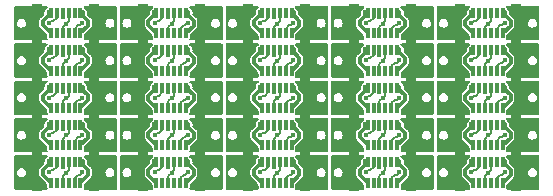
<source format=gbr>
%TF.GenerationSoftware,KiCad,Pcbnew,(6.0.7)*%
%TF.CreationDate,2023-04-05T23:06:48+08:00*%
%TF.ProjectId,MicroUSB2TypeC,4d696372-6f55-4534-9232-54797065432e,rev?*%
%TF.SameCoordinates,Original*%
%TF.FileFunction,Copper,L1,Top*%
%TF.FilePolarity,Positive*%
%FSLAX46Y46*%
G04 Gerber Fmt 4.6, Leading zero omitted, Abs format (unit mm)*
G04 Created by KiCad (PCBNEW (6.0.7)) date 2023-04-05 23:06:48*
%MOMM*%
%LPD*%
G01*
G04 APERTURE LIST*
G04 Aperture macros list*
%AMRoundRect*
0 Rectangle with rounded corners*
0 $1 Rounding radius*
0 $2 $3 $4 $5 $6 $7 $8 $9 X,Y pos of 4 corners*
0 Add a 4 corners polygon primitive as box body*
4,1,4,$2,$3,$4,$5,$6,$7,$8,$9,$2,$3,0*
0 Add four circle primitives for the rounded corners*
1,1,$1+$1,$2,$3*
1,1,$1+$1,$4,$5*
1,1,$1+$1,$6,$7*
1,1,$1+$1,$8,$9*
0 Add four rect primitives between the rounded corners*
20,1,$1+$1,$2,$3,$4,$5,0*
20,1,$1+$1,$4,$5,$6,$7,0*
20,1,$1+$1,$6,$7,$8,$9,0*
20,1,$1+$1,$8,$9,$2,$3,0*%
G04 Aperture macros list end*
%TA.AperFunction,SMDPad,CuDef*%
%ADD10RoundRect,0.075000X-0.075000X-0.360000X0.075000X-0.360000X0.075000X0.360000X-0.075000X0.360000X0*%
%TD*%
%TA.AperFunction,SMDPad,CuDef*%
%ADD11R,0.900000X0.500000*%
%TD*%
%TA.AperFunction,ViaPad*%
%ADD12C,0.600000*%
%TD*%
%TA.AperFunction,ViaPad*%
%ADD13C,0.400000*%
%TD*%
%TA.AperFunction,Conductor*%
%ADD14C,0.200000*%
%TD*%
%TA.AperFunction,Conductor*%
%ADD15C,0.300000*%
%TD*%
G04 APERTURE END LIST*
D10*
%TO.P,J1,A1,GND*%
%TO.N,GND*%
X181092000Y-92801000D03*
%TO.P,J1,A4,VBUS*%
%TO.N,Net-(J1-PadA4)*%
X182592000Y-92801000D03*
%TO.P,J1,A5,CC1*%
%TO.N,Net-(J1-PadA5)*%
X183092000Y-92801000D03*
%TO.P,J1,A6,D+*%
%TO.N,Net-(J1-PadA6)*%
X183592000Y-92801000D03*
%TO.P,J1,A7,D-*%
%TO.N,Net-(J1-PadA7)*%
X184092000Y-92801000D03*
%TO.P,J1,A8,SBU1*%
%TO.N,unconnected-(J1-PadA8)*%
X184592000Y-92801000D03*
%TO.P,J1,A9,VBUS*%
%TO.N,Net-(J1-PadA4)*%
X185092000Y-92801000D03*
%TO.P,J1,A12,GND*%
%TO.N,GND*%
X186592000Y-92801000D03*
%TO.P,J1,B1,GND*%
X186592000Y-94531000D03*
%TO.P,J1,B4,VBUS*%
%TO.N,Net-(J1-PadA4)*%
X185092000Y-94531000D03*
%TO.P,J1,B5,CC2*%
%TO.N,Net-(J1-PadB5)*%
X184592000Y-94531000D03*
%TO.P,J1,B6,D+*%
%TO.N,Net-(J1-PadA6)*%
X184092000Y-94531000D03*
%TO.P,J1,B7,D-*%
%TO.N,Net-(J1-PadA7)*%
X183592000Y-94531000D03*
%TO.P,J1,B8,SBU2*%
%TO.N,unconnected-(J1-PadB8)*%
X183092000Y-94531000D03*
%TO.P,J1,B9,VBUS*%
%TO.N,Net-(J1-PadA4)*%
X182592000Y-94531000D03*
%TO.P,J1,B12,GND*%
%TO.N,GND*%
X181092000Y-94531000D03*
D11*
%TO.P,J1,S1,SHIELD*%
X181442000Y-92316000D03*
X181442000Y-95016000D03*
X186242000Y-92316000D03*
X186242000Y-95016000D03*
%TD*%
D10*
%TO.P,J1,A1,GND*%
%TO.N,GND*%
X172152000Y-92801000D03*
%TO.P,J1,A4,VBUS*%
%TO.N,Net-(J1-PadA4)*%
X173652000Y-92801000D03*
%TO.P,J1,A5,CC1*%
%TO.N,Net-(J1-PadA5)*%
X174152000Y-92801000D03*
%TO.P,J1,A6,D+*%
%TO.N,Net-(J1-PadA6)*%
X174652000Y-92801000D03*
%TO.P,J1,A7,D-*%
%TO.N,Net-(J1-PadA7)*%
X175152000Y-92801000D03*
%TO.P,J1,A8,SBU1*%
%TO.N,unconnected-(J1-PadA8)*%
X175652000Y-92801000D03*
%TO.P,J1,A9,VBUS*%
%TO.N,Net-(J1-PadA4)*%
X176152000Y-92801000D03*
%TO.P,J1,A12,GND*%
%TO.N,GND*%
X177652000Y-92801000D03*
%TO.P,J1,B1,GND*%
X177652000Y-94531000D03*
%TO.P,J1,B4,VBUS*%
%TO.N,Net-(J1-PadA4)*%
X176152000Y-94531000D03*
%TO.P,J1,B5,CC2*%
%TO.N,Net-(J1-PadB5)*%
X175652000Y-94531000D03*
%TO.P,J1,B6,D+*%
%TO.N,Net-(J1-PadA6)*%
X175152000Y-94531000D03*
%TO.P,J1,B7,D-*%
%TO.N,Net-(J1-PadA7)*%
X174652000Y-94531000D03*
%TO.P,J1,B8,SBU2*%
%TO.N,unconnected-(J1-PadB8)*%
X174152000Y-94531000D03*
%TO.P,J1,B9,VBUS*%
%TO.N,Net-(J1-PadA4)*%
X173652000Y-94531000D03*
%TO.P,J1,B12,GND*%
%TO.N,GND*%
X172152000Y-94531000D03*
D11*
%TO.P,J1,S1,SHIELD*%
X172502000Y-92316000D03*
X172502000Y-95016000D03*
X177302000Y-92316000D03*
X177302000Y-95016000D03*
%TD*%
D10*
%TO.P,J1,A1,GND*%
%TO.N,GND*%
X163212000Y-92801000D03*
%TO.P,J1,A4,VBUS*%
%TO.N,Net-(J1-PadA4)*%
X164712000Y-92801000D03*
%TO.P,J1,A5,CC1*%
%TO.N,Net-(J1-PadA5)*%
X165212000Y-92801000D03*
%TO.P,J1,A6,D+*%
%TO.N,Net-(J1-PadA6)*%
X165712000Y-92801000D03*
%TO.P,J1,A7,D-*%
%TO.N,Net-(J1-PadA7)*%
X166212000Y-92801000D03*
%TO.P,J1,A8,SBU1*%
%TO.N,unconnected-(J1-PadA8)*%
X166712000Y-92801000D03*
%TO.P,J1,A9,VBUS*%
%TO.N,Net-(J1-PadA4)*%
X167212000Y-92801000D03*
%TO.P,J1,A12,GND*%
%TO.N,GND*%
X168712000Y-92801000D03*
%TO.P,J1,B1,GND*%
X168712000Y-94531000D03*
%TO.P,J1,B4,VBUS*%
%TO.N,Net-(J1-PadA4)*%
X167212000Y-94531000D03*
%TO.P,J1,B5,CC2*%
%TO.N,Net-(J1-PadB5)*%
X166712000Y-94531000D03*
%TO.P,J1,B6,D+*%
%TO.N,Net-(J1-PadA6)*%
X166212000Y-94531000D03*
%TO.P,J1,B7,D-*%
%TO.N,Net-(J1-PadA7)*%
X165712000Y-94531000D03*
%TO.P,J1,B8,SBU2*%
%TO.N,unconnected-(J1-PadB8)*%
X165212000Y-94531000D03*
%TO.P,J1,B9,VBUS*%
%TO.N,Net-(J1-PadA4)*%
X164712000Y-94531000D03*
%TO.P,J1,B12,GND*%
%TO.N,GND*%
X163212000Y-94531000D03*
D11*
%TO.P,J1,S1,SHIELD*%
X163562000Y-92316000D03*
X163562000Y-95016000D03*
X168362000Y-92316000D03*
X168362000Y-95016000D03*
%TD*%
D10*
%TO.P,J1,A1,GND*%
%TO.N,GND*%
X154272000Y-92801000D03*
%TO.P,J1,A4,VBUS*%
%TO.N,Net-(J1-PadA4)*%
X155772000Y-92801000D03*
%TO.P,J1,A5,CC1*%
%TO.N,Net-(J1-PadA5)*%
X156272000Y-92801000D03*
%TO.P,J1,A6,D+*%
%TO.N,Net-(J1-PadA6)*%
X156772000Y-92801000D03*
%TO.P,J1,A7,D-*%
%TO.N,Net-(J1-PadA7)*%
X157272000Y-92801000D03*
%TO.P,J1,A8,SBU1*%
%TO.N,unconnected-(J1-PadA8)*%
X157772000Y-92801000D03*
%TO.P,J1,A9,VBUS*%
%TO.N,Net-(J1-PadA4)*%
X158272000Y-92801000D03*
%TO.P,J1,A12,GND*%
%TO.N,GND*%
X159772000Y-92801000D03*
%TO.P,J1,B1,GND*%
X159772000Y-94531000D03*
%TO.P,J1,B4,VBUS*%
%TO.N,Net-(J1-PadA4)*%
X158272000Y-94531000D03*
%TO.P,J1,B5,CC2*%
%TO.N,Net-(J1-PadB5)*%
X157772000Y-94531000D03*
%TO.P,J1,B6,D+*%
%TO.N,Net-(J1-PadA6)*%
X157272000Y-94531000D03*
%TO.P,J1,B7,D-*%
%TO.N,Net-(J1-PadA7)*%
X156772000Y-94531000D03*
%TO.P,J1,B8,SBU2*%
%TO.N,unconnected-(J1-PadB8)*%
X156272000Y-94531000D03*
%TO.P,J1,B9,VBUS*%
%TO.N,Net-(J1-PadA4)*%
X155772000Y-94531000D03*
%TO.P,J1,B12,GND*%
%TO.N,GND*%
X154272000Y-94531000D03*
D11*
%TO.P,J1,S1,SHIELD*%
X154622000Y-92316000D03*
X154622000Y-95016000D03*
X159422000Y-92316000D03*
X159422000Y-95016000D03*
%TD*%
D10*
%TO.P,J1,A1,GND*%
%TO.N,GND*%
X145332000Y-92801000D03*
%TO.P,J1,A4,VBUS*%
%TO.N,Net-(J1-PadA4)*%
X146832000Y-92801000D03*
%TO.P,J1,A5,CC1*%
%TO.N,Net-(J1-PadA5)*%
X147332000Y-92801000D03*
%TO.P,J1,A6,D+*%
%TO.N,Net-(J1-PadA6)*%
X147832000Y-92801000D03*
%TO.P,J1,A7,D-*%
%TO.N,Net-(J1-PadA7)*%
X148332000Y-92801000D03*
%TO.P,J1,A8,SBU1*%
%TO.N,unconnected-(J1-PadA8)*%
X148832000Y-92801000D03*
%TO.P,J1,A9,VBUS*%
%TO.N,Net-(J1-PadA4)*%
X149332000Y-92801000D03*
%TO.P,J1,A12,GND*%
%TO.N,GND*%
X150832000Y-92801000D03*
%TO.P,J1,B1,GND*%
X150832000Y-94531000D03*
%TO.P,J1,B4,VBUS*%
%TO.N,Net-(J1-PadA4)*%
X149332000Y-94531000D03*
%TO.P,J1,B5,CC2*%
%TO.N,Net-(J1-PadB5)*%
X148832000Y-94531000D03*
%TO.P,J1,B6,D+*%
%TO.N,Net-(J1-PadA6)*%
X148332000Y-94531000D03*
%TO.P,J1,B7,D-*%
%TO.N,Net-(J1-PadA7)*%
X147832000Y-94531000D03*
%TO.P,J1,B8,SBU2*%
%TO.N,unconnected-(J1-PadB8)*%
X147332000Y-94531000D03*
%TO.P,J1,B9,VBUS*%
%TO.N,Net-(J1-PadA4)*%
X146832000Y-94531000D03*
%TO.P,J1,B12,GND*%
%TO.N,GND*%
X145332000Y-94531000D03*
D11*
%TO.P,J1,S1,SHIELD*%
X145682000Y-92316000D03*
X145682000Y-95016000D03*
X150482000Y-92316000D03*
X150482000Y-95016000D03*
%TD*%
D10*
%TO.P,J1,A1,GND*%
%TO.N,GND*%
X181092000Y-89641000D03*
%TO.P,J1,A4,VBUS*%
%TO.N,Net-(J1-PadA4)*%
X182592000Y-89641000D03*
%TO.P,J1,A5,CC1*%
%TO.N,Net-(J1-PadA5)*%
X183092000Y-89641000D03*
%TO.P,J1,A6,D+*%
%TO.N,Net-(J1-PadA6)*%
X183592000Y-89641000D03*
%TO.P,J1,A7,D-*%
%TO.N,Net-(J1-PadA7)*%
X184092000Y-89641000D03*
%TO.P,J1,A8,SBU1*%
%TO.N,unconnected-(J1-PadA8)*%
X184592000Y-89641000D03*
%TO.P,J1,A9,VBUS*%
%TO.N,Net-(J1-PadA4)*%
X185092000Y-89641000D03*
%TO.P,J1,A12,GND*%
%TO.N,GND*%
X186592000Y-89641000D03*
%TO.P,J1,B1,GND*%
X186592000Y-91371000D03*
%TO.P,J1,B4,VBUS*%
%TO.N,Net-(J1-PadA4)*%
X185092000Y-91371000D03*
%TO.P,J1,B5,CC2*%
%TO.N,Net-(J1-PadB5)*%
X184592000Y-91371000D03*
%TO.P,J1,B6,D+*%
%TO.N,Net-(J1-PadA6)*%
X184092000Y-91371000D03*
%TO.P,J1,B7,D-*%
%TO.N,Net-(J1-PadA7)*%
X183592000Y-91371000D03*
%TO.P,J1,B8,SBU2*%
%TO.N,unconnected-(J1-PadB8)*%
X183092000Y-91371000D03*
%TO.P,J1,B9,VBUS*%
%TO.N,Net-(J1-PadA4)*%
X182592000Y-91371000D03*
%TO.P,J1,B12,GND*%
%TO.N,GND*%
X181092000Y-91371000D03*
D11*
%TO.P,J1,S1,SHIELD*%
X181442000Y-89156000D03*
X181442000Y-91856000D03*
X186242000Y-89156000D03*
X186242000Y-91856000D03*
%TD*%
D10*
%TO.P,J1,A1,GND*%
%TO.N,GND*%
X172152000Y-89641000D03*
%TO.P,J1,A4,VBUS*%
%TO.N,Net-(J1-PadA4)*%
X173652000Y-89641000D03*
%TO.P,J1,A5,CC1*%
%TO.N,Net-(J1-PadA5)*%
X174152000Y-89641000D03*
%TO.P,J1,A6,D+*%
%TO.N,Net-(J1-PadA6)*%
X174652000Y-89641000D03*
%TO.P,J1,A7,D-*%
%TO.N,Net-(J1-PadA7)*%
X175152000Y-89641000D03*
%TO.P,J1,A8,SBU1*%
%TO.N,unconnected-(J1-PadA8)*%
X175652000Y-89641000D03*
%TO.P,J1,A9,VBUS*%
%TO.N,Net-(J1-PadA4)*%
X176152000Y-89641000D03*
%TO.P,J1,A12,GND*%
%TO.N,GND*%
X177652000Y-89641000D03*
%TO.P,J1,B1,GND*%
X177652000Y-91371000D03*
%TO.P,J1,B4,VBUS*%
%TO.N,Net-(J1-PadA4)*%
X176152000Y-91371000D03*
%TO.P,J1,B5,CC2*%
%TO.N,Net-(J1-PadB5)*%
X175652000Y-91371000D03*
%TO.P,J1,B6,D+*%
%TO.N,Net-(J1-PadA6)*%
X175152000Y-91371000D03*
%TO.P,J1,B7,D-*%
%TO.N,Net-(J1-PadA7)*%
X174652000Y-91371000D03*
%TO.P,J1,B8,SBU2*%
%TO.N,unconnected-(J1-PadB8)*%
X174152000Y-91371000D03*
%TO.P,J1,B9,VBUS*%
%TO.N,Net-(J1-PadA4)*%
X173652000Y-91371000D03*
%TO.P,J1,B12,GND*%
%TO.N,GND*%
X172152000Y-91371000D03*
D11*
%TO.P,J1,S1,SHIELD*%
X172502000Y-89156000D03*
X172502000Y-91856000D03*
X177302000Y-89156000D03*
X177302000Y-91856000D03*
%TD*%
D10*
%TO.P,J1,A1,GND*%
%TO.N,GND*%
X163212000Y-89641000D03*
%TO.P,J1,A4,VBUS*%
%TO.N,Net-(J1-PadA4)*%
X164712000Y-89641000D03*
%TO.P,J1,A5,CC1*%
%TO.N,Net-(J1-PadA5)*%
X165212000Y-89641000D03*
%TO.P,J1,A6,D+*%
%TO.N,Net-(J1-PadA6)*%
X165712000Y-89641000D03*
%TO.P,J1,A7,D-*%
%TO.N,Net-(J1-PadA7)*%
X166212000Y-89641000D03*
%TO.P,J1,A8,SBU1*%
%TO.N,unconnected-(J1-PadA8)*%
X166712000Y-89641000D03*
%TO.P,J1,A9,VBUS*%
%TO.N,Net-(J1-PadA4)*%
X167212000Y-89641000D03*
%TO.P,J1,A12,GND*%
%TO.N,GND*%
X168712000Y-89641000D03*
%TO.P,J1,B1,GND*%
X168712000Y-91371000D03*
%TO.P,J1,B4,VBUS*%
%TO.N,Net-(J1-PadA4)*%
X167212000Y-91371000D03*
%TO.P,J1,B5,CC2*%
%TO.N,Net-(J1-PadB5)*%
X166712000Y-91371000D03*
%TO.P,J1,B6,D+*%
%TO.N,Net-(J1-PadA6)*%
X166212000Y-91371000D03*
%TO.P,J1,B7,D-*%
%TO.N,Net-(J1-PadA7)*%
X165712000Y-91371000D03*
%TO.P,J1,B8,SBU2*%
%TO.N,unconnected-(J1-PadB8)*%
X165212000Y-91371000D03*
%TO.P,J1,B9,VBUS*%
%TO.N,Net-(J1-PadA4)*%
X164712000Y-91371000D03*
%TO.P,J1,B12,GND*%
%TO.N,GND*%
X163212000Y-91371000D03*
D11*
%TO.P,J1,S1,SHIELD*%
X163562000Y-89156000D03*
X163562000Y-91856000D03*
X168362000Y-89156000D03*
X168362000Y-91856000D03*
%TD*%
D10*
%TO.P,J1,A1,GND*%
%TO.N,GND*%
X154272000Y-89641000D03*
%TO.P,J1,A4,VBUS*%
%TO.N,Net-(J1-PadA4)*%
X155772000Y-89641000D03*
%TO.P,J1,A5,CC1*%
%TO.N,Net-(J1-PadA5)*%
X156272000Y-89641000D03*
%TO.P,J1,A6,D+*%
%TO.N,Net-(J1-PadA6)*%
X156772000Y-89641000D03*
%TO.P,J1,A7,D-*%
%TO.N,Net-(J1-PadA7)*%
X157272000Y-89641000D03*
%TO.P,J1,A8,SBU1*%
%TO.N,unconnected-(J1-PadA8)*%
X157772000Y-89641000D03*
%TO.P,J1,A9,VBUS*%
%TO.N,Net-(J1-PadA4)*%
X158272000Y-89641000D03*
%TO.P,J1,A12,GND*%
%TO.N,GND*%
X159772000Y-89641000D03*
%TO.P,J1,B1,GND*%
X159772000Y-91371000D03*
%TO.P,J1,B4,VBUS*%
%TO.N,Net-(J1-PadA4)*%
X158272000Y-91371000D03*
%TO.P,J1,B5,CC2*%
%TO.N,Net-(J1-PadB5)*%
X157772000Y-91371000D03*
%TO.P,J1,B6,D+*%
%TO.N,Net-(J1-PadA6)*%
X157272000Y-91371000D03*
%TO.P,J1,B7,D-*%
%TO.N,Net-(J1-PadA7)*%
X156772000Y-91371000D03*
%TO.P,J1,B8,SBU2*%
%TO.N,unconnected-(J1-PadB8)*%
X156272000Y-91371000D03*
%TO.P,J1,B9,VBUS*%
%TO.N,Net-(J1-PadA4)*%
X155772000Y-91371000D03*
%TO.P,J1,B12,GND*%
%TO.N,GND*%
X154272000Y-91371000D03*
D11*
%TO.P,J1,S1,SHIELD*%
X154622000Y-89156000D03*
X154622000Y-91856000D03*
X159422000Y-89156000D03*
X159422000Y-91856000D03*
%TD*%
D10*
%TO.P,J1,A1,GND*%
%TO.N,GND*%
X145332000Y-89641000D03*
%TO.P,J1,A4,VBUS*%
%TO.N,Net-(J1-PadA4)*%
X146832000Y-89641000D03*
%TO.P,J1,A5,CC1*%
%TO.N,Net-(J1-PadA5)*%
X147332000Y-89641000D03*
%TO.P,J1,A6,D+*%
%TO.N,Net-(J1-PadA6)*%
X147832000Y-89641000D03*
%TO.P,J1,A7,D-*%
%TO.N,Net-(J1-PadA7)*%
X148332000Y-89641000D03*
%TO.P,J1,A8,SBU1*%
%TO.N,unconnected-(J1-PadA8)*%
X148832000Y-89641000D03*
%TO.P,J1,A9,VBUS*%
%TO.N,Net-(J1-PadA4)*%
X149332000Y-89641000D03*
%TO.P,J1,A12,GND*%
%TO.N,GND*%
X150832000Y-89641000D03*
%TO.P,J1,B1,GND*%
X150832000Y-91371000D03*
%TO.P,J1,B4,VBUS*%
%TO.N,Net-(J1-PadA4)*%
X149332000Y-91371000D03*
%TO.P,J1,B5,CC2*%
%TO.N,Net-(J1-PadB5)*%
X148832000Y-91371000D03*
%TO.P,J1,B6,D+*%
%TO.N,Net-(J1-PadA6)*%
X148332000Y-91371000D03*
%TO.P,J1,B7,D-*%
%TO.N,Net-(J1-PadA7)*%
X147832000Y-91371000D03*
%TO.P,J1,B8,SBU2*%
%TO.N,unconnected-(J1-PadB8)*%
X147332000Y-91371000D03*
%TO.P,J1,B9,VBUS*%
%TO.N,Net-(J1-PadA4)*%
X146832000Y-91371000D03*
%TO.P,J1,B12,GND*%
%TO.N,GND*%
X145332000Y-91371000D03*
D11*
%TO.P,J1,S1,SHIELD*%
X145682000Y-89156000D03*
X145682000Y-91856000D03*
X150482000Y-89156000D03*
X150482000Y-91856000D03*
%TD*%
D10*
%TO.P,J1,A1,GND*%
%TO.N,GND*%
X181092000Y-86481000D03*
%TO.P,J1,A4,VBUS*%
%TO.N,Net-(J1-PadA4)*%
X182592000Y-86481000D03*
%TO.P,J1,A5,CC1*%
%TO.N,Net-(J1-PadA5)*%
X183092000Y-86481000D03*
%TO.P,J1,A6,D+*%
%TO.N,Net-(J1-PadA6)*%
X183592000Y-86481000D03*
%TO.P,J1,A7,D-*%
%TO.N,Net-(J1-PadA7)*%
X184092000Y-86481000D03*
%TO.P,J1,A8,SBU1*%
%TO.N,unconnected-(J1-PadA8)*%
X184592000Y-86481000D03*
%TO.P,J1,A9,VBUS*%
%TO.N,Net-(J1-PadA4)*%
X185092000Y-86481000D03*
%TO.P,J1,A12,GND*%
%TO.N,GND*%
X186592000Y-86481000D03*
%TO.P,J1,B1,GND*%
X186592000Y-88211000D03*
%TO.P,J1,B4,VBUS*%
%TO.N,Net-(J1-PadA4)*%
X185092000Y-88211000D03*
%TO.P,J1,B5,CC2*%
%TO.N,Net-(J1-PadB5)*%
X184592000Y-88211000D03*
%TO.P,J1,B6,D+*%
%TO.N,Net-(J1-PadA6)*%
X184092000Y-88211000D03*
%TO.P,J1,B7,D-*%
%TO.N,Net-(J1-PadA7)*%
X183592000Y-88211000D03*
%TO.P,J1,B8,SBU2*%
%TO.N,unconnected-(J1-PadB8)*%
X183092000Y-88211000D03*
%TO.P,J1,B9,VBUS*%
%TO.N,Net-(J1-PadA4)*%
X182592000Y-88211000D03*
%TO.P,J1,B12,GND*%
%TO.N,GND*%
X181092000Y-88211000D03*
D11*
%TO.P,J1,S1,SHIELD*%
X181442000Y-85996000D03*
X181442000Y-88696000D03*
X186242000Y-85996000D03*
X186242000Y-88696000D03*
%TD*%
D10*
%TO.P,J1,A1,GND*%
%TO.N,GND*%
X172152000Y-86481000D03*
%TO.P,J1,A4,VBUS*%
%TO.N,Net-(J1-PadA4)*%
X173652000Y-86481000D03*
%TO.P,J1,A5,CC1*%
%TO.N,Net-(J1-PadA5)*%
X174152000Y-86481000D03*
%TO.P,J1,A6,D+*%
%TO.N,Net-(J1-PadA6)*%
X174652000Y-86481000D03*
%TO.P,J1,A7,D-*%
%TO.N,Net-(J1-PadA7)*%
X175152000Y-86481000D03*
%TO.P,J1,A8,SBU1*%
%TO.N,unconnected-(J1-PadA8)*%
X175652000Y-86481000D03*
%TO.P,J1,A9,VBUS*%
%TO.N,Net-(J1-PadA4)*%
X176152000Y-86481000D03*
%TO.P,J1,A12,GND*%
%TO.N,GND*%
X177652000Y-86481000D03*
%TO.P,J1,B1,GND*%
X177652000Y-88211000D03*
%TO.P,J1,B4,VBUS*%
%TO.N,Net-(J1-PadA4)*%
X176152000Y-88211000D03*
%TO.P,J1,B5,CC2*%
%TO.N,Net-(J1-PadB5)*%
X175652000Y-88211000D03*
%TO.P,J1,B6,D+*%
%TO.N,Net-(J1-PadA6)*%
X175152000Y-88211000D03*
%TO.P,J1,B7,D-*%
%TO.N,Net-(J1-PadA7)*%
X174652000Y-88211000D03*
%TO.P,J1,B8,SBU2*%
%TO.N,unconnected-(J1-PadB8)*%
X174152000Y-88211000D03*
%TO.P,J1,B9,VBUS*%
%TO.N,Net-(J1-PadA4)*%
X173652000Y-88211000D03*
%TO.P,J1,B12,GND*%
%TO.N,GND*%
X172152000Y-88211000D03*
D11*
%TO.P,J1,S1,SHIELD*%
X172502000Y-85996000D03*
X172502000Y-88696000D03*
X177302000Y-85996000D03*
X177302000Y-88696000D03*
%TD*%
D10*
%TO.P,J1,A1,GND*%
%TO.N,GND*%
X163212000Y-86481000D03*
%TO.P,J1,A4,VBUS*%
%TO.N,Net-(J1-PadA4)*%
X164712000Y-86481000D03*
%TO.P,J1,A5,CC1*%
%TO.N,Net-(J1-PadA5)*%
X165212000Y-86481000D03*
%TO.P,J1,A6,D+*%
%TO.N,Net-(J1-PadA6)*%
X165712000Y-86481000D03*
%TO.P,J1,A7,D-*%
%TO.N,Net-(J1-PadA7)*%
X166212000Y-86481000D03*
%TO.P,J1,A8,SBU1*%
%TO.N,unconnected-(J1-PadA8)*%
X166712000Y-86481000D03*
%TO.P,J1,A9,VBUS*%
%TO.N,Net-(J1-PadA4)*%
X167212000Y-86481000D03*
%TO.P,J1,A12,GND*%
%TO.N,GND*%
X168712000Y-86481000D03*
%TO.P,J1,B1,GND*%
X168712000Y-88211000D03*
%TO.P,J1,B4,VBUS*%
%TO.N,Net-(J1-PadA4)*%
X167212000Y-88211000D03*
%TO.P,J1,B5,CC2*%
%TO.N,Net-(J1-PadB5)*%
X166712000Y-88211000D03*
%TO.P,J1,B6,D+*%
%TO.N,Net-(J1-PadA6)*%
X166212000Y-88211000D03*
%TO.P,J1,B7,D-*%
%TO.N,Net-(J1-PadA7)*%
X165712000Y-88211000D03*
%TO.P,J1,B8,SBU2*%
%TO.N,unconnected-(J1-PadB8)*%
X165212000Y-88211000D03*
%TO.P,J1,B9,VBUS*%
%TO.N,Net-(J1-PadA4)*%
X164712000Y-88211000D03*
%TO.P,J1,B12,GND*%
%TO.N,GND*%
X163212000Y-88211000D03*
D11*
%TO.P,J1,S1,SHIELD*%
X163562000Y-85996000D03*
X163562000Y-88696000D03*
X168362000Y-85996000D03*
X168362000Y-88696000D03*
%TD*%
D10*
%TO.P,J1,A1,GND*%
%TO.N,GND*%
X154272000Y-86481000D03*
%TO.P,J1,A4,VBUS*%
%TO.N,Net-(J1-PadA4)*%
X155772000Y-86481000D03*
%TO.P,J1,A5,CC1*%
%TO.N,Net-(J1-PadA5)*%
X156272000Y-86481000D03*
%TO.P,J1,A6,D+*%
%TO.N,Net-(J1-PadA6)*%
X156772000Y-86481000D03*
%TO.P,J1,A7,D-*%
%TO.N,Net-(J1-PadA7)*%
X157272000Y-86481000D03*
%TO.P,J1,A8,SBU1*%
%TO.N,unconnected-(J1-PadA8)*%
X157772000Y-86481000D03*
%TO.P,J1,A9,VBUS*%
%TO.N,Net-(J1-PadA4)*%
X158272000Y-86481000D03*
%TO.P,J1,A12,GND*%
%TO.N,GND*%
X159772000Y-86481000D03*
%TO.P,J1,B1,GND*%
X159772000Y-88211000D03*
%TO.P,J1,B4,VBUS*%
%TO.N,Net-(J1-PadA4)*%
X158272000Y-88211000D03*
%TO.P,J1,B5,CC2*%
%TO.N,Net-(J1-PadB5)*%
X157772000Y-88211000D03*
%TO.P,J1,B6,D+*%
%TO.N,Net-(J1-PadA6)*%
X157272000Y-88211000D03*
%TO.P,J1,B7,D-*%
%TO.N,Net-(J1-PadA7)*%
X156772000Y-88211000D03*
%TO.P,J1,B8,SBU2*%
%TO.N,unconnected-(J1-PadB8)*%
X156272000Y-88211000D03*
%TO.P,J1,B9,VBUS*%
%TO.N,Net-(J1-PadA4)*%
X155772000Y-88211000D03*
%TO.P,J1,B12,GND*%
%TO.N,GND*%
X154272000Y-88211000D03*
D11*
%TO.P,J1,S1,SHIELD*%
X154622000Y-85996000D03*
X154622000Y-88696000D03*
X159422000Y-85996000D03*
X159422000Y-88696000D03*
%TD*%
D10*
%TO.P,J1,A1,GND*%
%TO.N,GND*%
X145332000Y-86481000D03*
%TO.P,J1,A4,VBUS*%
%TO.N,Net-(J1-PadA4)*%
X146832000Y-86481000D03*
%TO.P,J1,A5,CC1*%
%TO.N,Net-(J1-PadA5)*%
X147332000Y-86481000D03*
%TO.P,J1,A6,D+*%
%TO.N,Net-(J1-PadA6)*%
X147832000Y-86481000D03*
%TO.P,J1,A7,D-*%
%TO.N,Net-(J1-PadA7)*%
X148332000Y-86481000D03*
%TO.P,J1,A8,SBU1*%
%TO.N,unconnected-(J1-PadA8)*%
X148832000Y-86481000D03*
%TO.P,J1,A9,VBUS*%
%TO.N,Net-(J1-PadA4)*%
X149332000Y-86481000D03*
%TO.P,J1,A12,GND*%
%TO.N,GND*%
X150832000Y-86481000D03*
%TO.P,J1,B1,GND*%
X150832000Y-88211000D03*
%TO.P,J1,B4,VBUS*%
%TO.N,Net-(J1-PadA4)*%
X149332000Y-88211000D03*
%TO.P,J1,B5,CC2*%
%TO.N,Net-(J1-PadB5)*%
X148832000Y-88211000D03*
%TO.P,J1,B6,D+*%
%TO.N,Net-(J1-PadA6)*%
X148332000Y-88211000D03*
%TO.P,J1,B7,D-*%
%TO.N,Net-(J1-PadA7)*%
X147832000Y-88211000D03*
%TO.P,J1,B8,SBU2*%
%TO.N,unconnected-(J1-PadB8)*%
X147332000Y-88211000D03*
%TO.P,J1,B9,VBUS*%
%TO.N,Net-(J1-PadA4)*%
X146832000Y-88211000D03*
%TO.P,J1,B12,GND*%
%TO.N,GND*%
X145332000Y-88211000D03*
D11*
%TO.P,J1,S1,SHIELD*%
X145682000Y-85996000D03*
X145682000Y-88696000D03*
X150482000Y-85996000D03*
X150482000Y-88696000D03*
%TD*%
D10*
%TO.P,J1,A1,GND*%
%TO.N,GND*%
X181092000Y-83321000D03*
%TO.P,J1,A4,VBUS*%
%TO.N,Net-(J1-PadA4)*%
X182592000Y-83321000D03*
%TO.P,J1,A5,CC1*%
%TO.N,Net-(J1-PadA5)*%
X183092000Y-83321000D03*
%TO.P,J1,A6,D+*%
%TO.N,Net-(J1-PadA6)*%
X183592000Y-83321000D03*
%TO.P,J1,A7,D-*%
%TO.N,Net-(J1-PadA7)*%
X184092000Y-83321000D03*
%TO.P,J1,A8,SBU1*%
%TO.N,unconnected-(J1-PadA8)*%
X184592000Y-83321000D03*
%TO.P,J1,A9,VBUS*%
%TO.N,Net-(J1-PadA4)*%
X185092000Y-83321000D03*
%TO.P,J1,A12,GND*%
%TO.N,GND*%
X186592000Y-83321000D03*
%TO.P,J1,B1,GND*%
X186592000Y-85051000D03*
%TO.P,J1,B4,VBUS*%
%TO.N,Net-(J1-PadA4)*%
X185092000Y-85051000D03*
%TO.P,J1,B5,CC2*%
%TO.N,Net-(J1-PadB5)*%
X184592000Y-85051000D03*
%TO.P,J1,B6,D+*%
%TO.N,Net-(J1-PadA6)*%
X184092000Y-85051000D03*
%TO.P,J1,B7,D-*%
%TO.N,Net-(J1-PadA7)*%
X183592000Y-85051000D03*
%TO.P,J1,B8,SBU2*%
%TO.N,unconnected-(J1-PadB8)*%
X183092000Y-85051000D03*
%TO.P,J1,B9,VBUS*%
%TO.N,Net-(J1-PadA4)*%
X182592000Y-85051000D03*
%TO.P,J1,B12,GND*%
%TO.N,GND*%
X181092000Y-85051000D03*
D11*
%TO.P,J1,S1,SHIELD*%
X181442000Y-82836000D03*
X181442000Y-85536000D03*
X186242000Y-82836000D03*
X186242000Y-85536000D03*
%TD*%
D10*
%TO.P,J1,A1,GND*%
%TO.N,GND*%
X172152000Y-83321000D03*
%TO.P,J1,A4,VBUS*%
%TO.N,Net-(J1-PadA4)*%
X173652000Y-83321000D03*
%TO.P,J1,A5,CC1*%
%TO.N,Net-(J1-PadA5)*%
X174152000Y-83321000D03*
%TO.P,J1,A6,D+*%
%TO.N,Net-(J1-PadA6)*%
X174652000Y-83321000D03*
%TO.P,J1,A7,D-*%
%TO.N,Net-(J1-PadA7)*%
X175152000Y-83321000D03*
%TO.P,J1,A8,SBU1*%
%TO.N,unconnected-(J1-PadA8)*%
X175652000Y-83321000D03*
%TO.P,J1,A9,VBUS*%
%TO.N,Net-(J1-PadA4)*%
X176152000Y-83321000D03*
%TO.P,J1,A12,GND*%
%TO.N,GND*%
X177652000Y-83321000D03*
%TO.P,J1,B1,GND*%
X177652000Y-85051000D03*
%TO.P,J1,B4,VBUS*%
%TO.N,Net-(J1-PadA4)*%
X176152000Y-85051000D03*
%TO.P,J1,B5,CC2*%
%TO.N,Net-(J1-PadB5)*%
X175652000Y-85051000D03*
%TO.P,J1,B6,D+*%
%TO.N,Net-(J1-PadA6)*%
X175152000Y-85051000D03*
%TO.P,J1,B7,D-*%
%TO.N,Net-(J1-PadA7)*%
X174652000Y-85051000D03*
%TO.P,J1,B8,SBU2*%
%TO.N,unconnected-(J1-PadB8)*%
X174152000Y-85051000D03*
%TO.P,J1,B9,VBUS*%
%TO.N,Net-(J1-PadA4)*%
X173652000Y-85051000D03*
%TO.P,J1,B12,GND*%
%TO.N,GND*%
X172152000Y-85051000D03*
D11*
%TO.P,J1,S1,SHIELD*%
X172502000Y-82836000D03*
X172502000Y-85536000D03*
X177302000Y-82836000D03*
X177302000Y-85536000D03*
%TD*%
D10*
%TO.P,J1,A1,GND*%
%TO.N,GND*%
X163212000Y-83321000D03*
%TO.P,J1,A4,VBUS*%
%TO.N,Net-(J1-PadA4)*%
X164712000Y-83321000D03*
%TO.P,J1,A5,CC1*%
%TO.N,Net-(J1-PadA5)*%
X165212000Y-83321000D03*
%TO.P,J1,A6,D+*%
%TO.N,Net-(J1-PadA6)*%
X165712000Y-83321000D03*
%TO.P,J1,A7,D-*%
%TO.N,Net-(J1-PadA7)*%
X166212000Y-83321000D03*
%TO.P,J1,A8,SBU1*%
%TO.N,unconnected-(J1-PadA8)*%
X166712000Y-83321000D03*
%TO.P,J1,A9,VBUS*%
%TO.N,Net-(J1-PadA4)*%
X167212000Y-83321000D03*
%TO.P,J1,A12,GND*%
%TO.N,GND*%
X168712000Y-83321000D03*
%TO.P,J1,B1,GND*%
X168712000Y-85051000D03*
%TO.P,J1,B4,VBUS*%
%TO.N,Net-(J1-PadA4)*%
X167212000Y-85051000D03*
%TO.P,J1,B5,CC2*%
%TO.N,Net-(J1-PadB5)*%
X166712000Y-85051000D03*
%TO.P,J1,B6,D+*%
%TO.N,Net-(J1-PadA6)*%
X166212000Y-85051000D03*
%TO.P,J1,B7,D-*%
%TO.N,Net-(J1-PadA7)*%
X165712000Y-85051000D03*
%TO.P,J1,B8,SBU2*%
%TO.N,unconnected-(J1-PadB8)*%
X165212000Y-85051000D03*
%TO.P,J1,B9,VBUS*%
%TO.N,Net-(J1-PadA4)*%
X164712000Y-85051000D03*
%TO.P,J1,B12,GND*%
%TO.N,GND*%
X163212000Y-85051000D03*
D11*
%TO.P,J1,S1,SHIELD*%
X163562000Y-82836000D03*
X163562000Y-85536000D03*
X168362000Y-82836000D03*
X168362000Y-85536000D03*
%TD*%
D10*
%TO.P,J1,A1,GND*%
%TO.N,GND*%
X154272000Y-83321000D03*
%TO.P,J1,A4,VBUS*%
%TO.N,Net-(J1-PadA4)*%
X155772000Y-83321000D03*
%TO.P,J1,A5,CC1*%
%TO.N,Net-(J1-PadA5)*%
X156272000Y-83321000D03*
%TO.P,J1,A6,D+*%
%TO.N,Net-(J1-PadA6)*%
X156772000Y-83321000D03*
%TO.P,J1,A7,D-*%
%TO.N,Net-(J1-PadA7)*%
X157272000Y-83321000D03*
%TO.P,J1,A8,SBU1*%
%TO.N,unconnected-(J1-PadA8)*%
X157772000Y-83321000D03*
%TO.P,J1,A9,VBUS*%
%TO.N,Net-(J1-PadA4)*%
X158272000Y-83321000D03*
%TO.P,J1,A12,GND*%
%TO.N,GND*%
X159772000Y-83321000D03*
%TO.P,J1,B1,GND*%
X159772000Y-85051000D03*
%TO.P,J1,B4,VBUS*%
%TO.N,Net-(J1-PadA4)*%
X158272000Y-85051000D03*
%TO.P,J1,B5,CC2*%
%TO.N,Net-(J1-PadB5)*%
X157772000Y-85051000D03*
%TO.P,J1,B6,D+*%
%TO.N,Net-(J1-PadA6)*%
X157272000Y-85051000D03*
%TO.P,J1,B7,D-*%
%TO.N,Net-(J1-PadA7)*%
X156772000Y-85051000D03*
%TO.P,J1,B8,SBU2*%
%TO.N,unconnected-(J1-PadB8)*%
X156272000Y-85051000D03*
%TO.P,J1,B9,VBUS*%
%TO.N,Net-(J1-PadA4)*%
X155772000Y-85051000D03*
%TO.P,J1,B12,GND*%
%TO.N,GND*%
X154272000Y-85051000D03*
D11*
%TO.P,J1,S1,SHIELD*%
X154622000Y-82836000D03*
X154622000Y-85536000D03*
X159422000Y-82836000D03*
X159422000Y-85536000D03*
%TD*%
D10*
%TO.P,J1,A1,GND*%
%TO.N,GND*%
X145332000Y-83321000D03*
%TO.P,J1,A4,VBUS*%
%TO.N,Net-(J1-PadA4)*%
X146832000Y-83321000D03*
%TO.P,J1,A5,CC1*%
%TO.N,Net-(J1-PadA5)*%
X147332000Y-83321000D03*
%TO.P,J1,A6,D+*%
%TO.N,Net-(J1-PadA6)*%
X147832000Y-83321000D03*
%TO.P,J1,A7,D-*%
%TO.N,Net-(J1-PadA7)*%
X148332000Y-83321000D03*
%TO.P,J1,A8,SBU1*%
%TO.N,unconnected-(J1-PadA8)*%
X148832000Y-83321000D03*
%TO.P,J1,A9,VBUS*%
%TO.N,Net-(J1-PadA4)*%
X149332000Y-83321000D03*
%TO.P,J1,A12,GND*%
%TO.N,GND*%
X150832000Y-83321000D03*
%TO.P,J1,B1,GND*%
X150832000Y-85051000D03*
%TO.P,J1,B4,VBUS*%
%TO.N,Net-(J1-PadA4)*%
X149332000Y-85051000D03*
%TO.P,J1,B5,CC2*%
%TO.N,Net-(J1-PadB5)*%
X148832000Y-85051000D03*
%TO.P,J1,B6,D+*%
%TO.N,Net-(J1-PadA6)*%
X148332000Y-85051000D03*
%TO.P,J1,B7,D-*%
%TO.N,Net-(J1-PadA7)*%
X147832000Y-85051000D03*
%TO.P,J1,B8,SBU2*%
%TO.N,unconnected-(J1-PadB8)*%
X147332000Y-85051000D03*
%TO.P,J1,B9,VBUS*%
%TO.N,Net-(J1-PadA4)*%
X146832000Y-85051000D03*
%TO.P,J1,B12,GND*%
%TO.N,GND*%
X145332000Y-85051000D03*
D11*
%TO.P,J1,S1,SHIELD*%
X145682000Y-82836000D03*
X145682000Y-85536000D03*
X150482000Y-82836000D03*
X150482000Y-85536000D03*
%TD*%
D10*
%TO.P,J1,A1,GND*%
%TO.N,GND*%
X181092000Y-80161000D03*
%TO.P,J1,A4,VBUS*%
%TO.N,Net-(J1-PadA4)*%
X182592000Y-80161000D03*
%TO.P,J1,A5,CC1*%
%TO.N,Net-(J1-PadA5)*%
X183092000Y-80161000D03*
%TO.P,J1,A6,D+*%
%TO.N,Net-(J1-PadA6)*%
X183592000Y-80161000D03*
%TO.P,J1,A7,D-*%
%TO.N,Net-(J1-PadA7)*%
X184092000Y-80161000D03*
%TO.P,J1,A8,SBU1*%
%TO.N,unconnected-(J1-PadA8)*%
X184592000Y-80161000D03*
%TO.P,J1,A9,VBUS*%
%TO.N,Net-(J1-PadA4)*%
X185092000Y-80161000D03*
%TO.P,J1,A12,GND*%
%TO.N,GND*%
X186592000Y-80161000D03*
%TO.P,J1,B1,GND*%
X186592000Y-81891000D03*
%TO.P,J1,B4,VBUS*%
%TO.N,Net-(J1-PadA4)*%
X185092000Y-81891000D03*
%TO.P,J1,B5,CC2*%
%TO.N,Net-(J1-PadB5)*%
X184592000Y-81891000D03*
%TO.P,J1,B6,D+*%
%TO.N,Net-(J1-PadA6)*%
X184092000Y-81891000D03*
%TO.P,J1,B7,D-*%
%TO.N,Net-(J1-PadA7)*%
X183592000Y-81891000D03*
%TO.P,J1,B8,SBU2*%
%TO.N,unconnected-(J1-PadB8)*%
X183092000Y-81891000D03*
%TO.P,J1,B9,VBUS*%
%TO.N,Net-(J1-PadA4)*%
X182592000Y-81891000D03*
%TO.P,J1,B12,GND*%
%TO.N,GND*%
X181092000Y-81891000D03*
D11*
%TO.P,J1,S1,SHIELD*%
X181442000Y-79676000D03*
X181442000Y-82376000D03*
X186242000Y-79676000D03*
X186242000Y-82376000D03*
%TD*%
D10*
%TO.P,J1,A1,GND*%
%TO.N,GND*%
X172152000Y-80161000D03*
%TO.P,J1,A4,VBUS*%
%TO.N,Net-(J1-PadA4)*%
X173652000Y-80161000D03*
%TO.P,J1,A5,CC1*%
%TO.N,Net-(J1-PadA5)*%
X174152000Y-80161000D03*
%TO.P,J1,A6,D+*%
%TO.N,Net-(J1-PadA6)*%
X174652000Y-80161000D03*
%TO.P,J1,A7,D-*%
%TO.N,Net-(J1-PadA7)*%
X175152000Y-80161000D03*
%TO.P,J1,A8,SBU1*%
%TO.N,unconnected-(J1-PadA8)*%
X175652000Y-80161000D03*
%TO.P,J1,A9,VBUS*%
%TO.N,Net-(J1-PadA4)*%
X176152000Y-80161000D03*
%TO.P,J1,A12,GND*%
%TO.N,GND*%
X177652000Y-80161000D03*
%TO.P,J1,B1,GND*%
X177652000Y-81891000D03*
%TO.P,J1,B4,VBUS*%
%TO.N,Net-(J1-PadA4)*%
X176152000Y-81891000D03*
%TO.P,J1,B5,CC2*%
%TO.N,Net-(J1-PadB5)*%
X175652000Y-81891000D03*
%TO.P,J1,B6,D+*%
%TO.N,Net-(J1-PadA6)*%
X175152000Y-81891000D03*
%TO.P,J1,B7,D-*%
%TO.N,Net-(J1-PadA7)*%
X174652000Y-81891000D03*
%TO.P,J1,B8,SBU2*%
%TO.N,unconnected-(J1-PadB8)*%
X174152000Y-81891000D03*
%TO.P,J1,B9,VBUS*%
%TO.N,Net-(J1-PadA4)*%
X173652000Y-81891000D03*
%TO.P,J1,B12,GND*%
%TO.N,GND*%
X172152000Y-81891000D03*
D11*
%TO.P,J1,S1,SHIELD*%
X172502000Y-79676000D03*
X172502000Y-82376000D03*
X177302000Y-79676000D03*
X177302000Y-82376000D03*
%TD*%
D10*
%TO.P,J1,A1,GND*%
%TO.N,GND*%
X163212000Y-80161000D03*
%TO.P,J1,A4,VBUS*%
%TO.N,Net-(J1-PadA4)*%
X164712000Y-80161000D03*
%TO.P,J1,A5,CC1*%
%TO.N,Net-(J1-PadA5)*%
X165212000Y-80161000D03*
%TO.P,J1,A6,D+*%
%TO.N,Net-(J1-PadA6)*%
X165712000Y-80161000D03*
%TO.P,J1,A7,D-*%
%TO.N,Net-(J1-PadA7)*%
X166212000Y-80161000D03*
%TO.P,J1,A8,SBU1*%
%TO.N,unconnected-(J1-PadA8)*%
X166712000Y-80161000D03*
%TO.P,J1,A9,VBUS*%
%TO.N,Net-(J1-PadA4)*%
X167212000Y-80161000D03*
%TO.P,J1,A12,GND*%
%TO.N,GND*%
X168712000Y-80161000D03*
%TO.P,J1,B1,GND*%
X168712000Y-81891000D03*
%TO.P,J1,B4,VBUS*%
%TO.N,Net-(J1-PadA4)*%
X167212000Y-81891000D03*
%TO.P,J1,B5,CC2*%
%TO.N,Net-(J1-PadB5)*%
X166712000Y-81891000D03*
%TO.P,J1,B6,D+*%
%TO.N,Net-(J1-PadA6)*%
X166212000Y-81891000D03*
%TO.P,J1,B7,D-*%
%TO.N,Net-(J1-PadA7)*%
X165712000Y-81891000D03*
%TO.P,J1,B8,SBU2*%
%TO.N,unconnected-(J1-PadB8)*%
X165212000Y-81891000D03*
%TO.P,J1,B9,VBUS*%
%TO.N,Net-(J1-PadA4)*%
X164712000Y-81891000D03*
%TO.P,J1,B12,GND*%
%TO.N,GND*%
X163212000Y-81891000D03*
D11*
%TO.P,J1,S1,SHIELD*%
X163562000Y-79676000D03*
X163562000Y-82376000D03*
X168362000Y-79676000D03*
X168362000Y-82376000D03*
%TD*%
D10*
%TO.P,J1,A1,GND*%
%TO.N,GND*%
X154272000Y-80161000D03*
%TO.P,J1,A4,VBUS*%
%TO.N,Net-(J1-PadA4)*%
X155772000Y-80161000D03*
%TO.P,J1,A5,CC1*%
%TO.N,Net-(J1-PadA5)*%
X156272000Y-80161000D03*
%TO.P,J1,A6,D+*%
%TO.N,Net-(J1-PadA6)*%
X156772000Y-80161000D03*
%TO.P,J1,A7,D-*%
%TO.N,Net-(J1-PadA7)*%
X157272000Y-80161000D03*
%TO.P,J1,A8,SBU1*%
%TO.N,unconnected-(J1-PadA8)*%
X157772000Y-80161000D03*
%TO.P,J1,A9,VBUS*%
%TO.N,Net-(J1-PadA4)*%
X158272000Y-80161000D03*
%TO.P,J1,A12,GND*%
%TO.N,GND*%
X159772000Y-80161000D03*
%TO.P,J1,B1,GND*%
X159772000Y-81891000D03*
%TO.P,J1,B4,VBUS*%
%TO.N,Net-(J1-PadA4)*%
X158272000Y-81891000D03*
%TO.P,J1,B5,CC2*%
%TO.N,Net-(J1-PadB5)*%
X157772000Y-81891000D03*
%TO.P,J1,B6,D+*%
%TO.N,Net-(J1-PadA6)*%
X157272000Y-81891000D03*
%TO.P,J1,B7,D-*%
%TO.N,Net-(J1-PadA7)*%
X156772000Y-81891000D03*
%TO.P,J1,B8,SBU2*%
%TO.N,unconnected-(J1-PadB8)*%
X156272000Y-81891000D03*
%TO.P,J1,B9,VBUS*%
%TO.N,Net-(J1-PadA4)*%
X155772000Y-81891000D03*
%TO.P,J1,B12,GND*%
%TO.N,GND*%
X154272000Y-81891000D03*
D11*
%TO.P,J1,S1,SHIELD*%
X154622000Y-79676000D03*
X154622000Y-82376000D03*
X159422000Y-79676000D03*
X159422000Y-82376000D03*
%TD*%
D10*
%TO.P,J1,A1,GND*%
%TO.N,GND*%
X145332000Y-80161000D03*
%TO.P,J1,A4,VBUS*%
%TO.N,Net-(J1-PadA4)*%
X146832000Y-80161000D03*
%TO.P,J1,A5,CC1*%
%TO.N,Net-(J1-PadA5)*%
X147332000Y-80161000D03*
%TO.P,J1,A6,D+*%
%TO.N,Net-(J1-PadA6)*%
X147832000Y-80161000D03*
%TO.P,J1,A7,D-*%
%TO.N,Net-(J1-PadA7)*%
X148332000Y-80161000D03*
%TO.P,J1,A8,SBU1*%
%TO.N,unconnected-(J1-PadA8)*%
X148832000Y-80161000D03*
%TO.P,J1,A9,VBUS*%
%TO.N,Net-(J1-PadA4)*%
X149332000Y-80161000D03*
%TO.P,J1,A12,GND*%
%TO.N,GND*%
X150832000Y-80161000D03*
%TO.P,J1,B1,GND*%
X150832000Y-81891000D03*
%TO.P,J1,B4,VBUS*%
%TO.N,Net-(J1-PadA4)*%
X149332000Y-81891000D03*
%TO.P,J1,B5,CC2*%
%TO.N,Net-(J1-PadB5)*%
X148832000Y-81891000D03*
%TO.P,J1,B6,D+*%
%TO.N,Net-(J1-PadA6)*%
X148332000Y-81891000D03*
%TO.P,J1,B7,D-*%
%TO.N,Net-(J1-PadA7)*%
X147832000Y-81891000D03*
%TO.P,J1,B8,SBU2*%
%TO.N,unconnected-(J1-PadB8)*%
X147332000Y-81891000D03*
%TO.P,J1,B9,VBUS*%
%TO.N,Net-(J1-PadA4)*%
X146832000Y-81891000D03*
%TO.P,J1,B12,GND*%
%TO.N,GND*%
X145332000Y-81891000D03*
D11*
%TO.P,J1,S1,SHIELD*%
X145682000Y-79676000D03*
X145682000Y-82376000D03*
X150482000Y-79676000D03*
X150482000Y-82376000D03*
%TD*%
D12*
%TO.N,GND*%
X187652000Y-92650000D03*
%TO.N,Net-(J1-PadA4)*%
X182492500Y-92800000D03*
%TO.N,GND*%
X187652000Y-94682000D03*
X180032000Y-92650000D03*
D13*
%TO.N,Net-(J1-PadA4)*%
X182592000Y-94531000D03*
D12*
%TO.N,GND*%
X180032000Y-94682000D03*
%TO.N,Net-(J1-PadA4)*%
X185191500Y-92800000D03*
D13*
%TO.N,Net-(J1-PadA5)*%
X182433400Y-93666000D03*
D12*
%TO.N,GND*%
X181310000Y-94740000D03*
X186360000Y-94790000D03*
D13*
%TO.N,Net-(J1-PadA7)*%
X183870000Y-93700000D03*
%TO.N,Net-(J1-PadA6)*%
X183593010Y-93181816D03*
%TO.N,Net-(J1-PadB5)*%
X185237550Y-93652950D03*
%TO.N,Net-(J1-PadA6)*%
X184090000Y-94280000D03*
%TO.N,Net-(J1-PadB5)*%
X176297550Y-93652950D03*
%TO.N,Net-(J1-PadA7)*%
X174930000Y-93700000D03*
D12*
%TO.N,GND*%
X178712000Y-92650000D03*
X177420000Y-94790000D03*
%TO.N,Net-(J1-PadA4)*%
X173552500Y-92800000D03*
%TO.N,GND*%
X171092000Y-92650000D03*
D13*
%TO.N,Net-(J1-PadA4)*%
X173652000Y-94531000D03*
%TO.N,Net-(J1-PadA5)*%
X173493400Y-93666000D03*
D12*
%TO.N,GND*%
X172370000Y-94740000D03*
X178712000Y-94682000D03*
%TO.N,Net-(J1-PadA4)*%
X176251500Y-92800000D03*
D13*
%TO.N,Net-(J1-PadA6)*%
X174653010Y-93181816D03*
D12*
%TO.N,GND*%
X171092000Y-94682000D03*
D13*
%TO.N,Net-(J1-PadA6)*%
X175150000Y-94280000D03*
%TO.N,Net-(J1-PadB5)*%
X167357550Y-93652950D03*
%TO.N,Net-(J1-PadA7)*%
X165990000Y-93700000D03*
D12*
%TO.N,Net-(J1-PadA4)*%
X164612500Y-92800000D03*
%TO.N,GND*%
X169772000Y-92650000D03*
X162152000Y-94682000D03*
X169772000Y-94682000D03*
X168480000Y-94790000D03*
X162152000Y-92650000D03*
D13*
%TO.N,Net-(J1-PadA4)*%
X164712000Y-94531000D03*
D12*
X167311500Y-92800000D03*
D13*
%TO.N,Net-(J1-PadA5)*%
X164553400Y-93666000D03*
D12*
%TO.N,GND*%
X163430000Y-94740000D03*
D13*
%TO.N,Net-(J1-PadA6)*%
X165713010Y-93181816D03*
X166210000Y-94280000D03*
%TO.N,Net-(J1-PadB5)*%
X158417550Y-93652950D03*
%TO.N,Net-(J1-PadA7)*%
X157050000Y-93700000D03*
D12*
%TO.N,Net-(J1-PadA4)*%
X155672500Y-92800000D03*
%TO.N,GND*%
X160832000Y-94682000D03*
X153212000Y-92650000D03*
X159540000Y-94790000D03*
D13*
%TO.N,Net-(J1-PadA4)*%
X155772000Y-94531000D03*
D12*
X158371500Y-92800000D03*
D13*
%TO.N,Net-(J1-PadA5)*%
X155613400Y-93666000D03*
D12*
%TO.N,GND*%
X154490000Y-94740000D03*
D13*
%TO.N,Net-(J1-PadA6)*%
X156773010Y-93181816D03*
X157270000Y-94280000D03*
D12*
%TO.N,GND*%
X153212000Y-94682000D03*
X160832000Y-92650000D03*
D13*
%TO.N,Net-(J1-PadA7)*%
X148110000Y-93700000D03*
D12*
%TO.N,GND*%
X151892000Y-92650000D03*
%TO.N,Net-(J1-PadA4)*%
X146732500Y-92800000D03*
%TO.N,GND*%
X151892000Y-94682000D03*
X144272000Y-92650000D03*
D13*
%TO.N,Net-(J1-PadB5)*%
X149477550Y-93652950D03*
%TO.N,Net-(J1-PadA4)*%
X146832000Y-94531000D03*
D12*
X149431500Y-92800000D03*
D13*
%TO.N,Net-(J1-PadA5)*%
X146673400Y-93666000D03*
D12*
%TO.N,GND*%
X145550000Y-94740000D03*
X150600000Y-94790000D03*
X144272000Y-94682000D03*
D13*
%TO.N,Net-(J1-PadA6)*%
X147833010Y-93181816D03*
X148330000Y-94280000D03*
%TO.N,Net-(J1-PadB5)*%
X185237550Y-90492950D03*
%TO.N,Net-(J1-PadA7)*%
X183870000Y-90540000D03*
D12*
%TO.N,GND*%
X186360000Y-91630000D03*
%TO.N,Net-(J1-PadA4)*%
X182492500Y-89640000D03*
%TO.N,GND*%
X180032000Y-91522000D03*
X180032000Y-89490000D03*
D13*
%TO.N,Net-(J1-PadA4)*%
X182592000Y-91371000D03*
D12*
X185191500Y-89640000D03*
D13*
%TO.N,Net-(J1-PadA5)*%
X182433400Y-90506000D03*
D12*
%TO.N,GND*%
X181310000Y-91580000D03*
X187652000Y-91522000D03*
X187652000Y-89490000D03*
D13*
%TO.N,Net-(J1-PadA6)*%
X183593010Y-90021816D03*
X184090000Y-91120000D03*
%TO.N,Net-(J1-PadA7)*%
X174930000Y-90540000D03*
D12*
%TO.N,GND*%
X178712000Y-89490000D03*
%TO.N,Net-(J1-PadA4)*%
X173552500Y-89640000D03*
%TO.N,GND*%
X171092000Y-91522000D03*
X178712000Y-91522000D03*
X177420000Y-91630000D03*
X171092000Y-89490000D03*
D13*
%TO.N,Net-(J1-PadB5)*%
X176297550Y-90492950D03*
%TO.N,Net-(J1-PadA4)*%
X173652000Y-91371000D03*
D12*
X176251500Y-89640000D03*
D13*
%TO.N,Net-(J1-PadA5)*%
X173493400Y-90506000D03*
D12*
%TO.N,GND*%
X172370000Y-91580000D03*
D13*
%TO.N,Net-(J1-PadA6)*%
X174653010Y-90021816D03*
X175150000Y-91120000D03*
D12*
%TO.N,GND*%
X169772000Y-89490000D03*
X168480000Y-91630000D03*
D13*
%TO.N,Net-(J1-PadB5)*%
X167357550Y-90492950D03*
%TO.N,Net-(J1-PadA7)*%
X165990000Y-90540000D03*
D12*
%TO.N,GND*%
X162152000Y-91522000D03*
X169772000Y-91522000D03*
X162152000Y-89490000D03*
D13*
%TO.N,Net-(J1-PadA4)*%
X164712000Y-91371000D03*
D12*
X167311500Y-89640000D03*
D13*
%TO.N,Net-(J1-PadA5)*%
X164553400Y-90506000D03*
D12*
%TO.N,GND*%
X163430000Y-91580000D03*
%TO.N,Net-(J1-PadA4)*%
X164612500Y-89640000D03*
D13*
%TO.N,Net-(J1-PadA6)*%
X165713010Y-90021816D03*
X166210000Y-91120000D03*
%TO.N,Net-(J1-PadB5)*%
X158417550Y-90492950D03*
%TO.N,Net-(J1-PadA7)*%
X157050000Y-90540000D03*
D12*
%TO.N,GND*%
X160832000Y-89490000D03*
X159540000Y-91630000D03*
%TO.N,Net-(J1-PadA4)*%
X155672500Y-89640000D03*
%TO.N,GND*%
X153212000Y-91522000D03*
X160832000Y-91522000D03*
X153212000Y-89490000D03*
D13*
%TO.N,Net-(J1-PadA4)*%
X155772000Y-91371000D03*
D12*
X158371500Y-89640000D03*
D13*
%TO.N,Net-(J1-PadA5)*%
X155613400Y-90506000D03*
D12*
%TO.N,GND*%
X154490000Y-91580000D03*
D13*
%TO.N,Net-(J1-PadA6)*%
X156773010Y-90021816D03*
X157270000Y-91120000D03*
%TO.N,Net-(J1-PadB5)*%
X149477550Y-90492950D03*
D12*
%TO.N,GND*%
X151892000Y-89490000D03*
X150600000Y-91630000D03*
X144272000Y-91522000D03*
X151892000Y-91522000D03*
X144272000Y-89490000D03*
D13*
%TO.N,Net-(J1-PadA4)*%
X146832000Y-91371000D03*
D12*
X149431500Y-89640000D03*
D13*
%TO.N,Net-(J1-PadA5)*%
X146673400Y-90506000D03*
%TO.N,Net-(J1-PadA7)*%
X148110000Y-90540000D03*
D12*
%TO.N,GND*%
X145550000Y-91580000D03*
D13*
%TO.N,Net-(J1-PadA6)*%
X147833010Y-90021816D03*
X148330000Y-91120000D03*
D12*
%TO.N,Net-(J1-PadA4)*%
X146732500Y-89640000D03*
D13*
%TO.N,Net-(J1-PadB5)*%
X185237550Y-87332950D03*
%TO.N,Net-(J1-PadA7)*%
X183870000Y-87380000D03*
D12*
%TO.N,GND*%
X187652000Y-86330000D03*
X186360000Y-88470000D03*
%TO.N,Net-(J1-PadA4)*%
X182492500Y-86480000D03*
%TO.N,GND*%
X180032000Y-88362000D03*
X187652000Y-88362000D03*
X180032000Y-86330000D03*
D13*
%TO.N,Net-(J1-PadA4)*%
X182592000Y-88211000D03*
D12*
X185191500Y-86480000D03*
D13*
%TO.N,Net-(J1-PadA5)*%
X182433400Y-87346000D03*
D12*
%TO.N,GND*%
X181310000Y-88420000D03*
D13*
%TO.N,Net-(J1-PadA6)*%
X183593010Y-86861816D03*
X184090000Y-87960000D03*
%TO.N,Net-(J1-PadB5)*%
X176297550Y-87332950D03*
%TO.N,Net-(J1-PadA7)*%
X174930000Y-87380000D03*
D12*
%TO.N,GND*%
X177420000Y-88470000D03*
%TO.N,Net-(J1-PadA4)*%
X173552500Y-86480000D03*
%TO.N,GND*%
X178712000Y-88362000D03*
X171092000Y-86330000D03*
D13*
%TO.N,Net-(J1-PadA4)*%
X173652000Y-88211000D03*
D12*
X176251500Y-86480000D03*
%TO.N,GND*%
X172370000Y-88420000D03*
X171092000Y-88362000D03*
X178712000Y-86330000D03*
D13*
%TO.N,Net-(J1-PadA6)*%
X174653010Y-86861816D03*
X175150000Y-87960000D03*
%TO.N,Net-(J1-PadA5)*%
X173493400Y-87346000D03*
%TO.N,Net-(J1-PadB5)*%
X167357550Y-87332950D03*
%TO.N,Net-(J1-PadA7)*%
X165990000Y-87380000D03*
D12*
%TO.N,GND*%
X169772000Y-86330000D03*
X168480000Y-88470000D03*
%TO.N,Net-(J1-PadA4)*%
X164612500Y-86480000D03*
%TO.N,GND*%
X162152000Y-88362000D03*
X169772000Y-88362000D03*
X162152000Y-86330000D03*
D13*
%TO.N,Net-(J1-PadA4)*%
X164712000Y-88211000D03*
D12*
X167311500Y-86480000D03*
D13*
%TO.N,Net-(J1-PadA5)*%
X164553400Y-87346000D03*
D12*
%TO.N,GND*%
X163430000Y-88420000D03*
D13*
%TO.N,Net-(J1-PadA6)*%
X165713010Y-86861816D03*
X166210000Y-87960000D03*
%TO.N,Net-(J1-PadB5)*%
X158417550Y-87332950D03*
%TO.N,Net-(J1-PadA7)*%
X157050000Y-87380000D03*
D12*
%TO.N,GND*%
X160832000Y-86330000D03*
X159540000Y-88470000D03*
%TO.N,Net-(J1-PadA4)*%
X155672500Y-86480000D03*
%TO.N,GND*%
X153212000Y-88362000D03*
X160832000Y-88362000D03*
D13*
%TO.N,Net-(J1-PadA4)*%
X155772000Y-88211000D03*
D12*
X158371500Y-86480000D03*
%TO.N,GND*%
X154490000Y-88420000D03*
D13*
%TO.N,Net-(J1-PadA5)*%
X155613400Y-87346000D03*
%TO.N,Net-(J1-PadA6)*%
X156773010Y-86861816D03*
D12*
%TO.N,GND*%
X153212000Y-86330000D03*
D13*
%TO.N,Net-(J1-PadA6)*%
X157270000Y-87960000D03*
%TO.N,Net-(J1-PadB5)*%
X149477550Y-87332950D03*
D12*
%TO.N,GND*%
X151892000Y-86330000D03*
X150600000Y-88470000D03*
%TO.N,Net-(J1-PadA4)*%
X146732500Y-86480000D03*
%TO.N,GND*%
X144272000Y-88362000D03*
X151892000Y-88362000D03*
X144272000Y-86330000D03*
D13*
%TO.N,Net-(J1-PadA4)*%
X146832000Y-88211000D03*
D12*
X149431500Y-86480000D03*
D13*
%TO.N,Net-(J1-PadA5)*%
X146673400Y-87346000D03*
D12*
%TO.N,GND*%
X145550000Y-88420000D03*
D13*
%TO.N,Net-(J1-PadA7)*%
X148110000Y-87380000D03*
%TO.N,Net-(J1-PadA6)*%
X147833010Y-86861816D03*
X148330000Y-87960000D03*
%TO.N,Net-(J1-PadB5)*%
X185237550Y-84172950D03*
D12*
%TO.N,GND*%
X187652000Y-83170000D03*
X186360000Y-85310000D03*
%TO.N,Net-(J1-PadA4)*%
X182492500Y-83320000D03*
%TO.N,GND*%
X187652000Y-85202000D03*
X180032000Y-83170000D03*
%TO.N,Net-(J1-PadA4)*%
X185191500Y-83320000D03*
D13*
X182592000Y-85051000D03*
D12*
%TO.N,GND*%
X181310000Y-85260000D03*
D13*
%TO.N,Net-(J1-PadA5)*%
X182433400Y-84186000D03*
D12*
%TO.N,GND*%
X180032000Y-85202000D03*
D13*
%TO.N,Net-(J1-PadA7)*%
X183870000Y-84220000D03*
%TO.N,Net-(J1-PadA6)*%
X183593010Y-83701816D03*
X184090000Y-84800000D03*
%TO.N,Net-(J1-PadB5)*%
X176297550Y-84172950D03*
D12*
%TO.N,GND*%
X178712000Y-83170000D03*
X171092000Y-85202000D03*
X178712000Y-85202000D03*
%TO.N,Net-(J1-PadA4)*%
X173552500Y-83320000D03*
%TO.N,GND*%
X171092000Y-83170000D03*
D13*
%TO.N,Net-(J1-PadA4)*%
X173652000Y-85051000D03*
D12*
X176251500Y-83320000D03*
D13*
%TO.N,Net-(J1-PadA5)*%
X173493400Y-84186000D03*
D12*
%TO.N,GND*%
X172370000Y-85260000D03*
D13*
%TO.N,Net-(J1-PadA6)*%
X174653010Y-83701816D03*
X175150000Y-84800000D03*
%TO.N,Net-(J1-PadA7)*%
X174930000Y-84220000D03*
D12*
%TO.N,GND*%
X177420000Y-85310000D03*
D13*
%TO.N,Net-(J1-PadB5)*%
X167357550Y-84172950D03*
%TO.N,Net-(J1-PadA7)*%
X165990000Y-84220000D03*
D12*
%TO.N,GND*%
X168480000Y-85310000D03*
X169772000Y-83170000D03*
%TO.N,Net-(J1-PadA4)*%
X164612500Y-83320000D03*
%TO.N,GND*%
X169772000Y-85202000D03*
X162152000Y-83170000D03*
D13*
%TO.N,Net-(J1-PadA4)*%
X164712000Y-85051000D03*
D12*
X167311500Y-83320000D03*
D13*
%TO.N,Net-(J1-PadA5)*%
X164553400Y-84186000D03*
D12*
%TO.N,GND*%
X163430000Y-85260000D03*
D13*
%TO.N,Net-(J1-PadA6)*%
X165713010Y-83701816D03*
X166210000Y-84800000D03*
D12*
%TO.N,GND*%
X162152000Y-85202000D03*
D13*
%TO.N,Net-(J1-PadB5)*%
X158417550Y-84172950D03*
%TO.N,Net-(J1-PadA7)*%
X157050000Y-84220000D03*
D12*
%TO.N,GND*%
X160832000Y-83170000D03*
X159540000Y-85310000D03*
X153212000Y-85202000D03*
X153212000Y-83170000D03*
%TO.N,Net-(J1-PadA4)*%
X158371500Y-83320000D03*
D13*
%TO.N,Net-(J1-PadA5)*%
X155613400Y-84186000D03*
D12*
%TO.N,GND*%
X154490000Y-85260000D03*
D13*
%TO.N,Net-(J1-PadA4)*%
X155772000Y-85051000D03*
D12*
X155672500Y-83320000D03*
%TO.N,GND*%
X160832000Y-85202000D03*
D13*
%TO.N,Net-(J1-PadA6)*%
X156773010Y-83701816D03*
X157270000Y-84800000D03*
%TO.N,Net-(J1-PadB5)*%
X149477550Y-84172950D03*
%TO.N,Net-(J1-PadA7)*%
X148110000Y-84220000D03*
D12*
%TO.N,GND*%
X150600000Y-85310000D03*
X144272000Y-85202000D03*
X151892000Y-85202000D03*
X144272000Y-83170000D03*
D13*
%TO.N,Net-(J1-PadA4)*%
X146832000Y-85051000D03*
D12*
X149431500Y-83320000D03*
D13*
%TO.N,Net-(J1-PadA5)*%
X146673400Y-84186000D03*
D12*
%TO.N,GND*%
X145550000Y-85260000D03*
D13*
%TO.N,Net-(J1-PadA6)*%
X147833010Y-83701816D03*
X148330000Y-84800000D03*
D12*
%TO.N,Net-(J1-PadA4)*%
X146732500Y-83320000D03*
%TO.N,GND*%
X151892000Y-83170000D03*
D13*
%TO.N,Net-(J1-PadB5)*%
X185237550Y-81012950D03*
%TO.N,Net-(J1-PadA7)*%
X183870000Y-81060000D03*
D12*
%TO.N,GND*%
X187652000Y-80010000D03*
X186360000Y-82150000D03*
%TO.N,Net-(J1-PadA4)*%
X182492500Y-80160000D03*
%TO.N,GND*%
X187652000Y-82042000D03*
X180032000Y-80010000D03*
D13*
%TO.N,Net-(J1-PadA4)*%
X182592000Y-81891000D03*
D12*
X185191500Y-80160000D03*
D13*
%TO.N,Net-(J1-PadA5)*%
X182433400Y-81026000D03*
D12*
%TO.N,GND*%
X180032000Y-82042000D03*
X181310000Y-82100000D03*
D13*
%TO.N,Net-(J1-PadA6)*%
X183593010Y-80541816D03*
X184090000Y-81640000D03*
%TO.N,Net-(J1-PadB5)*%
X176297550Y-81012950D03*
D12*
%TO.N,GND*%
X178712000Y-80010000D03*
X177420000Y-82150000D03*
X171092000Y-82042000D03*
X178712000Y-82042000D03*
X171092000Y-80010000D03*
D13*
%TO.N,Net-(J1-PadA4)*%
X173652000Y-81891000D03*
%TO.N,Net-(J1-PadA5)*%
X173493400Y-81026000D03*
D12*
%TO.N,GND*%
X172370000Y-82100000D03*
D13*
%TO.N,Net-(J1-PadA6)*%
X174653010Y-80541816D03*
D12*
%TO.N,Net-(J1-PadA4)*%
X173552500Y-80160000D03*
D13*
%TO.N,Net-(J1-PadA6)*%
X175150000Y-81640000D03*
%TO.N,Net-(J1-PadA7)*%
X174930000Y-81060000D03*
D12*
%TO.N,Net-(J1-PadA4)*%
X176251500Y-80160000D03*
D13*
%TO.N,Net-(J1-PadB5)*%
X167357550Y-81012950D03*
D12*
%TO.N,GND*%
X169772000Y-80010000D03*
X168480000Y-82150000D03*
%TO.N,Net-(J1-PadA4)*%
X164612500Y-80160000D03*
%TO.N,GND*%
X162152000Y-82042000D03*
X169772000Y-82042000D03*
D13*
%TO.N,Net-(J1-PadA4)*%
X164712000Y-81891000D03*
D12*
X167311500Y-80160000D03*
D13*
%TO.N,Net-(J1-PadA7)*%
X165990000Y-81060000D03*
%TO.N,Net-(J1-PadA5)*%
X164553400Y-81026000D03*
D12*
%TO.N,GND*%
X163430000Y-82100000D03*
D13*
%TO.N,Net-(J1-PadA6)*%
X165713010Y-80541816D03*
D12*
%TO.N,GND*%
X162152000Y-80010000D03*
D13*
%TO.N,Net-(J1-PadA6)*%
X166210000Y-81640000D03*
%TO.N,Net-(J1-PadB5)*%
X158417550Y-81012950D03*
%TO.N,Net-(J1-PadA7)*%
X157050000Y-81060000D03*
D12*
%TO.N,GND*%
X159540000Y-82150000D03*
%TO.N,Net-(J1-PadA4)*%
X155672500Y-80160000D03*
%TO.N,GND*%
X153212000Y-82042000D03*
X153212000Y-80010000D03*
D13*
%TO.N,Net-(J1-PadA4)*%
X155772000Y-81891000D03*
D12*
X158371500Y-80160000D03*
D13*
%TO.N,Net-(J1-PadA5)*%
X155613400Y-81026000D03*
D12*
%TO.N,GND*%
X154490000Y-82100000D03*
X160832000Y-82042000D03*
D13*
%TO.N,Net-(J1-PadA6)*%
X156773010Y-80541816D03*
D12*
%TO.N,GND*%
X160832000Y-80010000D03*
D13*
%TO.N,Net-(J1-PadA6)*%
X157270000Y-81640000D03*
D12*
%TO.N,GND*%
X151892000Y-82042000D03*
X144272000Y-80010000D03*
X150600000Y-82150000D03*
X145550000Y-82100000D03*
X151892000Y-80010000D03*
X144272000Y-82042000D03*
%TO.N,Net-(J1-PadA4)*%
X149431500Y-80160000D03*
D13*
X146832000Y-81891000D03*
D12*
X146732500Y-80160000D03*
D13*
%TO.N,Net-(J1-PadA5)*%
X146673400Y-81026000D03*
%TO.N,Net-(J1-PadA6)*%
X147833010Y-80541816D03*
X148330000Y-81640000D03*
%TO.N,Net-(J1-PadA7)*%
X148110000Y-81060000D03*
%TO.N,Net-(J1-PadB5)*%
X149477550Y-81012950D03*
%TD*%
D14*
%TO.N,Net-(J1-PadA5)*%
X182801619Y-93486000D02*
X183092000Y-93195619D01*
%TO.N,Net-(J1-PadB5)*%
X184882381Y-93846000D02*
X184592000Y-94136381D01*
D15*
%TO.N,Net-(J1-PadA4)*%
X182592000Y-92801000D02*
X181910000Y-93483000D01*
D14*
%TO.N,Net-(J1-PadA6)*%
X184090000Y-94280000D02*
X184090000Y-94529000D01*
D15*
%TO.N,Net-(J1-PadA4)*%
X185092000Y-94531000D02*
X185750000Y-93873000D01*
D14*
%TO.N,Net-(J1-PadA6)*%
X184090000Y-94529000D02*
X184092000Y-94531000D01*
X183593010Y-93181816D02*
X183592000Y-93180806D01*
D15*
%TO.N,Net-(J1-PadA4)*%
X185750000Y-93459000D02*
X185092000Y-92801000D01*
D14*
%TO.N,Net-(J1-PadA6)*%
X183592000Y-93180806D02*
X183592000Y-92801000D01*
D15*
%TO.N,Net-(J1-PadA4)*%
X181910000Y-93849000D02*
X182592000Y-94531000D01*
X185750000Y-93873000D02*
X185750000Y-93459000D01*
D14*
%TO.N,Net-(J1-PadA7)*%
X184092000Y-93478000D02*
X183870000Y-93700000D01*
X184092000Y-92801000D02*
X184092000Y-93478000D01*
X183592000Y-93978000D02*
X183592000Y-94531000D01*
%TO.N,Net-(J1-PadA5)*%
X183092000Y-93195619D02*
X183092000Y-92801000D01*
D15*
%TO.N,Net-(J1-PadA4)*%
X181910000Y-93483000D02*
X181910000Y-93849000D01*
D14*
%TO.N,Net-(J1-PadB5)*%
X184592000Y-94136381D02*
X184592000Y-94531000D01*
%TO.N,Net-(J1-PadA7)*%
X183870000Y-93700000D02*
X183592000Y-93978000D01*
%TO.N,Net-(J1-PadA5)*%
X182613400Y-93486000D02*
X182801619Y-93486000D01*
%TO.N,Net-(J1-PadB5)*%
X185237550Y-93652950D02*
X185044500Y-93846000D01*
%TO.N,Net-(J1-PadA5)*%
X182433400Y-93666000D02*
X182613400Y-93486000D01*
%TO.N,Net-(J1-PadB5)*%
X185044500Y-93846000D02*
X184882381Y-93846000D01*
%TO.N,Net-(J1-PadA5)*%
X173673400Y-93486000D02*
X173861619Y-93486000D01*
%TO.N,Net-(J1-PadB5)*%
X176297550Y-93652950D02*
X176104500Y-93846000D01*
X175942381Y-93846000D02*
X175652000Y-94136381D01*
%TO.N,Net-(J1-PadA5)*%
X173493400Y-93666000D02*
X173673400Y-93486000D01*
D15*
%TO.N,Net-(J1-PadA4)*%
X176152000Y-94531000D02*
X176810000Y-93873000D01*
D14*
%TO.N,Net-(J1-PadA5)*%
X173861619Y-93486000D02*
X174152000Y-93195619D01*
%TO.N,Net-(J1-PadA6)*%
X174652000Y-93180806D02*
X174652000Y-92801000D01*
%TO.N,Net-(J1-PadB5)*%
X175652000Y-94136381D02*
X175652000Y-94531000D01*
D15*
%TO.N,Net-(J1-PadA4)*%
X172970000Y-93849000D02*
X173652000Y-94531000D01*
X176810000Y-93459000D02*
X176152000Y-92801000D01*
X172970000Y-93483000D02*
X172970000Y-93849000D01*
X176810000Y-93873000D02*
X176810000Y-93459000D01*
D14*
%TO.N,Net-(J1-PadA7)*%
X175152000Y-93478000D02*
X174930000Y-93700000D01*
X174652000Y-93978000D02*
X174652000Y-94531000D01*
%TO.N,Net-(J1-PadA5)*%
X174152000Y-93195619D02*
X174152000Y-92801000D01*
%TO.N,Net-(J1-PadA7)*%
X174930000Y-93700000D02*
X174652000Y-93978000D01*
X175152000Y-92801000D02*
X175152000Y-93478000D01*
%TO.N,Net-(J1-PadA6)*%
X175150000Y-94529000D02*
X175152000Y-94531000D01*
X174653010Y-93181816D02*
X174652000Y-93180806D01*
X175150000Y-94280000D02*
X175150000Y-94529000D01*
D15*
%TO.N,Net-(J1-PadA4)*%
X173652000Y-92801000D02*
X172970000Y-93483000D01*
D14*
%TO.N,Net-(J1-PadB5)*%
X176104500Y-93846000D02*
X175942381Y-93846000D01*
%TO.N,Net-(J1-PadA5)*%
X164553400Y-93666000D02*
X164733400Y-93486000D01*
D15*
%TO.N,Net-(J1-PadA4)*%
X167870000Y-93873000D02*
X167870000Y-93459000D01*
D14*
%TO.N,Net-(J1-PadA5)*%
X164733400Y-93486000D02*
X164921619Y-93486000D01*
D15*
%TO.N,Net-(J1-PadA4)*%
X164712000Y-92801000D02*
X164030000Y-93483000D01*
D14*
%TO.N,Net-(J1-PadA6)*%
X166210000Y-94280000D02*
X166210000Y-94529000D01*
%TO.N,Net-(J1-PadA7)*%
X166212000Y-92801000D02*
X166212000Y-93478000D01*
D15*
%TO.N,Net-(J1-PadA4)*%
X167212000Y-94531000D02*
X167870000Y-93873000D01*
D14*
%TO.N,Net-(J1-PadA6)*%
X165713010Y-93181816D02*
X165712000Y-93180806D01*
%TO.N,Net-(J1-PadA5)*%
X164921619Y-93486000D02*
X165212000Y-93195619D01*
D15*
%TO.N,Net-(J1-PadA4)*%
X167870000Y-93459000D02*
X167212000Y-92801000D01*
D14*
%TO.N,Net-(J1-PadB5)*%
X167002381Y-93846000D02*
X166712000Y-94136381D01*
X166712000Y-94136381D02*
X166712000Y-94531000D01*
D15*
%TO.N,Net-(J1-PadA4)*%
X164030000Y-93483000D02*
X164030000Y-93849000D01*
D14*
%TO.N,Net-(J1-PadA6)*%
X165712000Y-93180806D02*
X165712000Y-92801000D01*
D15*
%TO.N,Net-(J1-PadA4)*%
X164030000Y-93849000D02*
X164712000Y-94531000D01*
D14*
%TO.N,Net-(J1-PadB5)*%
X167357550Y-93652950D02*
X167164500Y-93846000D01*
%TO.N,Net-(J1-PadA7)*%
X165990000Y-93700000D02*
X165712000Y-93978000D01*
%TO.N,Net-(J1-PadA5)*%
X165212000Y-93195619D02*
X165212000Y-92801000D01*
%TO.N,Net-(J1-PadA6)*%
X166210000Y-94529000D02*
X166212000Y-94531000D01*
%TO.N,Net-(J1-PadA7)*%
X166212000Y-93478000D02*
X165990000Y-93700000D01*
X165712000Y-93978000D02*
X165712000Y-94531000D01*
%TO.N,Net-(J1-PadB5)*%
X167164500Y-93846000D02*
X167002381Y-93846000D01*
%TO.N,Net-(J1-PadA5)*%
X155981619Y-93486000D02*
X156272000Y-93195619D01*
%TO.N,Net-(J1-PadA7)*%
X157272000Y-92801000D02*
X157272000Y-93478000D01*
%TO.N,Net-(J1-PadA6)*%
X157270000Y-94529000D02*
X157272000Y-94531000D01*
%TO.N,Net-(J1-PadA5)*%
X155793400Y-93486000D02*
X155981619Y-93486000D01*
D15*
%TO.N,Net-(J1-PadA4)*%
X155090000Y-93483000D02*
X155090000Y-93849000D01*
D14*
%TO.N,Net-(J1-PadA6)*%
X157270000Y-94280000D02*
X157270000Y-94529000D01*
X156773010Y-93181816D02*
X156772000Y-93180806D01*
X156772000Y-93180806D02*
X156772000Y-92801000D01*
%TO.N,Net-(J1-PadB5)*%
X157772000Y-94136381D02*
X157772000Y-94531000D01*
X158417550Y-93652950D02*
X158224500Y-93846000D01*
D15*
%TO.N,Net-(J1-PadA4)*%
X155090000Y-93849000D02*
X155772000Y-94531000D01*
D14*
%TO.N,Net-(J1-PadA5)*%
X155613400Y-93666000D02*
X155793400Y-93486000D01*
%TO.N,Net-(J1-PadA7)*%
X157050000Y-93700000D02*
X156772000Y-93978000D01*
%TO.N,Net-(J1-PadB5)*%
X158062381Y-93846000D02*
X157772000Y-94136381D01*
%TO.N,Net-(J1-PadA5)*%
X156272000Y-93195619D02*
X156272000Y-92801000D01*
D15*
%TO.N,Net-(J1-PadA4)*%
X158930000Y-93873000D02*
X158930000Y-93459000D01*
X155772000Y-92801000D02*
X155090000Y-93483000D01*
X158272000Y-94531000D02*
X158930000Y-93873000D01*
D14*
%TO.N,Net-(J1-PadA7)*%
X157272000Y-93478000D02*
X157050000Y-93700000D01*
D15*
%TO.N,Net-(J1-PadA4)*%
X158930000Y-93459000D02*
X158272000Y-92801000D01*
D14*
%TO.N,Net-(J1-PadB5)*%
X158224500Y-93846000D02*
X158062381Y-93846000D01*
%TO.N,Net-(J1-PadA7)*%
X156772000Y-93978000D02*
X156772000Y-94531000D01*
%TO.N,Net-(J1-PadA5)*%
X147041619Y-93486000D02*
X147332000Y-93195619D01*
%TO.N,Net-(J1-PadA7)*%
X148332000Y-92801000D02*
X148332000Y-93478000D01*
D15*
%TO.N,Net-(J1-PadA4)*%
X146150000Y-93483000D02*
X146150000Y-93849000D01*
X149990000Y-93873000D02*
X149990000Y-93459000D01*
D14*
%TO.N,Net-(J1-PadB5)*%
X149122381Y-93846000D02*
X148832000Y-94136381D01*
%TO.N,Net-(J1-PadA6)*%
X148330000Y-94529000D02*
X148332000Y-94531000D01*
D15*
%TO.N,Net-(J1-PadA4)*%
X146832000Y-92801000D02*
X146150000Y-93483000D01*
D14*
%TO.N,Net-(J1-PadA6)*%
X148330000Y-94280000D02*
X148330000Y-94529000D01*
%TO.N,Net-(J1-PadB5)*%
X149477550Y-93652950D02*
X149284500Y-93846000D01*
%TO.N,Net-(J1-PadA6)*%
X147833010Y-93181816D02*
X147832000Y-93180806D01*
%TO.N,Net-(J1-PadA5)*%
X146673400Y-93666000D02*
X146853400Y-93486000D01*
D15*
%TO.N,Net-(J1-PadA4)*%
X149990000Y-93459000D02*
X149332000Y-92801000D01*
D14*
%TO.N,Net-(J1-PadA6)*%
X147832000Y-93180806D02*
X147832000Y-92801000D01*
%TO.N,Net-(J1-PadB5)*%
X148832000Y-94136381D02*
X148832000Y-94531000D01*
D15*
%TO.N,Net-(J1-PadA4)*%
X146150000Y-93849000D02*
X146832000Y-94531000D01*
D14*
%TO.N,Net-(J1-PadA7)*%
X148110000Y-93700000D02*
X147832000Y-93978000D01*
X148332000Y-93478000D02*
X148110000Y-93700000D01*
X147832000Y-93978000D02*
X147832000Y-94531000D01*
%TO.N,Net-(J1-PadA5)*%
X147332000Y-93195619D02*
X147332000Y-92801000D01*
%TO.N,Net-(J1-PadB5)*%
X149284500Y-93846000D02*
X149122381Y-93846000D01*
%TO.N,Net-(J1-PadA5)*%
X146853400Y-93486000D02*
X147041619Y-93486000D01*
D15*
%TO.N,Net-(J1-PadA4)*%
X149332000Y-94531000D02*
X149990000Y-93873000D01*
D14*
%TO.N,Net-(J1-PadA7)*%
X184092000Y-89641000D02*
X184092000Y-90318000D01*
%TO.N,Net-(J1-PadA5)*%
X182613400Y-90326000D02*
X182801619Y-90326000D01*
D15*
%TO.N,Net-(J1-PadA4)*%
X181910000Y-90323000D02*
X181910000Y-90689000D01*
D14*
%TO.N,Net-(J1-PadA5)*%
X182801619Y-90326000D02*
X183092000Y-90035619D01*
X182433400Y-90506000D02*
X182613400Y-90326000D01*
%TO.N,Net-(J1-PadB5)*%
X185237550Y-90492950D02*
X185044500Y-90686000D01*
D15*
%TO.N,Net-(J1-PadA4)*%
X185750000Y-90299000D02*
X185092000Y-89641000D01*
D14*
%TO.N,Net-(J1-PadB5)*%
X184592000Y-90976381D02*
X184592000Y-91371000D01*
%TO.N,Net-(J1-PadA6)*%
X184090000Y-91120000D02*
X184090000Y-91369000D01*
%TO.N,Net-(J1-PadA7)*%
X183870000Y-90540000D02*
X183592000Y-90818000D01*
%TO.N,Net-(J1-PadA5)*%
X183092000Y-90035619D02*
X183092000Y-89641000D01*
%TO.N,Net-(J1-PadA6)*%
X183592000Y-90020806D02*
X183592000Y-89641000D01*
%TO.N,Net-(J1-PadA7)*%
X184092000Y-90318000D02*
X183870000Y-90540000D01*
D15*
%TO.N,Net-(J1-PadA4)*%
X182592000Y-89641000D02*
X181910000Y-90323000D01*
D14*
%TO.N,Net-(J1-PadA7)*%
X183592000Y-90818000D02*
X183592000Y-91371000D01*
D15*
%TO.N,Net-(J1-PadA4)*%
X185092000Y-91371000D02*
X185750000Y-90713000D01*
X181910000Y-90689000D02*
X182592000Y-91371000D01*
X185750000Y-90713000D02*
X185750000Y-90299000D01*
D14*
%TO.N,Net-(J1-PadB5)*%
X185044500Y-90686000D02*
X184882381Y-90686000D01*
%TO.N,Net-(J1-PadA6)*%
X183593010Y-90021816D02*
X183592000Y-90020806D01*
X184090000Y-91369000D02*
X184092000Y-91371000D01*
%TO.N,Net-(J1-PadB5)*%
X184882381Y-90686000D02*
X184592000Y-90976381D01*
%TO.N,Net-(J1-PadA5)*%
X173673400Y-90326000D02*
X173861619Y-90326000D01*
X173861619Y-90326000D02*
X174152000Y-90035619D01*
%TO.N,Net-(J1-PadA6)*%
X175150000Y-91369000D02*
X175152000Y-91371000D01*
%TO.N,Net-(J1-PadB5)*%
X176297550Y-90492950D02*
X176104500Y-90686000D01*
%TO.N,Net-(J1-PadA6)*%
X175150000Y-91120000D02*
X175150000Y-91369000D01*
D15*
%TO.N,Net-(J1-PadA4)*%
X173652000Y-89641000D02*
X172970000Y-90323000D01*
D14*
%TO.N,Net-(J1-PadA6)*%
X174653010Y-90021816D02*
X174652000Y-90020806D01*
X174652000Y-90020806D02*
X174652000Y-89641000D01*
%TO.N,Net-(J1-PadB5)*%
X175652000Y-90976381D02*
X175652000Y-91371000D01*
%TO.N,Net-(J1-PadA7)*%
X174930000Y-90540000D02*
X174652000Y-90818000D01*
%TO.N,Net-(J1-PadA5)*%
X174152000Y-90035619D02*
X174152000Y-89641000D01*
%TO.N,Net-(J1-PadA7)*%
X175152000Y-89641000D02*
X175152000Y-90318000D01*
%TO.N,Net-(J1-PadA5)*%
X173493400Y-90506000D02*
X173673400Y-90326000D01*
%TO.N,Net-(J1-PadA7)*%
X175152000Y-90318000D02*
X174930000Y-90540000D01*
D15*
%TO.N,Net-(J1-PadA4)*%
X172970000Y-90689000D02*
X173652000Y-91371000D01*
X176152000Y-91371000D02*
X176810000Y-90713000D01*
X176810000Y-90713000D02*
X176810000Y-90299000D01*
D14*
%TO.N,Net-(J1-PadB5)*%
X176104500Y-90686000D02*
X175942381Y-90686000D01*
%TO.N,Net-(J1-PadA7)*%
X174652000Y-90818000D02*
X174652000Y-91371000D01*
%TO.N,Net-(J1-PadB5)*%
X175942381Y-90686000D02*
X175652000Y-90976381D01*
D15*
%TO.N,Net-(J1-PadA4)*%
X176810000Y-90299000D02*
X176152000Y-89641000D01*
X172970000Y-90323000D02*
X172970000Y-90689000D01*
D14*
%TO.N,Net-(J1-PadA5)*%
X164921619Y-90326000D02*
X165212000Y-90035619D01*
D15*
%TO.N,Net-(J1-PadA4)*%
X164030000Y-90323000D02*
X164030000Y-90689000D01*
D14*
%TO.N,Net-(J1-PadA7)*%
X166212000Y-89641000D02*
X166212000Y-90318000D01*
%TO.N,Net-(J1-PadA6)*%
X166210000Y-91120000D02*
X166210000Y-91369000D01*
X165713010Y-90021816D02*
X165712000Y-90020806D01*
X165712000Y-90020806D02*
X165712000Y-89641000D01*
%TO.N,Net-(J1-PadA5)*%
X164553400Y-90506000D02*
X164733400Y-90326000D01*
D15*
%TO.N,Net-(J1-PadA4)*%
X167870000Y-90713000D02*
X167870000Y-90299000D01*
X164030000Y-90689000D02*
X164712000Y-91371000D01*
D14*
%TO.N,Net-(J1-PadA7)*%
X165990000Y-90540000D02*
X165712000Y-90818000D01*
%TO.N,Net-(J1-PadB5)*%
X167002381Y-90686000D02*
X166712000Y-90976381D01*
%TO.N,Net-(J1-PadA5)*%
X165212000Y-90035619D02*
X165212000Y-89641000D01*
%TO.N,Net-(J1-PadA7)*%
X166212000Y-90318000D02*
X165990000Y-90540000D01*
%TO.N,Net-(J1-PadA5)*%
X164733400Y-90326000D02*
X164921619Y-90326000D01*
%TO.N,Net-(J1-PadB5)*%
X167357550Y-90492950D02*
X167164500Y-90686000D01*
D15*
%TO.N,Net-(J1-PadA4)*%
X167870000Y-90299000D02*
X167212000Y-89641000D01*
D14*
%TO.N,Net-(J1-PadA7)*%
X165712000Y-90818000D02*
X165712000Y-91371000D01*
%TO.N,Net-(J1-PadA6)*%
X166210000Y-91369000D02*
X166212000Y-91371000D01*
D15*
%TO.N,Net-(J1-PadA4)*%
X167212000Y-91371000D02*
X167870000Y-90713000D01*
X164712000Y-89641000D02*
X164030000Y-90323000D01*
D14*
%TO.N,Net-(J1-PadB5)*%
X167164500Y-90686000D02*
X167002381Y-90686000D01*
X166712000Y-90976381D02*
X166712000Y-91371000D01*
%TO.N,Net-(J1-PadA5)*%
X155981619Y-90326000D02*
X156272000Y-90035619D01*
D15*
%TO.N,Net-(J1-PadA4)*%
X158272000Y-91371000D02*
X158930000Y-90713000D01*
D14*
%TO.N,Net-(J1-PadA6)*%
X157270000Y-91369000D02*
X157272000Y-91371000D01*
X156773010Y-90021816D02*
X156772000Y-90020806D01*
D15*
%TO.N,Net-(J1-PadA4)*%
X158930000Y-90299000D02*
X158272000Y-89641000D01*
D14*
%TO.N,Net-(J1-PadA6)*%
X156772000Y-90020806D02*
X156772000Y-89641000D01*
D15*
%TO.N,Net-(J1-PadA4)*%
X155090000Y-90323000D02*
X155090000Y-90689000D01*
X155090000Y-90689000D02*
X155772000Y-91371000D01*
D14*
%TO.N,Net-(J1-PadB5)*%
X157772000Y-90976381D02*
X157772000Y-91371000D01*
D15*
%TO.N,Net-(J1-PadA4)*%
X155772000Y-89641000D02*
X155090000Y-90323000D01*
D14*
%TO.N,Net-(J1-PadA5)*%
X156272000Y-90035619D02*
X156272000Y-89641000D01*
%TO.N,Net-(J1-PadB5)*%
X158417550Y-90492950D02*
X158224500Y-90686000D01*
%TO.N,Net-(J1-PadA7)*%
X157272000Y-89641000D02*
X157272000Y-90318000D01*
X157272000Y-90318000D02*
X157050000Y-90540000D01*
%TO.N,Net-(J1-PadA5)*%
X155613400Y-90506000D02*
X155793400Y-90326000D01*
%TO.N,Net-(J1-PadB5)*%
X158062381Y-90686000D02*
X157772000Y-90976381D01*
%TO.N,Net-(J1-PadA5)*%
X155793400Y-90326000D02*
X155981619Y-90326000D01*
D15*
%TO.N,Net-(J1-PadA4)*%
X158930000Y-90713000D02*
X158930000Y-90299000D01*
D14*
%TO.N,Net-(J1-PadB5)*%
X158224500Y-90686000D02*
X158062381Y-90686000D01*
%TO.N,Net-(J1-PadA6)*%
X157270000Y-91120000D02*
X157270000Y-91369000D01*
%TO.N,Net-(J1-PadA7)*%
X156772000Y-90818000D02*
X156772000Y-91371000D01*
X157050000Y-90540000D02*
X156772000Y-90818000D01*
%TO.N,Net-(J1-PadA6)*%
X148330000Y-91369000D02*
X148332000Y-91371000D01*
%TO.N,Net-(J1-PadA7)*%
X148332000Y-89641000D02*
X148332000Y-90318000D01*
%TO.N,Net-(J1-PadA5)*%
X146853400Y-90326000D02*
X147041619Y-90326000D01*
D15*
%TO.N,Net-(J1-PadA4)*%
X149990000Y-90713000D02*
X149990000Y-90299000D01*
D14*
%TO.N,Net-(J1-PadB5)*%
X149477550Y-90492950D02*
X149284500Y-90686000D01*
X149122381Y-90686000D02*
X148832000Y-90976381D01*
%TO.N,Net-(J1-PadA6)*%
X147832000Y-90020806D02*
X147832000Y-89641000D01*
D15*
%TO.N,Net-(J1-PadA4)*%
X149990000Y-90299000D02*
X149332000Y-89641000D01*
D14*
%TO.N,Net-(J1-PadA7)*%
X148110000Y-90540000D02*
X147832000Y-90818000D01*
%TO.N,Net-(J1-PadA5)*%
X147332000Y-90035619D02*
X147332000Y-89641000D01*
%TO.N,Net-(J1-PadA6)*%
X147833010Y-90021816D02*
X147832000Y-90020806D01*
X148330000Y-91120000D02*
X148330000Y-91369000D01*
%TO.N,Net-(J1-PadA7)*%
X148332000Y-90318000D02*
X148110000Y-90540000D01*
X147832000Y-90818000D02*
X147832000Y-91371000D01*
%TO.N,Net-(J1-PadB5)*%
X148832000Y-90976381D02*
X148832000Y-91371000D01*
%TO.N,Net-(J1-PadA5)*%
X146673400Y-90506000D02*
X146853400Y-90326000D01*
D15*
%TO.N,Net-(J1-PadA4)*%
X146150000Y-90689000D02*
X146832000Y-91371000D01*
D14*
%TO.N,Net-(J1-PadA5)*%
X147041619Y-90326000D02*
X147332000Y-90035619D01*
D15*
%TO.N,Net-(J1-PadA4)*%
X146150000Y-90323000D02*
X146150000Y-90689000D01*
D14*
%TO.N,Net-(J1-PadB5)*%
X149284500Y-90686000D02*
X149122381Y-90686000D01*
D15*
%TO.N,Net-(J1-PadA4)*%
X146832000Y-89641000D02*
X146150000Y-90323000D01*
X149332000Y-91371000D02*
X149990000Y-90713000D01*
D14*
%TO.N,Net-(J1-PadA6)*%
X184090000Y-88209000D02*
X184092000Y-88211000D01*
%TO.N,Net-(J1-PadA7)*%
X184092000Y-86481000D02*
X184092000Y-87158000D01*
%TO.N,Net-(J1-PadA5)*%
X182433400Y-87346000D02*
X182613400Y-87166000D01*
D15*
%TO.N,Net-(J1-PadA4)*%
X185750000Y-87553000D02*
X185750000Y-87139000D01*
D14*
%TO.N,Net-(J1-PadA5)*%
X182613400Y-87166000D02*
X182801619Y-87166000D01*
D15*
%TO.N,Net-(J1-PadA4)*%
X185092000Y-88211000D02*
X185750000Y-87553000D01*
D14*
%TO.N,Net-(J1-PadA6)*%
X183593010Y-86861816D02*
X183592000Y-86860806D01*
D15*
%TO.N,Net-(J1-PadA4)*%
X181910000Y-87163000D02*
X181910000Y-87529000D01*
X185750000Y-87139000D02*
X185092000Y-86481000D01*
D14*
%TO.N,Net-(J1-PadB5)*%
X184882381Y-87526000D02*
X184592000Y-87816381D01*
D15*
%TO.N,Net-(J1-PadA4)*%
X181910000Y-87529000D02*
X182592000Y-88211000D01*
D14*
%TO.N,Net-(J1-PadA7)*%
X183870000Y-87380000D02*
X183592000Y-87658000D01*
%TO.N,Net-(J1-PadA5)*%
X183092000Y-86875619D02*
X183092000Y-86481000D01*
%TO.N,Net-(J1-PadA7)*%
X184092000Y-87158000D02*
X183870000Y-87380000D01*
%TO.N,Net-(J1-PadA6)*%
X183592000Y-86860806D02*
X183592000Y-86481000D01*
%TO.N,Net-(J1-PadA5)*%
X182801619Y-87166000D02*
X183092000Y-86875619D01*
%TO.N,Net-(J1-PadB5)*%
X184592000Y-87816381D02*
X184592000Y-88211000D01*
%TO.N,Net-(J1-PadA6)*%
X184090000Y-87960000D02*
X184090000Y-88209000D01*
D15*
%TO.N,Net-(J1-PadA4)*%
X182592000Y-86481000D02*
X181910000Y-87163000D01*
D14*
%TO.N,Net-(J1-PadB5)*%
X185044500Y-87526000D02*
X184882381Y-87526000D01*
X185237550Y-87332950D02*
X185044500Y-87526000D01*
%TO.N,Net-(J1-PadA7)*%
X183592000Y-87658000D02*
X183592000Y-88211000D01*
%TO.N,Net-(J1-PadA5)*%
X173861619Y-87166000D02*
X174152000Y-86875619D01*
X173673400Y-87166000D02*
X173861619Y-87166000D01*
%TO.N,Net-(J1-PadA6)*%
X175150000Y-88209000D02*
X175152000Y-88211000D01*
%TO.N,Net-(J1-PadA5)*%
X173493400Y-87346000D02*
X173673400Y-87166000D01*
%TO.N,Net-(J1-PadB5)*%
X176297550Y-87332950D02*
X176104500Y-87526000D01*
X175942381Y-87526000D02*
X175652000Y-87816381D01*
D15*
%TO.N,Net-(J1-PadA4)*%
X173652000Y-86481000D02*
X172970000Y-87163000D01*
D14*
%TO.N,Net-(J1-PadA6)*%
X175150000Y-87960000D02*
X175150000Y-88209000D01*
D15*
%TO.N,Net-(J1-PadA4)*%
X176810000Y-87139000D02*
X176152000Y-86481000D01*
D14*
%TO.N,Net-(J1-PadA6)*%
X174652000Y-86860806D02*
X174652000Y-86481000D01*
%TO.N,Net-(J1-PadA5)*%
X174152000Y-86875619D02*
X174152000Y-86481000D01*
D15*
%TO.N,Net-(J1-PadA4)*%
X176810000Y-87553000D02*
X176810000Y-87139000D01*
D14*
%TO.N,Net-(J1-PadA7)*%
X175152000Y-87158000D02*
X174930000Y-87380000D01*
X175152000Y-86481000D02*
X175152000Y-87158000D01*
X174652000Y-87658000D02*
X174652000Y-88211000D01*
%TO.N,Net-(J1-PadB5)*%
X175652000Y-87816381D02*
X175652000Y-88211000D01*
%TO.N,Net-(J1-PadA6)*%
X174653010Y-86861816D02*
X174652000Y-86860806D01*
D15*
%TO.N,Net-(J1-PadA4)*%
X172970000Y-87163000D02*
X172970000Y-87529000D01*
D14*
%TO.N,Net-(J1-PadB5)*%
X176104500Y-87526000D02*
X175942381Y-87526000D01*
D15*
%TO.N,Net-(J1-PadA4)*%
X176152000Y-88211000D02*
X176810000Y-87553000D01*
X172970000Y-87529000D02*
X173652000Y-88211000D01*
D14*
%TO.N,Net-(J1-PadA7)*%
X174930000Y-87380000D02*
X174652000Y-87658000D01*
X166212000Y-86481000D02*
X166212000Y-87158000D01*
%TO.N,Net-(J1-PadA5)*%
X164733400Y-87166000D02*
X164921619Y-87166000D01*
D15*
%TO.N,Net-(J1-PadA4)*%
X167870000Y-87553000D02*
X167870000Y-87139000D01*
D14*
%TO.N,Net-(J1-PadB5)*%
X167357550Y-87332950D02*
X167164500Y-87526000D01*
%TO.N,Net-(J1-PadA5)*%
X164553400Y-87346000D02*
X164733400Y-87166000D01*
D15*
%TO.N,Net-(J1-PadA4)*%
X164712000Y-86481000D02*
X164030000Y-87163000D01*
D14*
%TO.N,Net-(J1-PadA6)*%
X166210000Y-87960000D02*
X166210000Y-88209000D01*
D15*
%TO.N,Net-(J1-PadA4)*%
X167870000Y-87139000D02*
X167212000Y-86481000D01*
X167212000Y-88211000D02*
X167870000Y-87553000D01*
X164030000Y-87163000D02*
X164030000Y-87529000D01*
X164030000Y-87529000D02*
X164712000Y-88211000D01*
D14*
%TO.N,Net-(J1-PadA7)*%
X165990000Y-87380000D02*
X165712000Y-87658000D01*
X166212000Y-87158000D02*
X165990000Y-87380000D01*
%TO.N,Net-(J1-PadB5)*%
X167002381Y-87526000D02*
X166712000Y-87816381D01*
%TO.N,Net-(J1-PadA5)*%
X164921619Y-87166000D02*
X165212000Y-86875619D01*
%TO.N,Net-(J1-PadA6)*%
X166210000Y-88209000D02*
X166212000Y-88211000D01*
%TO.N,Net-(J1-PadA7)*%
X165712000Y-87658000D02*
X165712000Y-88211000D01*
%TO.N,Net-(J1-PadA6)*%
X165712000Y-86860806D02*
X165712000Y-86481000D01*
%TO.N,Net-(J1-PadB5)*%
X166712000Y-87816381D02*
X166712000Y-88211000D01*
X167164500Y-87526000D02*
X167002381Y-87526000D01*
%TO.N,Net-(J1-PadA5)*%
X165212000Y-86875619D02*
X165212000Y-86481000D01*
%TO.N,Net-(J1-PadA6)*%
X165713010Y-86861816D02*
X165712000Y-86860806D01*
D15*
%TO.N,Net-(J1-PadA4)*%
X155090000Y-87163000D02*
X155090000Y-87529000D01*
X158930000Y-87553000D02*
X158930000Y-87139000D01*
D14*
%TO.N,Net-(J1-PadA7)*%
X157272000Y-86481000D02*
X157272000Y-87158000D01*
%TO.N,Net-(J1-PadA6)*%
X157270000Y-87960000D02*
X157270000Y-88209000D01*
D15*
%TO.N,Net-(J1-PadA4)*%
X158272000Y-88211000D02*
X158930000Y-87553000D01*
D14*
%TO.N,Net-(J1-PadB5)*%
X158062381Y-87526000D02*
X157772000Y-87816381D01*
%TO.N,Net-(J1-PadA6)*%
X156773010Y-86861816D02*
X156772000Y-86860806D01*
X156772000Y-86860806D02*
X156772000Y-86481000D01*
%TO.N,Net-(J1-PadB5)*%
X157772000Y-87816381D02*
X157772000Y-88211000D01*
D15*
%TO.N,Net-(J1-PadA4)*%
X155090000Y-87529000D02*
X155772000Y-88211000D01*
D14*
%TO.N,Net-(J1-PadA5)*%
X156272000Y-86875619D02*
X156272000Y-86481000D01*
%TO.N,Net-(J1-PadA7)*%
X157272000Y-87158000D02*
X157050000Y-87380000D01*
%TO.N,Net-(J1-PadA5)*%
X155613400Y-87346000D02*
X155793400Y-87166000D01*
D15*
%TO.N,Net-(J1-PadA4)*%
X155772000Y-86481000D02*
X155090000Y-87163000D01*
D14*
%TO.N,Net-(J1-PadB5)*%
X158417550Y-87332950D02*
X158224500Y-87526000D01*
%TO.N,Net-(J1-PadA7)*%
X156772000Y-87658000D02*
X156772000Y-88211000D01*
X157050000Y-87380000D02*
X156772000Y-87658000D01*
%TO.N,Net-(J1-PadA6)*%
X157270000Y-88209000D02*
X157272000Y-88211000D01*
%TO.N,Net-(J1-PadB5)*%
X158224500Y-87526000D02*
X158062381Y-87526000D01*
D15*
%TO.N,Net-(J1-PadA4)*%
X158930000Y-87139000D02*
X158272000Y-86481000D01*
D14*
%TO.N,Net-(J1-PadA5)*%
X155981619Y-87166000D02*
X156272000Y-86875619D01*
X155793400Y-87166000D02*
X155981619Y-87166000D01*
X147041619Y-87166000D02*
X147332000Y-86875619D01*
%TO.N,Net-(J1-PadA7)*%
X148332000Y-86481000D02*
X148332000Y-87158000D01*
%TO.N,Net-(J1-PadB5)*%
X149477550Y-87332950D02*
X149284500Y-87526000D01*
%TO.N,Net-(J1-PadA5)*%
X146673400Y-87346000D02*
X146853400Y-87166000D01*
%TO.N,Net-(J1-PadB5)*%
X149122381Y-87526000D02*
X148832000Y-87816381D01*
D15*
%TO.N,Net-(J1-PadA4)*%
X146150000Y-87163000D02*
X146150000Y-87529000D01*
D14*
%TO.N,Net-(J1-PadA5)*%
X146853400Y-87166000D02*
X147041619Y-87166000D01*
D15*
%TO.N,Net-(J1-PadA4)*%
X149990000Y-87139000D02*
X149332000Y-86481000D01*
D14*
%TO.N,Net-(J1-PadA6)*%
X147832000Y-86860806D02*
X147832000Y-86481000D01*
%TO.N,Net-(J1-PadB5)*%
X148832000Y-87816381D02*
X148832000Y-88211000D01*
%TO.N,Net-(J1-PadA5)*%
X147332000Y-86875619D02*
X147332000Y-86481000D01*
%TO.N,Net-(J1-PadA7)*%
X148332000Y-87158000D02*
X148110000Y-87380000D01*
D15*
%TO.N,Net-(J1-PadA4)*%
X149332000Y-88211000D02*
X149990000Y-87553000D01*
D14*
%TO.N,Net-(J1-PadA6)*%
X147833010Y-86861816D02*
X147832000Y-86860806D01*
D15*
%TO.N,Net-(J1-PadA4)*%
X146832000Y-86481000D02*
X146150000Y-87163000D01*
X149990000Y-87553000D02*
X149990000Y-87139000D01*
D14*
%TO.N,Net-(J1-PadA6)*%
X148330000Y-87960000D02*
X148330000Y-88209000D01*
X148330000Y-88209000D02*
X148332000Y-88211000D01*
%TO.N,Net-(J1-PadA7)*%
X147832000Y-87658000D02*
X147832000Y-88211000D01*
%TO.N,Net-(J1-PadB5)*%
X149284500Y-87526000D02*
X149122381Y-87526000D01*
%TO.N,Net-(J1-PadA7)*%
X148110000Y-87380000D02*
X147832000Y-87658000D01*
D15*
%TO.N,Net-(J1-PadA4)*%
X146150000Y-87529000D02*
X146832000Y-88211000D01*
D14*
%TO.N,Net-(J1-PadA6)*%
X184090000Y-85049000D02*
X184092000Y-85051000D01*
%TO.N,Net-(J1-PadA5)*%
X182613400Y-84006000D02*
X182801619Y-84006000D01*
X182801619Y-84006000D02*
X183092000Y-83715619D01*
%TO.N,Net-(J1-PadB5)*%
X185237550Y-84172950D02*
X185044500Y-84366000D01*
%TO.N,Net-(J1-PadA6)*%
X183593010Y-83701816D02*
X183592000Y-83700806D01*
%TO.N,Net-(J1-PadB5)*%
X184882381Y-84366000D02*
X184592000Y-84656381D01*
D15*
%TO.N,Net-(J1-PadA4)*%
X185750000Y-83979000D02*
X185092000Y-83321000D01*
D14*
%TO.N,Net-(J1-PadA6)*%
X183592000Y-83700806D02*
X183592000Y-83321000D01*
D15*
%TO.N,Net-(J1-PadA4)*%
X185092000Y-85051000D02*
X185750000Y-84393000D01*
D14*
%TO.N,Net-(J1-PadB5)*%
X184592000Y-84656381D02*
X184592000Y-85051000D01*
D15*
%TO.N,Net-(J1-PadA4)*%
X181910000Y-84369000D02*
X182592000Y-85051000D01*
D14*
%TO.N,Net-(J1-PadA5)*%
X183092000Y-83715619D02*
X183092000Y-83321000D01*
D15*
%TO.N,Net-(J1-PadA4)*%
X185750000Y-84393000D02*
X185750000Y-83979000D01*
D14*
%TO.N,Net-(J1-PadA7)*%
X184092000Y-83998000D02*
X183870000Y-84220000D01*
%TO.N,Net-(J1-PadA5)*%
X182433400Y-84186000D02*
X182613400Y-84006000D01*
%TO.N,Net-(J1-PadA6)*%
X184090000Y-84800000D02*
X184090000Y-85049000D01*
%TO.N,Net-(J1-PadA7)*%
X183870000Y-84220000D02*
X183592000Y-84498000D01*
X183592000Y-84498000D02*
X183592000Y-85051000D01*
D15*
%TO.N,Net-(J1-PadA4)*%
X181910000Y-84003000D02*
X181910000Y-84369000D01*
D14*
%TO.N,Net-(J1-PadB5)*%
X185044500Y-84366000D02*
X184882381Y-84366000D01*
%TO.N,Net-(J1-PadA7)*%
X184092000Y-83321000D02*
X184092000Y-83998000D01*
D15*
%TO.N,Net-(J1-PadA4)*%
X182592000Y-83321000D02*
X181910000Y-84003000D01*
D14*
%TO.N,Net-(J1-PadA6)*%
X175150000Y-85049000D02*
X175152000Y-85051000D01*
%TO.N,Net-(J1-PadA5)*%
X173861619Y-84006000D02*
X174152000Y-83715619D01*
%TO.N,Net-(J1-PadA7)*%
X175152000Y-83321000D02*
X175152000Y-83998000D01*
D15*
%TO.N,Net-(J1-PadA4)*%
X172970000Y-84003000D02*
X172970000Y-84369000D01*
D14*
%TO.N,Net-(J1-PadA5)*%
X173493400Y-84186000D02*
X173673400Y-84006000D01*
X173673400Y-84006000D02*
X173861619Y-84006000D01*
%TO.N,Net-(J1-PadB5)*%
X175942381Y-84366000D02*
X175652000Y-84656381D01*
D15*
%TO.N,Net-(J1-PadA4)*%
X176152000Y-85051000D02*
X176810000Y-84393000D01*
D14*
%TO.N,Net-(J1-PadA6)*%
X174652000Y-83700806D02*
X174652000Y-83321000D01*
D15*
%TO.N,Net-(J1-PadA4)*%
X173652000Y-83321000D02*
X172970000Y-84003000D01*
D14*
%TO.N,Net-(J1-PadB5)*%
X175652000Y-84656381D02*
X175652000Y-85051000D01*
D15*
%TO.N,Net-(J1-PadA4)*%
X176810000Y-84393000D02*
X176810000Y-83979000D01*
X172970000Y-84369000D02*
X173652000Y-85051000D01*
D14*
%TO.N,Net-(J1-PadB5)*%
X176297550Y-84172950D02*
X176104500Y-84366000D01*
%TO.N,Net-(J1-PadA6)*%
X174653010Y-83701816D02*
X174652000Y-83700806D01*
%TO.N,Net-(J1-PadA7)*%
X174652000Y-84498000D02*
X174652000Y-85051000D01*
%TO.N,Net-(J1-PadA6)*%
X175150000Y-84800000D02*
X175150000Y-85049000D01*
D15*
%TO.N,Net-(J1-PadA4)*%
X176810000Y-83979000D02*
X176152000Y-83321000D01*
D14*
%TO.N,Net-(J1-PadA7)*%
X175152000Y-83998000D02*
X174930000Y-84220000D01*
X174930000Y-84220000D02*
X174652000Y-84498000D01*
%TO.N,Net-(J1-PadA5)*%
X174152000Y-83715619D02*
X174152000Y-83321000D01*
%TO.N,Net-(J1-PadB5)*%
X176104500Y-84366000D02*
X175942381Y-84366000D01*
%TO.N,Net-(J1-PadA6)*%
X166210000Y-85049000D02*
X166212000Y-85051000D01*
%TO.N,Net-(J1-PadA7)*%
X166212000Y-83321000D02*
X166212000Y-83998000D01*
%TO.N,Net-(J1-PadA5)*%
X164733400Y-84006000D02*
X164921619Y-84006000D01*
X164553400Y-84186000D02*
X164733400Y-84006000D01*
%TO.N,Net-(J1-PadB5)*%
X167357550Y-84172950D02*
X167164500Y-84366000D01*
D15*
%TO.N,Net-(J1-PadA4)*%
X167212000Y-85051000D02*
X167870000Y-84393000D01*
X164712000Y-83321000D02*
X164030000Y-84003000D01*
D14*
%TO.N,Net-(J1-PadA6)*%
X165712000Y-83700806D02*
X165712000Y-83321000D01*
%TO.N,Net-(J1-PadB5)*%
X167002381Y-84366000D02*
X166712000Y-84656381D01*
D15*
%TO.N,Net-(J1-PadA4)*%
X164030000Y-84369000D02*
X164712000Y-85051000D01*
D14*
%TO.N,Net-(J1-PadA6)*%
X166210000Y-84800000D02*
X166210000Y-85049000D01*
D15*
%TO.N,Net-(J1-PadA4)*%
X167870000Y-83979000D02*
X167212000Y-83321000D01*
D14*
%TO.N,Net-(J1-PadA6)*%
X165713010Y-83701816D02*
X165712000Y-83700806D01*
%TO.N,Net-(J1-PadA5)*%
X165212000Y-83715619D02*
X165212000Y-83321000D01*
D15*
%TO.N,Net-(J1-PadA4)*%
X167870000Y-84393000D02*
X167870000Y-83979000D01*
D14*
%TO.N,Net-(J1-PadA7)*%
X166212000Y-83998000D02*
X165990000Y-84220000D01*
%TO.N,Net-(J1-PadA5)*%
X164921619Y-84006000D02*
X165212000Y-83715619D01*
%TO.N,Net-(J1-PadA7)*%
X165990000Y-84220000D02*
X165712000Y-84498000D01*
%TO.N,Net-(J1-PadB5)*%
X167164500Y-84366000D02*
X167002381Y-84366000D01*
%TO.N,Net-(J1-PadA7)*%
X165712000Y-84498000D02*
X165712000Y-85051000D01*
%TO.N,Net-(J1-PadB5)*%
X166712000Y-84656381D02*
X166712000Y-85051000D01*
D15*
%TO.N,Net-(J1-PadA4)*%
X164030000Y-84003000D02*
X164030000Y-84369000D01*
D14*
%TO.N,Net-(J1-PadA5)*%
X155793400Y-84006000D02*
X155981619Y-84006000D01*
X155613400Y-84186000D02*
X155793400Y-84006000D01*
D15*
%TO.N,Net-(J1-PadA4)*%
X155772000Y-83321000D02*
X155090000Y-84003000D01*
D14*
%TO.N,Net-(J1-PadA7)*%
X157272000Y-83321000D02*
X157272000Y-83998000D01*
%TO.N,Net-(J1-PadA6)*%
X157270000Y-84800000D02*
X157270000Y-85049000D01*
%TO.N,Net-(J1-PadB5)*%
X158417550Y-84172950D02*
X158224500Y-84366000D01*
D15*
%TO.N,Net-(J1-PadA4)*%
X158272000Y-85051000D02*
X158930000Y-84393000D01*
D14*
%TO.N,Net-(J1-PadA5)*%
X155981619Y-84006000D02*
X156272000Y-83715619D01*
%TO.N,Net-(J1-PadA6)*%
X156773010Y-83701816D02*
X156772000Y-83700806D01*
D15*
%TO.N,Net-(J1-PadA4)*%
X158930000Y-83979000D02*
X158272000Y-83321000D01*
X155090000Y-84369000D02*
X155772000Y-85051000D01*
X155090000Y-84003000D02*
X155090000Y-84369000D01*
D14*
%TO.N,Net-(J1-PadA7)*%
X157272000Y-83998000D02*
X157050000Y-84220000D01*
%TO.N,Net-(J1-PadA5)*%
X156272000Y-83715619D02*
X156272000Y-83321000D01*
%TO.N,Net-(J1-PadA7)*%
X157050000Y-84220000D02*
X156772000Y-84498000D01*
X156772000Y-84498000D02*
X156772000Y-85051000D01*
%TO.N,Net-(J1-PadA6)*%
X157270000Y-85049000D02*
X157272000Y-85051000D01*
X156772000Y-83700806D02*
X156772000Y-83321000D01*
%TO.N,Net-(J1-PadB5)*%
X157772000Y-84656381D02*
X157772000Y-85051000D01*
X158062381Y-84366000D02*
X157772000Y-84656381D01*
X158224500Y-84366000D02*
X158062381Y-84366000D01*
D15*
%TO.N,Net-(J1-PadA4)*%
X158930000Y-84393000D02*
X158930000Y-83979000D01*
D14*
%TO.N,Net-(J1-PadA7)*%
X148332000Y-83321000D02*
X148332000Y-83998000D01*
D15*
%TO.N,Net-(J1-PadA4)*%
X149990000Y-84393000D02*
X149990000Y-83979000D01*
X146150000Y-84003000D02*
X146150000Y-84369000D01*
D14*
%TO.N,Net-(J1-PadB5)*%
X149477550Y-84172950D02*
X149284500Y-84366000D01*
X149122381Y-84366000D02*
X148832000Y-84656381D01*
D15*
%TO.N,Net-(J1-PadA4)*%
X146832000Y-83321000D02*
X146150000Y-84003000D01*
D14*
%TO.N,Net-(J1-PadA6)*%
X148330000Y-84800000D02*
X148330000Y-85049000D01*
D15*
%TO.N,Net-(J1-PadA4)*%
X149332000Y-85051000D02*
X149990000Y-84393000D01*
D14*
%TO.N,Net-(J1-PadA5)*%
X147041619Y-84006000D02*
X147332000Y-83715619D01*
%TO.N,Net-(J1-PadA6)*%
X147833010Y-83701816D02*
X147832000Y-83700806D01*
%TO.N,Net-(J1-PadB5)*%
X148832000Y-84656381D02*
X148832000Y-85051000D01*
D15*
%TO.N,Net-(J1-PadA4)*%
X146150000Y-84369000D02*
X146832000Y-85051000D01*
D14*
%TO.N,Net-(J1-PadA7)*%
X148110000Y-84220000D02*
X147832000Y-84498000D01*
%TO.N,Net-(J1-PadA5)*%
X146853400Y-84006000D02*
X147041619Y-84006000D01*
%TO.N,Net-(J1-PadA6)*%
X148330000Y-85049000D02*
X148332000Y-85051000D01*
%TO.N,Net-(J1-PadA7)*%
X147832000Y-84498000D02*
X147832000Y-85051000D01*
%TO.N,Net-(J1-PadA5)*%
X147332000Y-83715619D02*
X147332000Y-83321000D01*
%TO.N,Net-(J1-PadA6)*%
X147832000Y-83700806D02*
X147832000Y-83321000D01*
%TO.N,Net-(J1-PadA5)*%
X146673400Y-84186000D02*
X146853400Y-84006000D01*
D15*
%TO.N,Net-(J1-PadA4)*%
X149990000Y-83979000D02*
X149332000Y-83321000D01*
D14*
%TO.N,Net-(J1-PadA7)*%
X148332000Y-83998000D02*
X148110000Y-84220000D01*
%TO.N,Net-(J1-PadB5)*%
X149284500Y-84366000D02*
X149122381Y-84366000D01*
%TO.N,Net-(J1-PadA5)*%
X182613400Y-80846000D02*
X182801619Y-80846000D01*
D15*
%TO.N,Net-(J1-PadA4)*%
X181910000Y-80843000D02*
X181910000Y-81209000D01*
D14*
%TO.N,Net-(J1-PadB5)*%
X184882381Y-81206000D02*
X184592000Y-81496381D01*
D15*
%TO.N,Net-(J1-PadA4)*%
X185750000Y-81233000D02*
X185750000Y-80819000D01*
X182592000Y-80161000D02*
X181910000Y-80843000D01*
D14*
%TO.N,Net-(J1-PadA7)*%
X184092000Y-80161000D02*
X184092000Y-80838000D01*
D15*
%TO.N,Net-(J1-PadA4)*%
X185092000Y-81891000D02*
X185750000Y-81233000D01*
D14*
%TO.N,Net-(J1-PadA5)*%
X182801619Y-80846000D02*
X183092000Y-80555619D01*
%TO.N,Net-(J1-PadA6)*%
X183593010Y-80541816D02*
X183592000Y-80540806D01*
X183592000Y-80540806D02*
X183592000Y-80161000D01*
X184090000Y-81640000D02*
X184090000Y-81889000D01*
%TO.N,Net-(J1-PadA7)*%
X183870000Y-81060000D02*
X183592000Y-81338000D01*
%TO.N,Net-(J1-PadB5)*%
X184592000Y-81496381D02*
X184592000Y-81891000D01*
D15*
%TO.N,Net-(J1-PadA4)*%
X181910000Y-81209000D02*
X182592000Y-81891000D01*
D14*
%TO.N,Net-(J1-PadA5)*%
X182433400Y-81026000D02*
X182613400Y-80846000D01*
X183092000Y-80555619D02*
X183092000Y-80161000D01*
%TO.N,Net-(J1-PadA7)*%
X184092000Y-80838000D02*
X183870000Y-81060000D01*
X183592000Y-81338000D02*
X183592000Y-81891000D01*
%TO.N,Net-(J1-PadB5)*%
X185237550Y-81012950D02*
X185044500Y-81206000D01*
D15*
%TO.N,Net-(J1-PadA4)*%
X185750000Y-80819000D02*
X185092000Y-80161000D01*
D14*
%TO.N,Net-(J1-PadA6)*%
X184090000Y-81889000D02*
X184092000Y-81891000D01*
%TO.N,Net-(J1-PadB5)*%
X185044500Y-81206000D02*
X184882381Y-81206000D01*
%TO.N,Net-(J1-PadA5)*%
X173861619Y-80846000D02*
X174152000Y-80555619D01*
%TO.N,Net-(J1-PadA6)*%
X175150000Y-81889000D02*
X175152000Y-81891000D01*
%TO.N,Net-(J1-PadA7)*%
X175152000Y-80161000D02*
X175152000Y-80838000D01*
%TO.N,Net-(J1-PadA5)*%
X173493400Y-81026000D02*
X173673400Y-80846000D01*
D15*
%TO.N,Net-(J1-PadA4)*%
X176810000Y-81233000D02*
X176810000Y-80819000D01*
D14*
%TO.N,Net-(J1-PadB5)*%
X176297550Y-81012950D02*
X176104500Y-81206000D01*
D15*
%TO.N,Net-(J1-PadA4)*%
X173652000Y-80161000D02*
X172970000Y-80843000D01*
D14*
%TO.N,Net-(J1-PadA6)*%
X175150000Y-81640000D02*
X175150000Y-81889000D01*
%TO.N,Net-(J1-PadB5)*%
X175942381Y-81206000D02*
X175652000Y-81496381D01*
D15*
%TO.N,Net-(J1-PadA4)*%
X176152000Y-81891000D02*
X176810000Y-81233000D01*
D14*
%TO.N,Net-(J1-PadB5)*%
X175652000Y-81496381D02*
X175652000Y-81891000D01*
D15*
%TO.N,Net-(J1-PadA4)*%
X172970000Y-81209000D02*
X173652000Y-81891000D01*
D14*
%TO.N,Net-(J1-PadA5)*%
X174152000Y-80555619D02*
X174152000Y-80161000D01*
%TO.N,Net-(J1-PadA6)*%
X174652000Y-80540806D02*
X174652000Y-80161000D01*
%TO.N,Net-(J1-PadA5)*%
X173673400Y-80846000D02*
X173861619Y-80846000D01*
%TO.N,Net-(J1-PadA7)*%
X174652000Y-81338000D02*
X174652000Y-81891000D01*
%TO.N,Net-(J1-PadA6)*%
X174653010Y-80541816D02*
X174652000Y-80540806D01*
%TO.N,Net-(J1-PadB5)*%
X176104500Y-81206000D02*
X175942381Y-81206000D01*
D15*
%TO.N,Net-(J1-PadA4)*%
X172970000Y-80843000D02*
X172970000Y-81209000D01*
X176810000Y-80819000D02*
X176152000Y-80161000D01*
D14*
%TO.N,Net-(J1-PadA7)*%
X175152000Y-80838000D02*
X174930000Y-81060000D01*
X174930000Y-81060000D02*
X174652000Y-81338000D01*
%TO.N,Net-(J1-PadA5)*%
X164921619Y-80846000D02*
X165212000Y-80555619D01*
%TO.N,Net-(J1-PadA7)*%
X166212000Y-80161000D02*
X166212000Y-80838000D01*
%TO.N,Net-(J1-PadA5)*%
X164733400Y-80846000D02*
X164921619Y-80846000D01*
%TO.N,Net-(J1-PadB5)*%
X167357550Y-81012950D02*
X167164500Y-81206000D01*
D15*
%TO.N,Net-(J1-PadA4)*%
X164712000Y-80161000D02*
X164030000Y-80843000D01*
D14*
%TO.N,Net-(J1-PadA6)*%
X166210000Y-81640000D02*
X166210000Y-81889000D01*
D15*
%TO.N,Net-(J1-PadA4)*%
X164030000Y-80843000D02*
X164030000Y-81209000D01*
X167212000Y-81891000D02*
X167870000Y-81233000D01*
X167870000Y-81233000D02*
X167870000Y-80819000D01*
D14*
%TO.N,Net-(J1-PadA6)*%
X165713010Y-80541816D02*
X165712000Y-80540806D01*
D15*
%TO.N,Net-(J1-PadA4)*%
X167870000Y-80819000D02*
X167212000Y-80161000D01*
D14*
%TO.N,Net-(J1-PadA6)*%
X165712000Y-80540806D02*
X165712000Y-80161000D01*
X166210000Y-81889000D02*
X166212000Y-81891000D01*
%TO.N,Net-(J1-PadA7)*%
X165990000Y-81060000D02*
X165712000Y-81338000D01*
D15*
%TO.N,Net-(J1-PadA4)*%
X164030000Y-81209000D02*
X164712000Y-81891000D01*
D14*
%TO.N,Net-(J1-PadA7)*%
X166212000Y-80838000D02*
X165990000Y-81060000D01*
%TO.N,Net-(J1-PadB5)*%
X166712000Y-81496381D02*
X166712000Y-81891000D01*
X167002381Y-81206000D02*
X166712000Y-81496381D01*
%TO.N,Net-(J1-PadA7)*%
X165712000Y-81338000D02*
X165712000Y-81891000D01*
%TO.N,Net-(J1-PadA5)*%
X165212000Y-80555619D02*
X165212000Y-80161000D01*
%TO.N,Net-(J1-PadB5)*%
X167164500Y-81206000D02*
X167002381Y-81206000D01*
%TO.N,Net-(J1-PadA5)*%
X164553400Y-81026000D02*
X164733400Y-80846000D01*
%TO.N,Net-(J1-PadA6)*%
X157270000Y-81889000D02*
X157272000Y-81891000D01*
%TO.N,Net-(J1-PadA5)*%
X155793400Y-80846000D02*
X155981619Y-80846000D01*
D15*
%TO.N,Net-(J1-PadA4)*%
X155090000Y-80843000D02*
X155090000Y-81209000D01*
D14*
%TO.N,Net-(J1-PadA5)*%
X155613400Y-81026000D02*
X155793400Y-80846000D01*
%TO.N,Net-(J1-PadB5)*%
X158417550Y-81012950D02*
X158224500Y-81206000D01*
D15*
%TO.N,Net-(J1-PadA4)*%
X155772000Y-80161000D02*
X155090000Y-80843000D01*
D14*
%TO.N,Net-(J1-PadA6)*%
X156773010Y-80541816D02*
X156772000Y-80540806D01*
D15*
%TO.N,Net-(J1-PadA4)*%
X158930000Y-81233000D02*
X158930000Y-80819000D01*
D14*
%TO.N,Net-(J1-PadA6)*%
X156772000Y-80540806D02*
X156772000Y-80161000D01*
%TO.N,Net-(J1-PadB5)*%
X157772000Y-81496381D02*
X157772000Y-81891000D01*
D15*
%TO.N,Net-(J1-PadA4)*%
X155090000Y-81209000D02*
X155772000Y-81891000D01*
D14*
%TO.N,Net-(J1-PadA5)*%
X156272000Y-80555619D02*
X156272000Y-80161000D01*
D15*
%TO.N,Net-(J1-PadA4)*%
X158930000Y-80819000D02*
X158272000Y-80161000D01*
D14*
%TO.N,Net-(J1-PadA6)*%
X157270000Y-81640000D02*
X157270000Y-81889000D01*
%TO.N,Net-(J1-PadA7)*%
X157272000Y-80838000D02*
X157050000Y-81060000D01*
X157050000Y-81060000D02*
X156772000Y-81338000D01*
%TO.N,Net-(J1-PadB5)*%
X158062381Y-81206000D02*
X157772000Y-81496381D01*
%TO.N,Net-(J1-PadA7)*%
X157272000Y-80161000D02*
X157272000Y-80838000D01*
D15*
%TO.N,Net-(J1-PadA4)*%
X158272000Y-81891000D02*
X158930000Y-81233000D01*
D14*
%TO.N,Net-(J1-PadA7)*%
X156772000Y-81338000D02*
X156772000Y-81891000D01*
%TO.N,Net-(J1-PadB5)*%
X158224500Y-81206000D02*
X158062381Y-81206000D01*
%TO.N,Net-(J1-PadA5)*%
X155981619Y-80846000D02*
X156272000Y-80555619D01*
D15*
%TO.N,Net-(J1-PadA4)*%
X149332000Y-81891000D02*
X149990000Y-81233000D01*
X146150000Y-80843000D02*
X146150000Y-81209000D01*
X149990000Y-81233000D02*
X149990000Y-80819000D01*
X146832000Y-80161000D02*
X146150000Y-80843000D01*
X146150000Y-81209000D02*
X146832000Y-81891000D01*
X149990000Y-80819000D02*
X149332000Y-80161000D01*
D14*
%TO.N,Net-(J1-PadA5)*%
X146853400Y-80846000D02*
X147041619Y-80846000D01*
X147041619Y-80846000D02*
X147332000Y-80555619D01*
X146673400Y-81026000D02*
X146853400Y-80846000D01*
X147332000Y-80555619D02*
X147332000Y-80161000D01*
%TO.N,Net-(J1-PadA6)*%
X147833010Y-80541816D02*
X147832000Y-80540806D01*
X147832000Y-80540806D02*
X147832000Y-80161000D01*
X148330000Y-81889000D02*
X148332000Y-81891000D01*
X148330000Y-81640000D02*
X148330000Y-81889000D01*
%TO.N,Net-(J1-PadA7)*%
X148110000Y-81060000D02*
X147832000Y-81338000D01*
X148332000Y-80838000D02*
X148110000Y-81060000D01*
X148332000Y-80161000D02*
X148332000Y-80838000D01*
X147832000Y-81338000D02*
X147832000Y-81891000D01*
%TO.N,Net-(J1-PadB5)*%
X149284500Y-81206000D02*
X149122381Y-81206000D01*
X149122381Y-81206000D02*
X148832000Y-81496381D01*
X148832000Y-81496381D02*
X148832000Y-81891000D01*
X149477550Y-81012950D02*
X149284500Y-81206000D01*
%TD*%
%TA.AperFunction,Conductor*%
%TO.N,GND*%
G36*
X146514457Y-79592407D02*
G01*
X146550421Y-79641907D01*
X146550421Y-79703093D01*
X146549445Y-79705737D01*
X146544583Y-79713014D01*
X146542681Y-79722576D01*
X146540996Y-79726644D01*
X146502360Y-79772487D01*
X146437519Y-79813399D01*
X146352096Y-79910122D01*
X146297254Y-80026932D01*
X146277401Y-80154440D01*
X146279083Y-80167299D01*
X146286827Y-80226521D01*
X146275625Y-80286672D01*
X146258667Y-80309361D01*
X145975353Y-80592676D01*
X145972220Y-80595381D01*
X145967731Y-80597575D01*
X145961513Y-80604278D01*
X145934107Y-80633822D01*
X145931531Y-80636498D01*
X145917752Y-80650277D01*
X145915207Y-80653987D01*
X145911771Y-80657900D01*
X145891599Y-80679646D01*
X145888212Y-80688134D01*
X145888212Y-80688135D01*
X145887334Y-80690336D01*
X145877020Y-80709652D01*
X145875679Y-80711607D01*
X145875678Y-80711610D01*
X145870508Y-80719146D01*
X145864780Y-80743283D01*
X145864359Y-80745058D01*
X145859986Y-80758884D01*
X145852706Y-80777132D01*
X145850117Y-80783622D01*
X145849500Y-80789915D01*
X145849500Y-80796084D01*
X145846825Y-80818943D01*
X145844660Y-80828066D01*
X145848261Y-80854524D01*
X145848596Y-80856987D01*
X145849500Y-80870337D01*
X145849500Y-81155492D01*
X145849197Y-81159617D01*
X145847575Y-81164342D01*
X145847918Y-81173476D01*
X145849430Y-81213761D01*
X145849500Y-81217474D01*
X145849500Y-81236948D01*
X145850325Y-81241378D01*
X145850661Y-81246571D01*
X145851774Y-81276208D01*
X145855380Y-81284602D01*
X145855381Y-81284605D01*
X145856317Y-81286783D01*
X145862683Y-81307734D01*
X145864791Y-81319053D01*
X145872671Y-81331837D01*
X145878768Y-81341728D01*
X145885452Y-81354596D01*
X145891393Y-81368423D01*
X145895964Y-81379063D01*
X145899978Y-81383949D01*
X145904342Y-81388313D01*
X145918613Y-81406368D01*
X145923532Y-81414348D01*
X145946769Y-81432018D01*
X145956839Y-81440810D01*
X146443519Y-81927490D01*
X146471296Y-81982006D01*
X146475242Y-82006918D01*
X146478779Y-82013860D01*
X146520711Y-82096157D01*
X146531501Y-82141102D01*
X146531501Y-82273210D01*
X146544583Y-82338986D01*
X146547917Y-82343975D01*
X146552531Y-82402612D01*
X146520562Y-82454781D01*
X146464034Y-82478195D01*
X146456267Y-82478500D01*
X143838500Y-82478500D01*
X143780309Y-82459593D01*
X143744345Y-82410093D01*
X143739500Y-82379500D01*
X143739500Y-81026000D01*
X143949794Y-81026000D01*
X143968500Y-81144108D01*
X143972038Y-81151051D01*
X143972038Y-81151052D01*
X144013361Y-81232151D01*
X144022789Y-81250655D01*
X144107345Y-81335211D01*
X144114289Y-81338749D01*
X144114290Y-81338750D01*
X144206948Y-81385962D01*
X144213892Y-81389500D01*
X144221587Y-81390719D01*
X144221588Y-81390719D01*
X144324303Y-81406987D01*
X144332000Y-81408206D01*
X144339697Y-81406987D01*
X144442412Y-81390719D01*
X144442413Y-81390719D01*
X144450108Y-81389500D01*
X144457052Y-81385962D01*
X144549710Y-81338750D01*
X144549711Y-81338749D01*
X144556655Y-81335211D01*
X144641211Y-81250655D01*
X144650640Y-81232151D01*
X144691962Y-81151052D01*
X144691962Y-81151051D01*
X144695500Y-81144108D01*
X144714206Y-81026000D01*
X144695500Y-80907892D01*
X144691962Y-80900948D01*
X144644750Y-80808290D01*
X144644749Y-80808289D01*
X144641211Y-80801345D01*
X144556655Y-80716789D01*
X144549711Y-80713251D01*
X144549710Y-80713250D01*
X144457052Y-80666038D01*
X144457051Y-80666038D01*
X144450108Y-80662500D01*
X144442413Y-80661281D01*
X144442412Y-80661281D01*
X144339697Y-80645013D01*
X144332000Y-80643794D01*
X144324303Y-80645013D01*
X144221588Y-80661281D01*
X144221587Y-80661281D01*
X144213892Y-80662500D01*
X144206949Y-80666038D01*
X144206948Y-80666038D01*
X144114290Y-80713250D01*
X144114289Y-80713251D01*
X144107345Y-80716789D01*
X144022789Y-80801345D01*
X144019251Y-80808289D01*
X144019250Y-80808290D01*
X143972038Y-80900948D01*
X143968500Y-80907892D01*
X143949794Y-81026000D01*
X143739500Y-81026000D01*
X143739500Y-79672500D01*
X143758407Y-79614309D01*
X143807907Y-79578345D01*
X143838500Y-79573500D01*
X146456266Y-79573500D01*
X146514457Y-79592407D01*
G37*
%TD.AperFunction*%
%TA.AperFunction,Conductor*%
G36*
X152383691Y-79592407D02*
G01*
X152419655Y-79641907D01*
X152424500Y-79672500D01*
X152424500Y-82379500D01*
X152405593Y-82437691D01*
X152356093Y-82473655D01*
X152325500Y-82478500D01*
X149707734Y-82478500D01*
X149649543Y-82459593D01*
X149613579Y-82410093D01*
X149613579Y-82348907D01*
X149614555Y-82346263D01*
X149619417Y-82338986D01*
X149632500Y-82273211D01*
X149632500Y-82056479D01*
X149651407Y-81998288D01*
X149661496Y-81986475D01*
X150164651Y-81483320D01*
X150167780Y-81480620D01*
X150172269Y-81478425D01*
X150205893Y-81442178D01*
X150208469Y-81439502D01*
X150222248Y-81425723D01*
X150224793Y-81422013D01*
X150228229Y-81418100D01*
X150242187Y-81403053D01*
X150248401Y-81396354D01*
X150251788Y-81387866D01*
X150252667Y-81385663D01*
X150262978Y-81366352D01*
X150264322Y-81364393D01*
X150264323Y-81364390D01*
X150269493Y-81356854D01*
X150273571Y-81339672D01*
X150275644Y-81330934D01*
X150280014Y-81317115D01*
X150289883Y-81292378D01*
X150290500Y-81286085D01*
X150290500Y-81279915D01*
X150293175Y-81257056D01*
X150293230Y-81256826D01*
X150295340Y-81247934D01*
X150291404Y-81219012D01*
X150290500Y-81205663D01*
X150290500Y-81026000D01*
X151449794Y-81026000D01*
X151468500Y-81144108D01*
X151472038Y-81151051D01*
X151472038Y-81151052D01*
X151513361Y-81232151D01*
X151522789Y-81250655D01*
X151607345Y-81335211D01*
X151614289Y-81338749D01*
X151614290Y-81338750D01*
X151706948Y-81385962D01*
X151713892Y-81389500D01*
X151721587Y-81390719D01*
X151721588Y-81390719D01*
X151824303Y-81406987D01*
X151832000Y-81408206D01*
X151839697Y-81406987D01*
X151942412Y-81390719D01*
X151942413Y-81390719D01*
X151950108Y-81389500D01*
X151957052Y-81385962D01*
X152049710Y-81338750D01*
X152049711Y-81338749D01*
X152056655Y-81335211D01*
X152141211Y-81250655D01*
X152150640Y-81232151D01*
X152191962Y-81151052D01*
X152191962Y-81151051D01*
X152195500Y-81144108D01*
X152214206Y-81026000D01*
X152195500Y-80907892D01*
X152191962Y-80900948D01*
X152144750Y-80808290D01*
X152144749Y-80808289D01*
X152141211Y-80801345D01*
X152056655Y-80716789D01*
X152049711Y-80713251D01*
X152049710Y-80713250D01*
X151957052Y-80666038D01*
X151957051Y-80666038D01*
X151950108Y-80662500D01*
X151942413Y-80661281D01*
X151942412Y-80661281D01*
X151839697Y-80645013D01*
X151832000Y-80643794D01*
X151824303Y-80645013D01*
X151721588Y-80661281D01*
X151721587Y-80661281D01*
X151713892Y-80662500D01*
X151706949Y-80666038D01*
X151706948Y-80666038D01*
X151614290Y-80713250D01*
X151614289Y-80713251D01*
X151607345Y-80716789D01*
X151522789Y-80801345D01*
X151519251Y-80808289D01*
X151519250Y-80808290D01*
X151472038Y-80900948D01*
X151468500Y-80907892D01*
X151449794Y-81026000D01*
X150290500Y-81026000D01*
X150290500Y-80872514D01*
X150290803Y-80868385D01*
X150292426Y-80863658D01*
X150290570Y-80814223D01*
X150290500Y-80810509D01*
X150290500Y-80791052D01*
X150289675Y-80786622D01*
X150289339Y-80781436D01*
X150288569Y-80760925D01*
X150288569Y-80760924D01*
X150288226Y-80751792D01*
X150284620Y-80743398D01*
X150284619Y-80743395D01*
X150283683Y-80741217D01*
X150277317Y-80720266D01*
X150275209Y-80708947D01*
X150261230Y-80686269D01*
X150254550Y-80673409D01*
X150249339Y-80661281D01*
X150244036Y-80648938D01*
X150240023Y-80644052D01*
X150235658Y-80639687D01*
X150221387Y-80621632D01*
X150221264Y-80621433D01*
X150216468Y-80613652D01*
X150193231Y-80595982D01*
X150183161Y-80587190D01*
X149905394Y-80309423D01*
X149877617Y-80254906D01*
X149877770Y-80222995D01*
X149885862Y-80174893D01*
X149886497Y-80171120D01*
X149886633Y-80160000D01*
X149868339Y-80032259D01*
X149814928Y-79914788D01*
X149730693Y-79817028D01*
X149724777Y-79813193D01*
X149724774Y-79813191D01*
X149660494Y-79771528D01*
X149622875Y-79726335D01*
X149621319Y-79722579D01*
X149619417Y-79713014D01*
X149616082Y-79708023D01*
X149611469Y-79649386D01*
X149643440Y-79597218D01*
X149699968Y-79573805D01*
X149707733Y-79573500D01*
X152325500Y-79573500D01*
X152383691Y-79592407D01*
G37*
%TD.AperFunction*%
%TD*%
%TA.AperFunction,Conductor*%
%TO.N,GND*%
G36*
X155454457Y-79592407D02*
G01*
X155490421Y-79641907D01*
X155490421Y-79703093D01*
X155489445Y-79705737D01*
X155484583Y-79713014D01*
X155482681Y-79722576D01*
X155480996Y-79726644D01*
X155442360Y-79772487D01*
X155377519Y-79813399D01*
X155292096Y-79910122D01*
X155237254Y-80026932D01*
X155217401Y-80154440D01*
X155219083Y-80167299D01*
X155226827Y-80226521D01*
X155215625Y-80286672D01*
X155198667Y-80309361D01*
X154915353Y-80592676D01*
X154912220Y-80595381D01*
X154907731Y-80597575D01*
X154901513Y-80604278D01*
X154874107Y-80633822D01*
X154871531Y-80636498D01*
X154857752Y-80650277D01*
X154855207Y-80653987D01*
X154851771Y-80657900D01*
X154831599Y-80679646D01*
X154828212Y-80688134D01*
X154828212Y-80688135D01*
X154827334Y-80690336D01*
X154817020Y-80709652D01*
X154815679Y-80711607D01*
X154815678Y-80711610D01*
X154810508Y-80719146D01*
X154804780Y-80743283D01*
X154804359Y-80745058D01*
X154799986Y-80758884D01*
X154792706Y-80777132D01*
X154790117Y-80783622D01*
X154789500Y-80789915D01*
X154789500Y-80796084D01*
X154786825Y-80818943D01*
X154784660Y-80828066D01*
X154788261Y-80854524D01*
X154788596Y-80856987D01*
X154789500Y-80870337D01*
X154789500Y-81155492D01*
X154789197Y-81159617D01*
X154787575Y-81164342D01*
X154787918Y-81173476D01*
X154789430Y-81213761D01*
X154789500Y-81217474D01*
X154789500Y-81236948D01*
X154790325Y-81241378D01*
X154790661Y-81246571D01*
X154791774Y-81276208D01*
X154795380Y-81284602D01*
X154795381Y-81284605D01*
X154796317Y-81286783D01*
X154802683Y-81307734D01*
X154804791Y-81319053D01*
X154812671Y-81331837D01*
X154818768Y-81341728D01*
X154825452Y-81354596D01*
X154831393Y-81368423D01*
X154835964Y-81379063D01*
X154839978Y-81383949D01*
X154844342Y-81388313D01*
X154858613Y-81406368D01*
X154863532Y-81414348D01*
X154886769Y-81432018D01*
X154896839Y-81440810D01*
X155383519Y-81927490D01*
X155411296Y-81982006D01*
X155415242Y-82006918D01*
X155418779Y-82013860D01*
X155460711Y-82096157D01*
X155471501Y-82141102D01*
X155471501Y-82273210D01*
X155484583Y-82338986D01*
X155487917Y-82343975D01*
X155492531Y-82402612D01*
X155460562Y-82454781D01*
X155404034Y-82478195D01*
X155396267Y-82478500D01*
X152778500Y-82478500D01*
X152720309Y-82459593D01*
X152684345Y-82410093D01*
X152679500Y-82379500D01*
X152679500Y-81026000D01*
X152889794Y-81026000D01*
X152908500Y-81144108D01*
X152912038Y-81151051D01*
X152912038Y-81151052D01*
X152953361Y-81232151D01*
X152962789Y-81250655D01*
X153047345Y-81335211D01*
X153054289Y-81338749D01*
X153054290Y-81338750D01*
X153146948Y-81385962D01*
X153153892Y-81389500D01*
X153161587Y-81390719D01*
X153161588Y-81390719D01*
X153264303Y-81406987D01*
X153272000Y-81408206D01*
X153279697Y-81406987D01*
X153382412Y-81390719D01*
X153382413Y-81390719D01*
X153390108Y-81389500D01*
X153397052Y-81385962D01*
X153489710Y-81338750D01*
X153489711Y-81338749D01*
X153496655Y-81335211D01*
X153581211Y-81250655D01*
X153590640Y-81232151D01*
X153631962Y-81151052D01*
X153631962Y-81151051D01*
X153635500Y-81144108D01*
X153654206Y-81026000D01*
X153635500Y-80907892D01*
X153631962Y-80900948D01*
X153584750Y-80808290D01*
X153584749Y-80808289D01*
X153581211Y-80801345D01*
X153496655Y-80716789D01*
X153489711Y-80713251D01*
X153489710Y-80713250D01*
X153397052Y-80666038D01*
X153397051Y-80666038D01*
X153390108Y-80662500D01*
X153382413Y-80661281D01*
X153382412Y-80661281D01*
X153279697Y-80645013D01*
X153272000Y-80643794D01*
X153264303Y-80645013D01*
X153161588Y-80661281D01*
X153161587Y-80661281D01*
X153153892Y-80662500D01*
X153146949Y-80666038D01*
X153146948Y-80666038D01*
X153054290Y-80713250D01*
X153054289Y-80713251D01*
X153047345Y-80716789D01*
X152962789Y-80801345D01*
X152959251Y-80808289D01*
X152959250Y-80808290D01*
X152912038Y-80900948D01*
X152908500Y-80907892D01*
X152889794Y-81026000D01*
X152679500Y-81026000D01*
X152679500Y-79672500D01*
X152698407Y-79614309D01*
X152747907Y-79578345D01*
X152778500Y-79573500D01*
X155396266Y-79573500D01*
X155454457Y-79592407D01*
G37*
%TD.AperFunction*%
%TA.AperFunction,Conductor*%
G36*
X161323691Y-79592407D02*
G01*
X161359655Y-79641907D01*
X161364500Y-79672500D01*
X161364500Y-82379500D01*
X161345593Y-82437691D01*
X161296093Y-82473655D01*
X161265500Y-82478500D01*
X158647734Y-82478500D01*
X158589543Y-82459593D01*
X158553579Y-82410093D01*
X158553579Y-82348907D01*
X158554555Y-82346263D01*
X158559417Y-82338986D01*
X158572500Y-82273211D01*
X158572500Y-82056479D01*
X158591407Y-81998288D01*
X158601496Y-81986475D01*
X159104651Y-81483320D01*
X159107780Y-81480620D01*
X159112269Y-81478425D01*
X159145893Y-81442178D01*
X159148469Y-81439502D01*
X159162248Y-81425723D01*
X159164793Y-81422013D01*
X159168229Y-81418100D01*
X159182187Y-81403053D01*
X159188401Y-81396354D01*
X159191788Y-81387866D01*
X159192667Y-81385663D01*
X159202978Y-81366352D01*
X159204322Y-81364393D01*
X159204323Y-81364390D01*
X159209493Y-81356854D01*
X159213571Y-81339672D01*
X159215644Y-81330934D01*
X159220014Y-81317115D01*
X159229883Y-81292378D01*
X159230500Y-81286085D01*
X159230500Y-81279915D01*
X159233175Y-81257056D01*
X159233230Y-81256826D01*
X159235340Y-81247934D01*
X159231404Y-81219012D01*
X159230500Y-81205663D01*
X159230500Y-81026000D01*
X160389794Y-81026000D01*
X160408500Y-81144108D01*
X160412038Y-81151051D01*
X160412038Y-81151052D01*
X160453361Y-81232151D01*
X160462789Y-81250655D01*
X160547345Y-81335211D01*
X160554289Y-81338749D01*
X160554290Y-81338750D01*
X160646948Y-81385962D01*
X160653892Y-81389500D01*
X160661587Y-81390719D01*
X160661588Y-81390719D01*
X160764303Y-81406987D01*
X160772000Y-81408206D01*
X160779697Y-81406987D01*
X160882412Y-81390719D01*
X160882413Y-81390719D01*
X160890108Y-81389500D01*
X160897052Y-81385962D01*
X160989710Y-81338750D01*
X160989711Y-81338749D01*
X160996655Y-81335211D01*
X161081211Y-81250655D01*
X161090640Y-81232151D01*
X161131962Y-81151052D01*
X161131962Y-81151051D01*
X161135500Y-81144108D01*
X161154206Y-81026000D01*
X161135500Y-80907892D01*
X161131962Y-80900948D01*
X161084750Y-80808290D01*
X161084749Y-80808289D01*
X161081211Y-80801345D01*
X160996655Y-80716789D01*
X160989711Y-80713251D01*
X160989710Y-80713250D01*
X160897052Y-80666038D01*
X160897051Y-80666038D01*
X160890108Y-80662500D01*
X160882413Y-80661281D01*
X160882412Y-80661281D01*
X160779697Y-80645013D01*
X160772000Y-80643794D01*
X160764303Y-80645013D01*
X160661588Y-80661281D01*
X160661587Y-80661281D01*
X160653892Y-80662500D01*
X160646949Y-80666038D01*
X160646948Y-80666038D01*
X160554290Y-80713250D01*
X160554289Y-80713251D01*
X160547345Y-80716789D01*
X160462789Y-80801345D01*
X160459251Y-80808289D01*
X160459250Y-80808290D01*
X160412038Y-80900948D01*
X160408500Y-80907892D01*
X160389794Y-81026000D01*
X159230500Y-81026000D01*
X159230500Y-80872514D01*
X159230803Y-80868385D01*
X159232426Y-80863658D01*
X159230570Y-80814223D01*
X159230500Y-80810509D01*
X159230500Y-80791052D01*
X159229675Y-80786622D01*
X159229339Y-80781436D01*
X159228569Y-80760925D01*
X159228569Y-80760924D01*
X159228226Y-80751792D01*
X159224620Y-80743398D01*
X159224619Y-80743395D01*
X159223683Y-80741217D01*
X159217317Y-80720266D01*
X159215209Y-80708947D01*
X159201230Y-80686269D01*
X159194550Y-80673409D01*
X159189339Y-80661281D01*
X159184036Y-80648938D01*
X159180023Y-80644052D01*
X159175658Y-80639687D01*
X159161387Y-80621632D01*
X159161264Y-80621433D01*
X159156468Y-80613652D01*
X159133231Y-80595982D01*
X159123161Y-80587190D01*
X158845394Y-80309423D01*
X158817617Y-80254906D01*
X158817770Y-80222995D01*
X158825862Y-80174893D01*
X158826497Y-80171120D01*
X158826633Y-80160000D01*
X158808339Y-80032259D01*
X158754928Y-79914788D01*
X158670693Y-79817028D01*
X158664777Y-79813193D01*
X158664774Y-79813191D01*
X158600494Y-79771528D01*
X158562875Y-79726335D01*
X158561319Y-79722579D01*
X158559417Y-79713014D01*
X158556082Y-79708023D01*
X158551469Y-79649386D01*
X158583440Y-79597218D01*
X158639968Y-79573805D01*
X158647733Y-79573500D01*
X161265500Y-79573500D01*
X161323691Y-79592407D01*
G37*
%TD.AperFunction*%
%TD*%
%TA.AperFunction,Conductor*%
%TO.N,GND*%
G36*
X164394457Y-79592407D02*
G01*
X164430421Y-79641907D01*
X164430421Y-79703093D01*
X164429445Y-79705737D01*
X164424583Y-79713014D01*
X164422681Y-79722576D01*
X164420996Y-79726644D01*
X164382360Y-79772487D01*
X164317519Y-79813399D01*
X164232096Y-79910122D01*
X164177254Y-80026932D01*
X164157401Y-80154440D01*
X164159083Y-80167299D01*
X164166827Y-80226521D01*
X164155625Y-80286672D01*
X164138667Y-80309361D01*
X163855353Y-80592676D01*
X163852220Y-80595381D01*
X163847731Y-80597575D01*
X163841513Y-80604278D01*
X163814107Y-80633822D01*
X163811531Y-80636498D01*
X163797752Y-80650277D01*
X163795207Y-80653987D01*
X163791771Y-80657900D01*
X163771599Y-80679646D01*
X163768212Y-80688134D01*
X163768212Y-80688135D01*
X163767334Y-80690336D01*
X163757020Y-80709652D01*
X163755679Y-80711607D01*
X163755678Y-80711610D01*
X163750508Y-80719146D01*
X163744780Y-80743283D01*
X163744359Y-80745058D01*
X163739986Y-80758884D01*
X163732706Y-80777132D01*
X163730117Y-80783622D01*
X163729500Y-80789915D01*
X163729500Y-80796084D01*
X163726825Y-80818943D01*
X163724660Y-80828066D01*
X163728261Y-80854524D01*
X163728596Y-80856987D01*
X163729500Y-80870337D01*
X163729500Y-81155492D01*
X163729197Y-81159617D01*
X163727575Y-81164342D01*
X163727918Y-81173476D01*
X163729430Y-81213761D01*
X163729500Y-81217474D01*
X163729500Y-81236948D01*
X163730325Y-81241378D01*
X163730661Y-81246571D01*
X163731774Y-81276208D01*
X163735380Y-81284602D01*
X163735381Y-81284605D01*
X163736317Y-81286783D01*
X163742683Y-81307734D01*
X163744791Y-81319053D01*
X163752671Y-81331837D01*
X163758768Y-81341728D01*
X163765452Y-81354596D01*
X163771393Y-81368423D01*
X163775964Y-81379063D01*
X163779978Y-81383949D01*
X163784342Y-81388313D01*
X163798613Y-81406368D01*
X163803532Y-81414348D01*
X163826769Y-81432018D01*
X163836839Y-81440810D01*
X164323519Y-81927490D01*
X164351296Y-81982006D01*
X164355242Y-82006918D01*
X164358779Y-82013860D01*
X164400711Y-82096157D01*
X164411501Y-82141102D01*
X164411501Y-82273210D01*
X164424583Y-82338986D01*
X164427917Y-82343975D01*
X164432531Y-82402612D01*
X164400562Y-82454781D01*
X164344034Y-82478195D01*
X164336267Y-82478500D01*
X161718500Y-82478500D01*
X161660309Y-82459593D01*
X161624345Y-82410093D01*
X161619500Y-82379500D01*
X161619500Y-81026000D01*
X161829794Y-81026000D01*
X161848500Y-81144108D01*
X161852038Y-81151051D01*
X161852038Y-81151052D01*
X161893361Y-81232151D01*
X161902789Y-81250655D01*
X161987345Y-81335211D01*
X161994289Y-81338749D01*
X161994290Y-81338750D01*
X162086948Y-81385962D01*
X162093892Y-81389500D01*
X162101587Y-81390719D01*
X162101588Y-81390719D01*
X162204303Y-81406987D01*
X162212000Y-81408206D01*
X162219697Y-81406987D01*
X162322412Y-81390719D01*
X162322413Y-81390719D01*
X162330108Y-81389500D01*
X162337052Y-81385962D01*
X162429710Y-81338750D01*
X162429711Y-81338749D01*
X162436655Y-81335211D01*
X162521211Y-81250655D01*
X162530640Y-81232151D01*
X162571962Y-81151052D01*
X162571962Y-81151051D01*
X162575500Y-81144108D01*
X162594206Y-81026000D01*
X162575500Y-80907892D01*
X162571962Y-80900948D01*
X162524750Y-80808290D01*
X162524749Y-80808289D01*
X162521211Y-80801345D01*
X162436655Y-80716789D01*
X162429711Y-80713251D01*
X162429710Y-80713250D01*
X162337052Y-80666038D01*
X162337051Y-80666038D01*
X162330108Y-80662500D01*
X162322413Y-80661281D01*
X162322412Y-80661281D01*
X162219697Y-80645013D01*
X162212000Y-80643794D01*
X162204303Y-80645013D01*
X162101588Y-80661281D01*
X162101587Y-80661281D01*
X162093892Y-80662500D01*
X162086949Y-80666038D01*
X162086948Y-80666038D01*
X161994290Y-80713250D01*
X161994289Y-80713251D01*
X161987345Y-80716789D01*
X161902789Y-80801345D01*
X161899251Y-80808289D01*
X161899250Y-80808290D01*
X161852038Y-80900948D01*
X161848500Y-80907892D01*
X161829794Y-81026000D01*
X161619500Y-81026000D01*
X161619500Y-79672500D01*
X161638407Y-79614309D01*
X161687907Y-79578345D01*
X161718500Y-79573500D01*
X164336266Y-79573500D01*
X164394457Y-79592407D01*
G37*
%TD.AperFunction*%
%TA.AperFunction,Conductor*%
G36*
X170263691Y-79592407D02*
G01*
X170299655Y-79641907D01*
X170304500Y-79672500D01*
X170304500Y-82379500D01*
X170285593Y-82437691D01*
X170236093Y-82473655D01*
X170205500Y-82478500D01*
X167587734Y-82478500D01*
X167529543Y-82459593D01*
X167493579Y-82410093D01*
X167493579Y-82348907D01*
X167494555Y-82346263D01*
X167499417Y-82338986D01*
X167512500Y-82273211D01*
X167512500Y-82056479D01*
X167531407Y-81998288D01*
X167541496Y-81986475D01*
X168044651Y-81483320D01*
X168047780Y-81480620D01*
X168052269Y-81478425D01*
X168085893Y-81442178D01*
X168088469Y-81439502D01*
X168102248Y-81425723D01*
X168104793Y-81422013D01*
X168108229Y-81418100D01*
X168122187Y-81403053D01*
X168128401Y-81396354D01*
X168131788Y-81387866D01*
X168132667Y-81385663D01*
X168142978Y-81366352D01*
X168144322Y-81364393D01*
X168144323Y-81364390D01*
X168149493Y-81356854D01*
X168153571Y-81339672D01*
X168155644Y-81330934D01*
X168160014Y-81317115D01*
X168169883Y-81292378D01*
X168170500Y-81286085D01*
X168170500Y-81279915D01*
X168173175Y-81257056D01*
X168173230Y-81256826D01*
X168175340Y-81247934D01*
X168171404Y-81219012D01*
X168170500Y-81205663D01*
X168170500Y-81026000D01*
X169329794Y-81026000D01*
X169348500Y-81144108D01*
X169352038Y-81151051D01*
X169352038Y-81151052D01*
X169393361Y-81232151D01*
X169402789Y-81250655D01*
X169487345Y-81335211D01*
X169494289Y-81338749D01*
X169494290Y-81338750D01*
X169586948Y-81385962D01*
X169593892Y-81389500D01*
X169601587Y-81390719D01*
X169601588Y-81390719D01*
X169704303Y-81406987D01*
X169712000Y-81408206D01*
X169719697Y-81406987D01*
X169822412Y-81390719D01*
X169822413Y-81390719D01*
X169830108Y-81389500D01*
X169837052Y-81385962D01*
X169929710Y-81338750D01*
X169929711Y-81338749D01*
X169936655Y-81335211D01*
X170021211Y-81250655D01*
X170030640Y-81232151D01*
X170071962Y-81151052D01*
X170071962Y-81151051D01*
X170075500Y-81144108D01*
X170094206Y-81026000D01*
X170075500Y-80907892D01*
X170071962Y-80900948D01*
X170024750Y-80808290D01*
X170024749Y-80808289D01*
X170021211Y-80801345D01*
X169936655Y-80716789D01*
X169929711Y-80713251D01*
X169929710Y-80713250D01*
X169837052Y-80666038D01*
X169837051Y-80666038D01*
X169830108Y-80662500D01*
X169822413Y-80661281D01*
X169822412Y-80661281D01*
X169719697Y-80645013D01*
X169712000Y-80643794D01*
X169704303Y-80645013D01*
X169601588Y-80661281D01*
X169601587Y-80661281D01*
X169593892Y-80662500D01*
X169586949Y-80666038D01*
X169586948Y-80666038D01*
X169494290Y-80713250D01*
X169494289Y-80713251D01*
X169487345Y-80716789D01*
X169402789Y-80801345D01*
X169399251Y-80808289D01*
X169399250Y-80808290D01*
X169352038Y-80900948D01*
X169348500Y-80907892D01*
X169329794Y-81026000D01*
X168170500Y-81026000D01*
X168170500Y-80872514D01*
X168170803Y-80868385D01*
X168172426Y-80863658D01*
X168170570Y-80814223D01*
X168170500Y-80810509D01*
X168170500Y-80791052D01*
X168169675Y-80786622D01*
X168169339Y-80781436D01*
X168168569Y-80760925D01*
X168168569Y-80760924D01*
X168168226Y-80751792D01*
X168164620Y-80743398D01*
X168164619Y-80743395D01*
X168163683Y-80741217D01*
X168157317Y-80720266D01*
X168155209Y-80708947D01*
X168141230Y-80686269D01*
X168134550Y-80673409D01*
X168129339Y-80661281D01*
X168124036Y-80648938D01*
X168120023Y-80644052D01*
X168115658Y-80639687D01*
X168101387Y-80621632D01*
X168101264Y-80621433D01*
X168096468Y-80613652D01*
X168073231Y-80595982D01*
X168063161Y-80587190D01*
X167785394Y-80309423D01*
X167757617Y-80254906D01*
X167757770Y-80222995D01*
X167765862Y-80174893D01*
X167766497Y-80171120D01*
X167766633Y-80160000D01*
X167748339Y-80032259D01*
X167694928Y-79914788D01*
X167610693Y-79817028D01*
X167604777Y-79813193D01*
X167604774Y-79813191D01*
X167540494Y-79771528D01*
X167502875Y-79726335D01*
X167501319Y-79722579D01*
X167499417Y-79713014D01*
X167496082Y-79708023D01*
X167491469Y-79649386D01*
X167523440Y-79597218D01*
X167579968Y-79573805D01*
X167587733Y-79573500D01*
X170205500Y-79573500D01*
X170263691Y-79592407D01*
G37*
%TD.AperFunction*%
%TD*%
%TA.AperFunction,Conductor*%
%TO.N,GND*%
G36*
X173334457Y-79592407D02*
G01*
X173370421Y-79641907D01*
X173370421Y-79703093D01*
X173369445Y-79705737D01*
X173364583Y-79713014D01*
X173362681Y-79722576D01*
X173360996Y-79726644D01*
X173322360Y-79772487D01*
X173257519Y-79813399D01*
X173172096Y-79910122D01*
X173117254Y-80026932D01*
X173097401Y-80154440D01*
X173099083Y-80167299D01*
X173106827Y-80226521D01*
X173095625Y-80286672D01*
X173078667Y-80309361D01*
X172795353Y-80592676D01*
X172792220Y-80595381D01*
X172787731Y-80597575D01*
X172781513Y-80604278D01*
X172754107Y-80633822D01*
X172751531Y-80636498D01*
X172737752Y-80650277D01*
X172735207Y-80653987D01*
X172731771Y-80657900D01*
X172711599Y-80679646D01*
X172708212Y-80688134D01*
X172708212Y-80688135D01*
X172707334Y-80690336D01*
X172697020Y-80709652D01*
X172695679Y-80711607D01*
X172695678Y-80711610D01*
X172690508Y-80719146D01*
X172684780Y-80743283D01*
X172684359Y-80745058D01*
X172679986Y-80758884D01*
X172672706Y-80777132D01*
X172670117Y-80783622D01*
X172669500Y-80789915D01*
X172669500Y-80796084D01*
X172666825Y-80818943D01*
X172664660Y-80828066D01*
X172668261Y-80854524D01*
X172668596Y-80856987D01*
X172669500Y-80870337D01*
X172669500Y-81155492D01*
X172669197Y-81159617D01*
X172667575Y-81164342D01*
X172667918Y-81173476D01*
X172669430Y-81213761D01*
X172669500Y-81217474D01*
X172669500Y-81236948D01*
X172670325Y-81241378D01*
X172670661Y-81246571D01*
X172671774Y-81276208D01*
X172675380Y-81284602D01*
X172675381Y-81284605D01*
X172676317Y-81286783D01*
X172682683Y-81307734D01*
X172684791Y-81319053D01*
X172692671Y-81331837D01*
X172698768Y-81341728D01*
X172705452Y-81354596D01*
X172711393Y-81368423D01*
X172715964Y-81379063D01*
X172719978Y-81383949D01*
X172724342Y-81388313D01*
X172738613Y-81406368D01*
X172743532Y-81414348D01*
X172766769Y-81432018D01*
X172776839Y-81440810D01*
X173263519Y-81927490D01*
X173291296Y-81982006D01*
X173295242Y-82006918D01*
X173298779Y-82013860D01*
X173340711Y-82096157D01*
X173351501Y-82141102D01*
X173351501Y-82273210D01*
X173364583Y-82338986D01*
X173367917Y-82343975D01*
X173372531Y-82402612D01*
X173340562Y-82454781D01*
X173284034Y-82478195D01*
X173276267Y-82478500D01*
X170658500Y-82478500D01*
X170600309Y-82459593D01*
X170564345Y-82410093D01*
X170559500Y-82379500D01*
X170559500Y-81026000D01*
X170769794Y-81026000D01*
X170788500Y-81144108D01*
X170792038Y-81151051D01*
X170792038Y-81151052D01*
X170833361Y-81232151D01*
X170842789Y-81250655D01*
X170927345Y-81335211D01*
X170934289Y-81338749D01*
X170934290Y-81338750D01*
X171026948Y-81385962D01*
X171033892Y-81389500D01*
X171041587Y-81390719D01*
X171041588Y-81390719D01*
X171144303Y-81406987D01*
X171152000Y-81408206D01*
X171159697Y-81406987D01*
X171262412Y-81390719D01*
X171262413Y-81390719D01*
X171270108Y-81389500D01*
X171277052Y-81385962D01*
X171369710Y-81338750D01*
X171369711Y-81338749D01*
X171376655Y-81335211D01*
X171461211Y-81250655D01*
X171470640Y-81232151D01*
X171511962Y-81151052D01*
X171511962Y-81151051D01*
X171515500Y-81144108D01*
X171534206Y-81026000D01*
X171515500Y-80907892D01*
X171511962Y-80900948D01*
X171464750Y-80808290D01*
X171464749Y-80808289D01*
X171461211Y-80801345D01*
X171376655Y-80716789D01*
X171369711Y-80713251D01*
X171369710Y-80713250D01*
X171277052Y-80666038D01*
X171277051Y-80666038D01*
X171270108Y-80662500D01*
X171262413Y-80661281D01*
X171262412Y-80661281D01*
X171159697Y-80645013D01*
X171152000Y-80643794D01*
X171144303Y-80645013D01*
X171041588Y-80661281D01*
X171041587Y-80661281D01*
X171033892Y-80662500D01*
X171026949Y-80666038D01*
X171026948Y-80666038D01*
X170934290Y-80713250D01*
X170934289Y-80713251D01*
X170927345Y-80716789D01*
X170842789Y-80801345D01*
X170839251Y-80808289D01*
X170839250Y-80808290D01*
X170792038Y-80900948D01*
X170788500Y-80907892D01*
X170769794Y-81026000D01*
X170559500Y-81026000D01*
X170559500Y-79672500D01*
X170578407Y-79614309D01*
X170627907Y-79578345D01*
X170658500Y-79573500D01*
X173276266Y-79573500D01*
X173334457Y-79592407D01*
G37*
%TD.AperFunction*%
%TA.AperFunction,Conductor*%
G36*
X179203691Y-79592407D02*
G01*
X179239655Y-79641907D01*
X179244500Y-79672500D01*
X179244500Y-82379500D01*
X179225593Y-82437691D01*
X179176093Y-82473655D01*
X179145500Y-82478500D01*
X176527734Y-82478500D01*
X176469543Y-82459593D01*
X176433579Y-82410093D01*
X176433579Y-82348907D01*
X176434555Y-82346263D01*
X176439417Y-82338986D01*
X176452500Y-82273211D01*
X176452500Y-82056479D01*
X176471407Y-81998288D01*
X176481496Y-81986475D01*
X176984651Y-81483320D01*
X176987780Y-81480620D01*
X176992269Y-81478425D01*
X177025893Y-81442178D01*
X177028469Y-81439502D01*
X177042248Y-81425723D01*
X177044793Y-81422013D01*
X177048229Y-81418100D01*
X177062187Y-81403053D01*
X177068401Y-81396354D01*
X177071788Y-81387866D01*
X177072667Y-81385663D01*
X177082978Y-81366352D01*
X177084322Y-81364393D01*
X177084323Y-81364390D01*
X177089493Y-81356854D01*
X177093571Y-81339672D01*
X177095644Y-81330934D01*
X177100014Y-81317115D01*
X177109883Y-81292378D01*
X177110500Y-81286085D01*
X177110500Y-81279915D01*
X177113175Y-81257056D01*
X177113230Y-81256826D01*
X177115340Y-81247934D01*
X177111404Y-81219012D01*
X177110500Y-81205663D01*
X177110500Y-81026000D01*
X178269794Y-81026000D01*
X178288500Y-81144108D01*
X178292038Y-81151051D01*
X178292038Y-81151052D01*
X178333361Y-81232151D01*
X178342789Y-81250655D01*
X178427345Y-81335211D01*
X178434289Y-81338749D01*
X178434290Y-81338750D01*
X178526948Y-81385962D01*
X178533892Y-81389500D01*
X178541587Y-81390719D01*
X178541588Y-81390719D01*
X178644303Y-81406987D01*
X178652000Y-81408206D01*
X178659697Y-81406987D01*
X178762412Y-81390719D01*
X178762413Y-81390719D01*
X178770108Y-81389500D01*
X178777052Y-81385962D01*
X178869710Y-81338750D01*
X178869711Y-81338749D01*
X178876655Y-81335211D01*
X178961211Y-81250655D01*
X178970640Y-81232151D01*
X179011962Y-81151052D01*
X179011962Y-81151051D01*
X179015500Y-81144108D01*
X179034206Y-81026000D01*
X179015500Y-80907892D01*
X179011962Y-80900948D01*
X178964750Y-80808290D01*
X178964749Y-80808289D01*
X178961211Y-80801345D01*
X178876655Y-80716789D01*
X178869711Y-80713251D01*
X178869710Y-80713250D01*
X178777052Y-80666038D01*
X178777051Y-80666038D01*
X178770108Y-80662500D01*
X178762413Y-80661281D01*
X178762412Y-80661281D01*
X178659697Y-80645013D01*
X178652000Y-80643794D01*
X178644303Y-80645013D01*
X178541588Y-80661281D01*
X178541587Y-80661281D01*
X178533892Y-80662500D01*
X178526949Y-80666038D01*
X178526948Y-80666038D01*
X178434290Y-80713250D01*
X178434289Y-80713251D01*
X178427345Y-80716789D01*
X178342789Y-80801345D01*
X178339251Y-80808289D01*
X178339250Y-80808290D01*
X178292038Y-80900948D01*
X178288500Y-80907892D01*
X178269794Y-81026000D01*
X177110500Y-81026000D01*
X177110500Y-80872514D01*
X177110803Y-80868385D01*
X177112426Y-80863658D01*
X177110570Y-80814223D01*
X177110500Y-80810509D01*
X177110500Y-80791052D01*
X177109675Y-80786622D01*
X177109339Y-80781436D01*
X177108569Y-80760925D01*
X177108569Y-80760924D01*
X177108226Y-80751792D01*
X177104620Y-80743398D01*
X177104619Y-80743395D01*
X177103683Y-80741217D01*
X177097317Y-80720266D01*
X177095209Y-80708947D01*
X177081230Y-80686269D01*
X177074550Y-80673409D01*
X177069339Y-80661281D01*
X177064036Y-80648938D01*
X177060023Y-80644052D01*
X177055658Y-80639687D01*
X177041387Y-80621632D01*
X177041264Y-80621433D01*
X177036468Y-80613652D01*
X177013231Y-80595982D01*
X177003161Y-80587190D01*
X176725394Y-80309423D01*
X176697617Y-80254906D01*
X176697770Y-80222995D01*
X176705862Y-80174893D01*
X176706497Y-80171120D01*
X176706633Y-80160000D01*
X176688339Y-80032259D01*
X176634928Y-79914788D01*
X176550693Y-79817028D01*
X176544777Y-79813193D01*
X176544774Y-79813191D01*
X176480494Y-79771528D01*
X176442875Y-79726335D01*
X176441319Y-79722579D01*
X176439417Y-79713014D01*
X176436082Y-79708023D01*
X176431469Y-79649386D01*
X176463440Y-79597218D01*
X176519968Y-79573805D01*
X176527733Y-79573500D01*
X179145500Y-79573500D01*
X179203691Y-79592407D01*
G37*
%TD.AperFunction*%
%TD*%
%TA.AperFunction,Conductor*%
%TO.N,GND*%
G36*
X182274457Y-79592407D02*
G01*
X182310421Y-79641907D01*
X182310421Y-79703093D01*
X182309445Y-79705737D01*
X182304583Y-79713014D01*
X182302681Y-79722576D01*
X182300996Y-79726644D01*
X182262360Y-79772487D01*
X182197519Y-79813399D01*
X182112096Y-79910122D01*
X182057254Y-80026932D01*
X182037401Y-80154440D01*
X182039083Y-80167299D01*
X182046827Y-80226521D01*
X182035625Y-80286672D01*
X182018667Y-80309361D01*
X181735353Y-80592676D01*
X181732220Y-80595381D01*
X181727731Y-80597575D01*
X181721513Y-80604278D01*
X181694107Y-80633822D01*
X181691531Y-80636498D01*
X181677752Y-80650277D01*
X181675207Y-80653987D01*
X181671771Y-80657900D01*
X181651599Y-80679646D01*
X181648212Y-80688134D01*
X181648212Y-80688135D01*
X181647334Y-80690336D01*
X181637020Y-80709652D01*
X181635679Y-80711607D01*
X181635678Y-80711610D01*
X181630508Y-80719146D01*
X181624780Y-80743283D01*
X181624359Y-80745058D01*
X181619986Y-80758884D01*
X181612706Y-80777132D01*
X181610117Y-80783622D01*
X181609500Y-80789915D01*
X181609500Y-80796084D01*
X181606825Y-80818943D01*
X181604660Y-80828066D01*
X181608261Y-80854524D01*
X181608596Y-80856987D01*
X181609500Y-80870337D01*
X181609500Y-81155492D01*
X181609197Y-81159617D01*
X181607575Y-81164342D01*
X181607918Y-81173476D01*
X181609430Y-81213761D01*
X181609500Y-81217474D01*
X181609500Y-81236948D01*
X181610325Y-81241378D01*
X181610661Y-81246571D01*
X181611774Y-81276208D01*
X181615380Y-81284602D01*
X181615381Y-81284605D01*
X181616317Y-81286783D01*
X181622683Y-81307734D01*
X181624791Y-81319053D01*
X181632671Y-81331837D01*
X181638768Y-81341728D01*
X181645452Y-81354596D01*
X181651393Y-81368423D01*
X181655964Y-81379063D01*
X181659978Y-81383949D01*
X181664342Y-81388313D01*
X181678613Y-81406368D01*
X181683532Y-81414348D01*
X181706769Y-81432018D01*
X181716839Y-81440810D01*
X182203519Y-81927490D01*
X182231296Y-81982006D01*
X182235242Y-82006918D01*
X182238779Y-82013860D01*
X182280711Y-82096157D01*
X182291501Y-82141102D01*
X182291501Y-82273210D01*
X182304583Y-82338986D01*
X182307917Y-82343975D01*
X182312531Y-82402612D01*
X182280562Y-82454781D01*
X182224034Y-82478195D01*
X182216267Y-82478500D01*
X179598500Y-82478500D01*
X179540309Y-82459593D01*
X179504345Y-82410093D01*
X179499500Y-82379500D01*
X179499500Y-81026000D01*
X179709794Y-81026000D01*
X179728500Y-81144108D01*
X179732038Y-81151051D01*
X179732038Y-81151052D01*
X179773361Y-81232151D01*
X179782789Y-81250655D01*
X179867345Y-81335211D01*
X179874289Y-81338749D01*
X179874290Y-81338750D01*
X179966948Y-81385962D01*
X179973892Y-81389500D01*
X179981587Y-81390719D01*
X179981588Y-81390719D01*
X180084303Y-81406987D01*
X180092000Y-81408206D01*
X180099697Y-81406987D01*
X180202412Y-81390719D01*
X180202413Y-81390719D01*
X180210108Y-81389500D01*
X180217052Y-81385962D01*
X180309710Y-81338750D01*
X180309711Y-81338749D01*
X180316655Y-81335211D01*
X180401211Y-81250655D01*
X180410640Y-81232151D01*
X180451962Y-81151052D01*
X180451962Y-81151051D01*
X180455500Y-81144108D01*
X180474206Y-81026000D01*
X180455500Y-80907892D01*
X180451962Y-80900948D01*
X180404750Y-80808290D01*
X180404749Y-80808289D01*
X180401211Y-80801345D01*
X180316655Y-80716789D01*
X180309711Y-80713251D01*
X180309710Y-80713250D01*
X180217052Y-80666038D01*
X180217051Y-80666038D01*
X180210108Y-80662500D01*
X180202413Y-80661281D01*
X180202412Y-80661281D01*
X180099697Y-80645013D01*
X180092000Y-80643794D01*
X180084303Y-80645013D01*
X179981588Y-80661281D01*
X179981587Y-80661281D01*
X179973892Y-80662500D01*
X179966949Y-80666038D01*
X179966948Y-80666038D01*
X179874290Y-80713250D01*
X179874289Y-80713251D01*
X179867345Y-80716789D01*
X179782789Y-80801345D01*
X179779251Y-80808289D01*
X179779250Y-80808290D01*
X179732038Y-80900948D01*
X179728500Y-80907892D01*
X179709794Y-81026000D01*
X179499500Y-81026000D01*
X179499500Y-79672500D01*
X179518407Y-79614309D01*
X179567907Y-79578345D01*
X179598500Y-79573500D01*
X182216266Y-79573500D01*
X182274457Y-79592407D01*
G37*
%TD.AperFunction*%
%TA.AperFunction,Conductor*%
G36*
X188143691Y-79592407D02*
G01*
X188179655Y-79641907D01*
X188184500Y-79672500D01*
X188184500Y-82379500D01*
X188165593Y-82437691D01*
X188116093Y-82473655D01*
X188085500Y-82478500D01*
X185467734Y-82478500D01*
X185409543Y-82459593D01*
X185373579Y-82410093D01*
X185373579Y-82348907D01*
X185374555Y-82346263D01*
X185379417Y-82338986D01*
X185392500Y-82273211D01*
X185392500Y-82056479D01*
X185411407Y-81998288D01*
X185421496Y-81986475D01*
X185924651Y-81483320D01*
X185927780Y-81480620D01*
X185932269Y-81478425D01*
X185965893Y-81442178D01*
X185968469Y-81439502D01*
X185982248Y-81425723D01*
X185984793Y-81422013D01*
X185988229Y-81418100D01*
X186002187Y-81403053D01*
X186008401Y-81396354D01*
X186011788Y-81387866D01*
X186012667Y-81385663D01*
X186022978Y-81366352D01*
X186024322Y-81364393D01*
X186024323Y-81364390D01*
X186029493Y-81356854D01*
X186033571Y-81339672D01*
X186035644Y-81330934D01*
X186040014Y-81317115D01*
X186049883Y-81292378D01*
X186050500Y-81286085D01*
X186050500Y-81279915D01*
X186053175Y-81257056D01*
X186053230Y-81256826D01*
X186055340Y-81247934D01*
X186051404Y-81219012D01*
X186050500Y-81205663D01*
X186050500Y-81026000D01*
X187209794Y-81026000D01*
X187228500Y-81144108D01*
X187232038Y-81151051D01*
X187232038Y-81151052D01*
X187273361Y-81232151D01*
X187282789Y-81250655D01*
X187367345Y-81335211D01*
X187374289Y-81338749D01*
X187374290Y-81338750D01*
X187466948Y-81385962D01*
X187473892Y-81389500D01*
X187481587Y-81390719D01*
X187481588Y-81390719D01*
X187584303Y-81406987D01*
X187592000Y-81408206D01*
X187599697Y-81406987D01*
X187702412Y-81390719D01*
X187702413Y-81390719D01*
X187710108Y-81389500D01*
X187717052Y-81385962D01*
X187809710Y-81338750D01*
X187809711Y-81338749D01*
X187816655Y-81335211D01*
X187901211Y-81250655D01*
X187910640Y-81232151D01*
X187951962Y-81151052D01*
X187951962Y-81151051D01*
X187955500Y-81144108D01*
X187974206Y-81026000D01*
X187955500Y-80907892D01*
X187951962Y-80900948D01*
X187904750Y-80808290D01*
X187904749Y-80808289D01*
X187901211Y-80801345D01*
X187816655Y-80716789D01*
X187809711Y-80713251D01*
X187809710Y-80713250D01*
X187717052Y-80666038D01*
X187717051Y-80666038D01*
X187710108Y-80662500D01*
X187702413Y-80661281D01*
X187702412Y-80661281D01*
X187599697Y-80645013D01*
X187592000Y-80643794D01*
X187584303Y-80645013D01*
X187481588Y-80661281D01*
X187481587Y-80661281D01*
X187473892Y-80662500D01*
X187466949Y-80666038D01*
X187466948Y-80666038D01*
X187374290Y-80713250D01*
X187374289Y-80713251D01*
X187367345Y-80716789D01*
X187282789Y-80801345D01*
X187279251Y-80808289D01*
X187279250Y-80808290D01*
X187232038Y-80900948D01*
X187228500Y-80907892D01*
X187209794Y-81026000D01*
X186050500Y-81026000D01*
X186050500Y-80872514D01*
X186050803Y-80868385D01*
X186052426Y-80863658D01*
X186050570Y-80814223D01*
X186050500Y-80810509D01*
X186050500Y-80791052D01*
X186049675Y-80786622D01*
X186049339Y-80781436D01*
X186048569Y-80760925D01*
X186048569Y-80760924D01*
X186048226Y-80751792D01*
X186044620Y-80743398D01*
X186044619Y-80743395D01*
X186043683Y-80741217D01*
X186037317Y-80720266D01*
X186035209Y-80708947D01*
X186021230Y-80686269D01*
X186014550Y-80673409D01*
X186009339Y-80661281D01*
X186004036Y-80648938D01*
X186000023Y-80644052D01*
X185995658Y-80639687D01*
X185981387Y-80621632D01*
X185981264Y-80621433D01*
X185976468Y-80613652D01*
X185953231Y-80595982D01*
X185943161Y-80587190D01*
X185665394Y-80309423D01*
X185637617Y-80254906D01*
X185637770Y-80222995D01*
X185645862Y-80174893D01*
X185646497Y-80171120D01*
X185646633Y-80160000D01*
X185628339Y-80032259D01*
X185574928Y-79914788D01*
X185490693Y-79817028D01*
X185484777Y-79813193D01*
X185484774Y-79813191D01*
X185420494Y-79771528D01*
X185382875Y-79726335D01*
X185381319Y-79722579D01*
X185379417Y-79713014D01*
X185376082Y-79708023D01*
X185371469Y-79649386D01*
X185403440Y-79597218D01*
X185459968Y-79573805D01*
X185467733Y-79573500D01*
X188085500Y-79573500D01*
X188143691Y-79592407D01*
G37*
%TD.AperFunction*%
%TD*%
%TA.AperFunction,Conductor*%
%TO.N,GND*%
G36*
X146514457Y-82752407D02*
G01*
X146550421Y-82801907D01*
X146550421Y-82863093D01*
X146549445Y-82865737D01*
X146544583Y-82873014D01*
X146542681Y-82882576D01*
X146540996Y-82886644D01*
X146502360Y-82932487D01*
X146437519Y-82973399D01*
X146352096Y-83070122D01*
X146297254Y-83186932D01*
X146277401Y-83314440D01*
X146279083Y-83327299D01*
X146286827Y-83386521D01*
X146275625Y-83446672D01*
X146258667Y-83469361D01*
X145975353Y-83752676D01*
X145972220Y-83755381D01*
X145967731Y-83757575D01*
X145961513Y-83764278D01*
X145934107Y-83793822D01*
X145931531Y-83796498D01*
X145917752Y-83810277D01*
X145915207Y-83813987D01*
X145911771Y-83817900D01*
X145891599Y-83839646D01*
X145888212Y-83848134D01*
X145888212Y-83848135D01*
X145887334Y-83850336D01*
X145877020Y-83869652D01*
X145875679Y-83871607D01*
X145875678Y-83871610D01*
X145870508Y-83879146D01*
X145864780Y-83903283D01*
X145864359Y-83905058D01*
X145859986Y-83918884D01*
X145852706Y-83937132D01*
X145850117Y-83943622D01*
X145849500Y-83949915D01*
X145849500Y-83956084D01*
X145846825Y-83978943D01*
X145844660Y-83988066D01*
X145848261Y-84014524D01*
X145848596Y-84016987D01*
X145849500Y-84030337D01*
X145849500Y-84315492D01*
X145849197Y-84319617D01*
X145847575Y-84324342D01*
X145847918Y-84333476D01*
X145849430Y-84373761D01*
X145849500Y-84377474D01*
X145849500Y-84396948D01*
X145850325Y-84401378D01*
X145850661Y-84406571D01*
X145851774Y-84436208D01*
X145855380Y-84444602D01*
X145855381Y-84444605D01*
X145856317Y-84446783D01*
X145862683Y-84467734D01*
X145864791Y-84479053D01*
X145872671Y-84491837D01*
X145878768Y-84501728D01*
X145885452Y-84514596D01*
X145891393Y-84528423D01*
X145895964Y-84539063D01*
X145899978Y-84543949D01*
X145904342Y-84548313D01*
X145918613Y-84566368D01*
X145923532Y-84574348D01*
X145946769Y-84592018D01*
X145956839Y-84600810D01*
X146443519Y-85087490D01*
X146471296Y-85142006D01*
X146475242Y-85166918D01*
X146478779Y-85173860D01*
X146520711Y-85256157D01*
X146531501Y-85301102D01*
X146531501Y-85433210D01*
X146544583Y-85498986D01*
X146547917Y-85503975D01*
X146552531Y-85562612D01*
X146520562Y-85614781D01*
X146464034Y-85638195D01*
X146456267Y-85638500D01*
X143838500Y-85638500D01*
X143780309Y-85619593D01*
X143744345Y-85570093D01*
X143739500Y-85539500D01*
X143739500Y-84186000D01*
X143949794Y-84186000D01*
X143968500Y-84304108D01*
X143972038Y-84311051D01*
X143972038Y-84311052D01*
X144013361Y-84392151D01*
X144022789Y-84410655D01*
X144107345Y-84495211D01*
X144114289Y-84498749D01*
X144114290Y-84498750D01*
X144206948Y-84545962D01*
X144213892Y-84549500D01*
X144221587Y-84550719D01*
X144221588Y-84550719D01*
X144324303Y-84566987D01*
X144332000Y-84568206D01*
X144339697Y-84566987D01*
X144442412Y-84550719D01*
X144442413Y-84550719D01*
X144450108Y-84549500D01*
X144457052Y-84545962D01*
X144549710Y-84498750D01*
X144549711Y-84498749D01*
X144556655Y-84495211D01*
X144641211Y-84410655D01*
X144650640Y-84392151D01*
X144691962Y-84311052D01*
X144691962Y-84311051D01*
X144695500Y-84304108D01*
X144714206Y-84186000D01*
X144695500Y-84067892D01*
X144691962Y-84060948D01*
X144644750Y-83968290D01*
X144644749Y-83968289D01*
X144641211Y-83961345D01*
X144556655Y-83876789D01*
X144549711Y-83873251D01*
X144549710Y-83873250D01*
X144457052Y-83826038D01*
X144457051Y-83826038D01*
X144450108Y-83822500D01*
X144442413Y-83821281D01*
X144442412Y-83821281D01*
X144339697Y-83805013D01*
X144332000Y-83803794D01*
X144324303Y-83805013D01*
X144221588Y-83821281D01*
X144221587Y-83821281D01*
X144213892Y-83822500D01*
X144206949Y-83826038D01*
X144206948Y-83826038D01*
X144114290Y-83873250D01*
X144114289Y-83873251D01*
X144107345Y-83876789D01*
X144022789Y-83961345D01*
X144019251Y-83968289D01*
X144019250Y-83968290D01*
X143972038Y-84060948D01*
X143968500Y-84067892D01*
X143949794Y-84186000D01*
X143739500Y-84186000D01*
X143739500Y-82832500D01*
X143758407Y-82774309D01*
X143807907Y-82738345D01*
X143838500Y-82733500D01*
X146456266Y-82733500D01*
X146514457Y-82752407D01*
G37*
%TD.AperFunction*%
%TA.AperFunction,Conductor*%
G36*
X152383691Y-82752407D02*
G01*
X152419655Y-82801907D01*
X152424500Y-82832500D01*
X152424500Y-85539500D01*
X152405593Y-85597691D01*
X152356093Y-85633655D01*
X152325500Y-85638500D01*
X149707734Y-85638500D01*
X149649543Y-85619593D01*
X149613579Y-85570093D01*
X149613579Y-85508907D01*
X149614555Y-85506263D01*
X149619417Y-85498986D01*
X149632500Y-85433211D01*
X149632500Y-85216479D01*
X149651407Y-85158288D01*
X149661496Y-85146475D01*
X150164651Y-84643320D01*
X150167780Y-84640620D01*
X150172269Y-84638425D01*
X150205893Y-84602178D01*
X150208469Y-84599502D01*
X150222248Y-84585723D01*
X150224793Y-84582013D01*
X150228229Y-84578100D01*
X150242187Y-84563053D01*
X150248401Y-84556354D01*
X150251788Y-84547866D01*
X150252667Y-84545663D01*
X150262978Y-84526352D01*
X150264322Y-84524393D01*
X150264323Y-84524390D01*
X150269493Y-84516854D01*
X150273571Y-84499672D01*
X150275644Y-84490934D01*
X150280014Y-84477115D01*
X150289883Y-84452378D01*
X150290500Y-84446085D01*
X150290500Y-84439915D01*
X150293175Y-84417056D01*
X150293230Y-84416826D01*
X150295340Y-84407934D01*
X150291404Y-84379012D01*
X150290500Y-84365663D01*
X150290500Y-84186000D01*
X151449794Y-84186000D01*
X151468500Y-84304108D01*
X151472038Y-84311051D01*
X151472038Y-84311052D01*
X151513361Y-84392151D01*
X151522789Y-84410655D01*
X151607345Y-84495211D01*
X151614289Y-84498749D01*
X151614290Y-84498750D01*
X151706948Y-84545962D01*
X151713892Y-84549500D01*
X151721587Y-84550719D01*
X151721588Y-84550719D01*
X151824303Y-84566987D01*
X151832000Y-84568206D01*
X151839697Y-84566987D01*
X151942412Y-84550719D01*
X151942413Y-84550719D01*
X151950108Y-84549500D01*
X151957052Y-84545962D01*
X152049710Y-84498750D01*
X152049711Y-84498749D01*
X152056655Y-84495211D01*
X152141211Y-84410655D01*
X152150640Y-84392151D01*
X152191962Y-84311052D01*
X152191962Y-84311051D01*
X152195500Y-84304108D01*
X152214206Y-84186000D01*
X152195500Y-84067892D01*
X152191962Y-84060948D01*
X152144750Y-83968290D01*
X152144749Y-83968289D01*
X152141211Y-83961345D01*
X152056655Y-83876789D01*
X152049711Y-83873251D01*
X152049710Y-83873250D01*
X151957052Y-83826038D01*
X151957051Y-83826038D01*
X151950108Y-83822500D01*
X151942413Y-83821281D01*
X151942412Y-83821281D01*
X151839697Y-83805013D01*
X151832000Y-83803794D01*
X151824303Y-83805013D01*
X151721588Y-83821281D01*
X151721587Y-83821281D01*
X151713892Y-83822500D01*
X151706949Y-83826038D01*
X151706948Y-83826038D01*
X151614290Y-83873250D01*
X151614289Y-83873251D01*
X151607345Y-83876789D01*
X151522789Y-83961345D01*
X151519251Y-83968289D01*
X151519250Y-83968290D01*
X151472038Y-84060948D01*
X151468500Y-84067892D01*
X151449794Y-84186000D01*
X150290500Y-84186000D01*
X150290500Y-84032514D01*
X150290803Y-84028385D01*
X150292426Y-84023658D01*
X150290570Y-83974223D01*
X150290500Y-83970509D01*
X150290500Y-83951052D01*
X150289675Y-83946622D01*
X150289339Y-83941436D01*
X150288569Y-83920925D01*
X150288569Y-83920924D01*
X150288226Y-83911792D01*
X150284620Y-83903398D01*
X150284619Y-83903395D01*
X150283683Y-83901217D01*
X150277317Y-83880266D01*
X150275209Y-83868947D01*
X150261230Y-83846269D01*
X150254550Y-83833409D01*
X150249339Y-83821281D01*
X150244036Y-83808938D01*
X150240023Y-83804052D01*
X150235658Y-83799687D01*
X150221387Y-83781632D01*
X150221264Y-83781433D01*
X150216468Y-83773652D01*
X150193231Y-83755982D01*
X150183161Y-83747190D01*
X149905394Y-83469423D01*
X149877617Y-83414906D01*
X149877770Y-83382995D01*
X149885862Y-83334893D01*
X149886497Y-83331120D01*
X149886633Y-83320000D01*
X149868339Y-83192259D01*
X149814928Y-83074788D01*
X149730693Y-82977028D01*
X149724777Y-82973193D01*
X149724774Y-82973191D01*
X149660494Y-82931528D01*
X149622875Y-82886335D01*
X149621319Y-82882579D01*
X149619417Y-82873014D01*
X149616082Y-82868023D01*
X149611469Y-82809386D01*
X149643440Y-82757218D01*
X149699968Y-82733805D01*
X149707733Y-82733500D01*
X152325500Y-82733500D01*
X152383691Y-82752407D01*
G37*
%TD.AperFunction*%
%TD*%
%TA.AperFunction,Conductor*%
%TO.N,GND*%
G36*
X155454457Y-82752407D02*
G01*
X155490421Y-82801907D01*
X155490421Y-82863093D01*
X155489445Y-82865737D01*
X155484583Y-82873014D01*
X155482681Y-82882576D01*
X155480996Y-82886644D01*
X155442360Y-82932487D01*
X155377519Y-82973399D01*
X155292096Y-83070122D01*
X155237254Y-83186932D01*
X155217401Y-83314440D01*
X155219083Y-83327299D01*
X155226827Y-83386521D01*
X155215625Y-83446672D01*
X155198667Y-83469361D01*
X154915353Y-83752676D01*
X154912220Y-83755381D01*
X154907731Y-83757575D01*
X154901513Y-83764278D01*
X154874107Y-83793822D01*
X154871531Y-83796498D01*
X154857752Y-83810277D01*
X154855207Y-83813987D01*
X154851771Y-83817900D01*
X154831599Y-83839646D01*
X154828212Y-83848134D01*
X154828212Y-83848135D01*
X154827334Y-83850336D01*
X154817020Y-83869652D01*
X154815679Y-83871607D01*
X154815678Y-83871610D01*
X154810508Y-83879146D01*
X154804780Y-83903283D01*
X154804359Y-83905058D01*
X154799986Y-83918884D01*
X154792706Y-83937132D01*
X154790117Y-83943622D01*
X154789500Y-83949915D01*
X154789500Y-83956084D01*
X154786825Y-83978943D01*
X154784660Y-83988066D01*
X154788261Y-84014524D01*
X154788596Y-84016987D01*
X154789500Y-84030337D01*
X154789500Y-84315492D01*
X154789197Y-84319617D01*
X154787575Y-84324342D01*
X154787918Y-84333476D01*
X154789430Y-84373761D01*
X154789500Y-84377474D01*
X154789500Y-84396948D01*
X154790325Y-84401378D01*
X154790661Y-84406571D01*
X154791774Y-84436208D01*
X154795380Y-84444602D01*
X154795381Y-84444605D01*
X154796317Y-84446783D01*
X154802683Y-84467734D01*
X154804791Y-84479053D01*
X154812671Y-84491837D01*
X154818768Y-84501728D01*
X154825452Y-84514596D01*
X154831393Y-84528423D01*
X154835964Y-84539063D01*
X154839978Y-84543949D01*
X154844342Y-84548313D01*
X154858613Y-84566368D01*
X154863532Y-84574348D01*
X154886769Y-84592018D01*
X154896839Y-84600810D01*
X155383519Y-85087490D01*
X155411296Y-85142006D01*
X155415242Y-85166918D01*
X155418779Y-85173860D01*
X155460711Y-85256157D01*
X155471501Y-85301102D01*
X155471501Y-85433210D01*
X155484583Y-85498986D01*
X155487917Y-85503975D01*
X155492531Y-85562612D01*
X155460562Y-85614781D01*
X155404034Y-85638195D01*
X155396267Y-85638500D01*
X152778500Y-85638500D01*
X152720309Y-85619593D01*
X152684345Y-85570093D01*
X152679500Y-85539500D01*
X152679500Y-84186000D01*
X152889794Y-84186000D01*
X152908500Y-84304108D01*
X152912038Y-84311051D01*
X152912038Y-84311052D01*
X152953361Y-84392151D01*
X152962789Y-84410655D01*
X153047345Y-84495211D01*
X153054289Y-84498749D01*
X153054290Y-84498750D01*
X153146948Y-84545962D01*
X153153892Y-84549500D01*
X153161587Y-84550719D01*
X153161588Y-84550719D01*
X153264303Y-84566987D01*
X153272000Y-84568206D01*
X153279697Y-84566987D01*
X153382412Y-84550719D01*
X153382413Y-84550719D01*
X153390108Y-84549500D01*
X153397052Y-84545962D01*
X153489710Y-84498750D01*
X153489711Y-84498749D01*
X153496655Y-84495211D01*
X153581211Y-84410655D01*
X153590640Y-84392151D01*
X153631962Y-84311052D01*
X153631962Y-84311051D01*
X153635500Y-84304108D01*
X153654206Y-84186000D01*
X153635500Y-84067892D01*
X153631962Y-84060948D01*
X153584750Y-83968290D01*
X153584749Y-83968289D01*
X153581211Y-83961345D01*
X153496655Y-83876789D01*
X153489711Y-83873251D01*
X153489710Y-83873250D01*
X153397052Y-83826038D01*
X153397051Y-83826038D01*
X153390108Y-83822500D01*
X153382413Y-83821281D01*
X153382412Y-83821281D01*
X153279697Y-83805013D01*
X153272000Y-83803794D01*
X153264303Y-83805013D01*
X153161588Y-83821281D01*
X153161587Y-83821281D01*
X153153892Y-83822500D01*
X153146949Y-83826038D01*
X153146948Y-83826038D01*
X153054290Y-83873250D01*
X153054289Y-83873251D01*
X153047345Y-83876789D01*
X152962789Y-83961345D01*
X152959251Y-83968289D01*
X152959250Y-83968290D01*
X152912038Y-84060948D01*
X152908500Y-84067892D01*
X152889794Y-84186000D01*
X152679500Y-84186000D01*
X152679500Y-82832500D01*
X152698407Y-82774309D01*
X152747907Y-82738345D01*
X152778500Y-82733500D01*
X155396266Y-82733500D01*
X155454457Y-82752407D01*
G37*
%TD.AperFunction*%
%TA.AperFunction,Conductor*%
G36*
X161323691Y-82752407D02*
G01*
X161359655Y-82801907D01*
X161364500Y-82832500D01*
X161364500Y-85539500D01*
X161345593Y-85597691D01*
X161296093Y-85633655D01*
X161265500Y-85638500D01*
X158647734Y-85638500D01*
X158589543Y-85619593D01*
X158553579Y-85570093D01*
X158553579Y-85508907D01*
X158554555Y-85506263D01*
X158559417Y-85498986D01*
X158572500Y-85433211D01*
X158572500Y-85216479D01*
X158591407Y-85158288D01*
X158601496Y-85146475D01*
X159104651Y-84643320D01*
X159107780Y-84640620D01*
X159112269Y-84638425D01*
X159145893Y-84602178D01*
X159148469Y-84599502D01*
X159162248Y-84585723D01*
X159164793Y-84582013D01*
X159168229Y-84578100D01*
X159182187Y-84563053D01*
X159188401Y-84556354D01*
X159191788Y-84547866D01*
X159192667Y-84545663D01*
X159202978Y-84526352D01*
X159204322Y-84524393D01*
X159204323Y-84524390D01*
X159209493Y-84516854D01*
X159213571Y-84499672D01*
X159215644Y-84490934D01*
X159220014Y-84477115D01*
X159229883Y-84452378D01*
X159230500Y-84446085D01*
X159230500Y-84439915D01*
X159233175Y-84417056D01*
X159233230Y-84416826D01*
X159235340Y-84407934D01*
X159231404Y-84379012D01*
X159230500Y-84365663D01*
X159230500Y-84186000D01*
X160389794Y-84186000D01*
X160408500Y-84304108D01*
X160412038Y-84311051D01*
X160412038Y-84311052D01*
X160453361Y-84392151D01*
X160462789Y-84410655D01*
X160547345Y-84495211D01*
X160554289Y-84498749D01*
X160554290Y-84498750D01*
X160646948Y-84545962D01*
X160653892Y-84549500D01*
X160661587Y-84550719D01*
X160661588Y-84550719D01*
X160764303Y-84566987D01*
X160772000Y-84568206D01*
X160779697Y-84566987D01*
X160882412Y-84550719D01*
X160882413Y-84550719D01*
X160890108Y-84549500D01*
X160897052Y-84545962D01*
X160989710Y-84498750D01*
X160989711Y-84498749D01*
X160996655Y-84495211D01*
X161081211Y-84410655D01*
X161090640Y-84392151D01*
X161131962Y-84311052D01*
X161131962Y-84311051D01*
X161135500Y-84304108D01*
X161154206Y-84186000D01*
X161135500Y-84067892D01*
X161131962Y-84060948D01*
X161084750Y-83968290D01*
X161084749Y-83968289D01*
X161081211Y-83961345D01*
X160996655Y-83876789D01*
X160989711Y-83873251D01*
X160989710Y-83873250D01*
X160897052Y-83826038D01*
X160897051Y-83826038D01*
X160890108Y-83822500D01*
X160882413Y-83821281D01*
X160882412Y-83821281D01*
X160779697Y-83805013D01*
X160772000Y-83803794D01*
X160764303Y-83805013D01*
X160661588Y-83821281D01*
X160661587Y-83821281D01*
X160653892Y-83822500D01*
X160646949Y-83826038D01*
X160646948Y-83826038D01*
X160554290Y-83873250D01*
X160554289Y-83873251D01*
X160547345Y-83876789D01*
X160462789Y-83961345D01*
X160459251Y-83968289D01*
X160459250Y-83968290D01*
X160412038Y-84060948D01*
X160408500Y-84067892D01*
X160389794Y-84186000D01*
X159230500Y-84186000D01*
X159230500Y-84032514D01*
X159230803Y-84028385D01*
X159232426Y-84023658D01*
X159230570Y-83974223D01*
X159230500Y-83970509D01*
X159230500Y-83951052D01*
X159229675Y-83946622D01*
X159229339Y-83941436D01*
X159228569Y-83920925D01*
X159228569Y-83920924D01*
X159228226Y-83911792D01*
X159224620Y-83903398D01*
X159224619Y-83903395D01*
X159223683Y-83901217D01*
X159217317Y-83880266D01*
X159215209Y-83868947D01*
X159201230Y-83846269D01*
X159194550Y-83833409D01*
X159189339Y-83821281D01*
X159184036Y-83808938D01*
X159180023Y-83804052D01*
X159175658Y-83799687D01*
X159161387Y-83781632D01*
X159161264Y-83781433D01*
X159156468Y-83773652D01*
X159133231Y-83755982D01*
X159123161Y-83747190D01*
X158845394Y-83469423D01*
X158817617Y-83414906D01*
X158817770Y-83382995D01*
X158825862Y-83334893D01*
X158826497Y-83331120D01*
X158826633Y-83320000D01*
X158808339Y-83192259D01*
X158754928Y-83074788D01*
X158670693Y-82977028D01*
X158664777Y-82973193D01*
X158664774Y-82973191D01*
X158600494Y-82931528D01*
X158562875Y-82886335D01*
X158561319Y-82882579D01*
X158559417Y-82873014D01*
X158556082Y-82868023D01*
X158551469Y-82809386D01*
X158583440Y-82757218D01*
X158639968Y-82733805D01*
X158647733Y-82733500D01*
X161265500Y-82733500D01*
X161323691Y-82752407D01*
G37*
%TD.AperFunction*%
%TD*%
%TA.AperFunction,Conductor*%
%TO.N,GND*%
G36*
X164394457Y-82752407D02*
G01*
X164430421Y-82801907D01*
X164430421Y-82863093D01*
X164429445Y-82865737D01*
X164424583Y-82873014D01*
X164422681Y-82882576D01*
X164420996Y-82886644D01*
X164382360Y-82932487D01*
X164317519Y-82973399D01*
X164232096Y-83070122D01*
X164177254Y-83186932D01*
X164157401Y-83314440D01*
X164159083Y-83327299D01*
X164166827Y-83386521D01*
X164155625Y-83446672D01*
X164138667Y-83469361D01*
X163855353Y-83752676D01*
X163852220Y-83755381D01*
X163847731Y-83757575D01*
X163841513Y-83764278D01*
X163814107Y-83793822D01*
X163811531Y-83796498D01*
X163797752Y-83810277D01*
X163795207Y-83813987D01*
X163791771Y-83817900D01*
X163771599Y-83839646D01*
X163768212Y-83848134D01*
X163768212Y-83848135D01*
X163767334Y-83850336D01*
X163757020Y-83869652D01*
X163755679Y-83871607D01*
X163755678Y-83871610D01*
X163750508Y-83879146D01*
X163744780Y-83903283D01*
X163744359Y-83905058D01*
X163739986Y-83918884D01*
X163732706Y-83937132D01*
X163730117Y-83943622D01*
X163729500Y-83949915D01*
X163729500Y-83956084D01*
X163726825Y-83978943D01*
X163724660Y-83988066D01*
X163728261Y-84014524D01*
X163728596Y-84016987D01*
X163729500Y-84030337D01*
X163729500Y-84315492D01*
X163729197Y-84319617D01*
X163727575Y-84324342D01*
X163727918Y-84333476D01*
X163729430Y-84373761D01*
X163729500Y-84377474D01*
X163729500Y-84396948D01*
X163730325Y-84401378D01*
X163730661Y-84406571D01*
X163731774Y-84436208D01*
X163735380Y-84444602D01*
X163735381Y-84444605D01*
X163736317Y-84446783D01*
X163742683Y-84467734D01*
X163744791Y-84479053D01*
X163752671Y-84491837D01*
X163758768Y-84501728D01*
X163765452Y-84514596D01*
X163771393Y-84528423D01*
X163775964Y-84539063D01*
X163779978Y-84543949D01*
X163784342Y-84548313D01*
X163798613Y-84566368D01*
X163803532Y-84574348D01*
X163826769Y-84592018D01*
X163836839Y-84600810D01*
X164323519Y-85087490D01*
X164351296Y-85142006D01*
X164355242Y-85166918D01*
X164358779Y-85173860D01*
X164400711Y-85256157D01*
X164411501Y-85301102D01*
X164411501Y-85433210D01*
X164424583Y-85498986D01*
X164427917Y-85503975D01*
X164432531Y-85562612D01*
X164400562Y-85614781D01*
X164344034Y-85638195D01*
X164336267Y-85638500D01*
X161718500Y-85638500D01*
X161660309Y-85619593D01*
X161624345Y-85570093D01*
X161619500Y-85539500D01*
X161619500Y-84186000D01*
X161829794Y-84186000D01*
X161848500Y-84304108D01*
X161852038Y-84311051D01*
X161852038Y-84311052D01*
X161893361Y-84392151D01*
X161902789Y-84410655D01*
X161987345Y-84495211D01*
X161994289Y-84498749D01*
X161994290Y-84498750D01*
X162086948Y-84545962D01*
X162093892Y-84549500D01*
X162101587Y-84550719D01*
X162101588Y-84550719D01*
X162204303Y-84566987D01*
X162212000Y-84568206D01*
X162219697Y-84566987D01*
X162322412Y-84550719D01*
X162322413Y-84550719D01*
X162330108Y-84549500D01*
X162337052Y-84545962D01*
X162429710Y-84498750D01*
X162429711Y-84498749D01*
X162436655Y-84495211D01*
X162521211Y-84410655D01*
X162530640Y-84392151D01*
X162571962Y-84311052D01*
X162571962Y-84311051D01*
X162575500Y-84304108D01*
X162594206Y-84186000D01*
X162575500Y-84067892D01*
X162571962Y-84060948D01*
X162524750Y-83968290D01*
X162524749Y-83968289D01*
X162521211Y-83961345D01*
X162436655Y-83876789D01*
X162429711Y-83873251D01*
X162429710Y-83873250D01*
X162337052Y-83826038D01*
X162337051Y-83826038D01*
X162330108Y-83822500D01*
X162322413Y-83821281D01*
X162322412Y-83821281D01*
X162219697Y-83805013D01*
X162212000Y-83803794D01*
X162204303Y-83805013D01*
X162101588Y-83821281D01*
X162101587Y-83821281D01*
X162093892Y-83822500D01*
X162086949Y-83826038D01*
X162086948Y-83826038D01*
X161994290Y-83873250D01*
X161994289Y-83873251D01*
X161987345Y-83876789D01*
X161902789Y-83961345D01*
X161899251Y-83968289D01*
X161899250Y-83968290D01*
X161852038Y-84060948D01*
X161848500Y-84067892D01*
X161829794Y-84186000D01*
X161619500Y-84186000D01*
X161619500Y-82832500D01*
X161638407Y-82774309D01*
X161687907Y-82738345D01*
X161718500Y-82733500D01*
X164336266Y-82733500D01*
X164394457Y-82752407D01*
G37*
%TD.AperFunction*%
%TA.AperFunction,Conductor*%
G36*
X170263691Y-82752407D02*
G01*
X170299655Y-82801907D01*
X170304500Y-82832500D01*
X170304500Y-85539500D01*
X170285593Y-85597691D01*
X170236093Y-85633655D01*
X170205500Y-85638500D01*
X167587734Y-85638500D01*
X167529543Y-85619593D01*
X167493579Y-85570093D01*
X167493579Y-85508907D01*
X167494555Y-85506263D01*
X167499417Y-85498986D01*
X167512500Y-85433211D01*
X167512500Y-85216479D01*
X167531407Y-85158288D01*
X167541496Y-85146475D01*
X168044651Y-84643320D01*
X168047780Y-84640620D01*
X168052269Y-84638425D01*
X168085893Y-84602178D01*
X168088469Y-84599502D01*
X168102248Y-84585723D01*
X168104793Y-84582013D01*
X168108229Y-84578100D01*
X168122187Y-84563053D01*
X168128401Y-84556354D01*
X168131788Y-84547866D01*
X168132667Y-84545663D01*
X168142978Y-84526352D01*
X168144322Y-84524393D01*
X168144323Y-84524390D01*
X168149493Y-84516854D01*
X168153571Y-84499672D01*
X168155644Y-84490934D01*
X168160014Y-84477115D01*
X168169883Y-84452378D01*
X168170500Y-84446085D01*
X168170500Y-84439915D01*
X168173175Y-84417056D01*
X168173230Y-84416826D01*
X168175340Y-84407934D01*
X168171404Y-84379012D01*
X168170500Y-84365663D01*
X168170500Y-84186000D01*
X169329794Y-84186000D01*
X169348500Y-84304108D01*
X169352038Y-84311051D01*
X169352038Y-84311052D01*
X169393361Y-84392151D01*
X169402789Y-84410655D01*
X169487345Y-84495211D01*
X169494289Y-84498749D01*
X169494290Y-84498750D01*
X169586948Y-84545962D01*
X169593892Y-84549500D01*
X169601587Y-84550719D01*
X169601588Y-84550719D01*
X169704303Y-84566987D01*
X169712000Y-84568206D01*
X169719697Y-84566987D01*
X169822412Y-84550719D01*
X169822413Y-84550719D01*
X169830108Y-84549500D01*
X169837052Y-84545962D01*
X169929710Y-84498750D01*
X169929711Y-84498749D01*
X169936655Y-84495211D01*
X170021211Y-84410655D01*
X170030640Y-84392151D01*
X170071962Y-84311052D01*
X170071962Y-84311051D01*
X170075500Y-84304108D01*
X170094206Y-84186000D01*
X170075500Y-84067892D01*
X170071962Y-84060948D01*
X170024750Y-83968290D01*
X170024749Y-83968289D01*
X170021211Y-83961345D01*
X169936655Y-83876789D01*
X169929711Y-83873251D01*
X169929710Y-83873250D01*
X169837052Y-83826038D01*
X169837051Y-83826038D01*
X169830108Y-83822500D01*
X169822413Y-83821281D01*
X169822412Y-83821281D01*
X169719697Y-83805013D01*
X169712000Y-83803794D01*
X169704303Y-83805013D01*
X169601588Y-83821281D01*
X169601587Y-83821281D01*
X169593892Y-83822500D01*
X169586949Y-83826038D01*
X169586948Y-83826038D01*
X169494290Y-83873250D01*
X169494289Y-83873251D01*
X169487345Y-83876789D01*
X169402789Y-83961345D01*
X169399251Y-83968289D01*
X169399250Y-83968290D01*
X169352038Y-84060948D01*
X169348500Y-84067892D01*
X169329794Y-84186000D01*
X168170500Y-84186000D01*
X168170500Y-84032514D01*
X168170803Y-84028385D01*
X168172426Y-84023658D01*
X168170570Y-83974223D01*
X168170500Y-83970509D01*
X168170500Y-83951052D01*
X168169675Y-83946622D01*
X168169339Y-83941436D01*
X168168569Y-83920925D01*
X168168569Y-83920924D01*
X168168226Y-83911792D01*
X168164620Y-83903398D01*
X168164619Y-83903395D01*
X168163683Y-83901217D01*
X168157317Y-83880266D01*
X168155209Y-83868947D01*
X168141230Y-83846269D01*
X168134550Y-83833409D01*
X168129339Y-83821281D01*
X168124036Y-83808938D01*
X168120023Y-83804052D01*
X168115658Y-83799687D01*
X168101387Y-83781632D01*
X168101264Y-83781433D01*
X168096468Y-83773652D01*
X168073231Y-83755982D01*
X168063161Y-83747190D01*
X167785394Y-83469423D01*
X167757617Y-83414906D01*
X167757770Y-83382995D01*
X167765862Y-83334893D01*
X167766497Y-83331120D01*
X167766633Y-83320000D01*
X167748339Y-83192259D01*
X167694928Y-83074788D01*
X167610693Y-82977028D01*
X167604777Y-82973193D01*
X167604774Y-82973191D01*
X167540494Y-82931528D01*
X167502875Y-82886335D01*
X167501319Y-82882579D01*
X167499417Y-82873014D01*
X167496082Y-82868023D01*
X167491469Y-82809386D01*
X167523440Y-82757218D01*
X167579968Y-82733805D01*
X167587733Y-82733500D01*
X170205500Y-82733500D01*
X170263691Y-82752407D01*
G37*
%TD.AperFunction*%
%TD*%
%TA.AperFunction,Conductor*%
%TO.N,GND*%
G36*
X173334457Y-82752407D02*
G01*
X173370421Y-82801907D01*
X173370421Y-82863093D01*
X173369445Y-82865737D01*
X173364583Y-82873014D01*
X173362681Y-82882576D01*
X173360996Y-82886644D01*
X173322360Y-82932487D01*
X173257519Y-82973399D01*
X173172096Y-83070122D01*
X173117254Y-83186932D01*
X173097401Y-83314440D01*
X173099083Y-83327299D01*
X173106827Y-83386521D01*
X173095625Y-83446672D01*
X173078667Y-83469361D01*
X172795353Y-83752676D01*
X172792220Y-83755381D01*
X172787731Y-83757575D01*
X172781513Y-83764278D01*
X172754107Y-83793822D01*
X172751531Y-83796498D01*
X172737752Y-83810277D01*
X172735207Y-83813987D01*
X172731771Y-83817900D01*
X172711599Y-83839646D01*
X172708212Y-83848134D01*
X172708212Y-83848135D01*
X172707334Y-83850336D01*
X172697020Y-83869652D01*
X172695679Y-83871607D01*
X172695678Y-83871610D01*
X172690508Y-83879146D01*
X172684780Y-83903283D01*
X172684359Y-83905058D01*
X172679986Y-83918884D01*
X172672706Y-83937132D01*
X172670117Y-83943622D01*
X172669500Y-83949915D01*
X172669500Y-83956084D01*
X172666825Y-83978943D01*
X172664660Y-83988066D01*
X172668261Y-84014524D01*
X172668596Y-84016987D01*
X172669500Y-84030337D01*
X172669500Y-84315492D01*
X172669197Y-84319617D01*
X172667575Y-84324342D01*
X172667918Y-84333476D01*
X172669430Y-84373761D01*
X172669500Y-84377474D01*
X172669500Y-84396948D01*
X172670325Y-84401378D01*
X172670661Y-84406571D01*
X172671774Y-84436208D01*
X172675380Y-84444602D01*
X172675381Y-84444605D01*
X172676317Y-84446783D01*
X172682683Y-84467734D01*
X172684791Y-84479053D01*
X172692671Y-84491837D01*
X172698768Y-84501728D01*
X172705452Y-84514596D01*
X172711393Y-84528423D01*
X172715964Y-84539063D01*
X172719978Y-84543949D01*
X172724342Y-84548313D01*
X172738613Y-84566368D01*
X172743532Y-84574348D01*
X172766769Y-84592018D01*
X172776839Y-84600810D01*
X173263519Y-85087490D01*
X173291296Y-85142006D01*
X173295242Y-85166918D01*
X173298779Y-85173860D01*
X173340711Y-85256157D01*
X173351501Y-85301102D01*
X173351501Y-85433210D01*
X173364583Y-85498986D01*
X173367917Y-85503975D01*
X173372531Y-85562612D01*
X173340562Y-85614781D01*
X173284034Y-85638195D01*
X173276267Y-85638500D01*
X170658500Y-85638500D01*
X170600309Y-85619593D01*
X170564345Y-85570093D01*
X170559500Y-85539500D01*
X170559500Y-84186000D01*
X170769794Y-84186000D01*
X170788500Y-84304108D01*
X170792038Y-84311051D01*
X170792038Y-84311052D01*
X170833361Y-84392151D01*
X170842789Y-84410655D01*
X170927345Y-84495211D01*
X170934289Y-84498749D01*
X170934290Y-84498750D01*
X171026948Y-84545962D01*
X171033892Y-84549500D01*
X171041587Y-84550719D01*
X171041588Y-84550719D01*
X171144303Y-84566987D01*
X171152000Y-84568206D01*
X171159697Y-84566987D01*
X171262412Y-84550719D01*
X171262413Y-84550719D01*
X171270108Y-84549500D01*
X171277052Y-84545962D01*
X171369710Y-84498750D01*
X171369711Y-84498749D01*
X171376655Y-84495211D01*
X171461211Y-84410655D01*
X171470640Y-84392151D01*
X171511962Y-84311052D01*
X171511962Y-84311051D01*
X171515500Y-84304108D01*
X171534206Y-84186000D01*
X171515500Y-84067892D01*
X171511962Y-84060948D01*
X171464750Y-83968290D01*
X171464749Y-83968289D01*
X171461211Y-83961345D01*
X171376655Y-83876789D01*
X171369711Y-83873251D01*
X171369710Y-83873250D01*
X171277052Y-83826038D01*
X171277051Y-83826038D01*
X171270108Y-83822500D01*
X171262413Y-83821281D01*
X171262412Y-83821281D01*
X171159697Y-83805013D01*
X171152000Y-83803794D01*
X171144303Y-83805013D01*
X171041588Y-83821281D01*
X171041587Y-83821281D01*
X171033892Y-83822500D01*
X171026949Y-83826038D01*
X171026948Y-83826038D01*
X170934290Y-83873250D01*
X170934289Y-83873251D01*
X170927345Y-83876789D01*
X170842789Y-83961345D01*
X170839251Y-83968289D01*
X170839250Y-83968290D01*
X170792038Y-84060948D01*
X170788500Y-84067892D01*
X170769794Y-84186000D01*
X170559500Y-84186000D01*
X170559500Y-82832500D01*
X170578407Y-82774309D01*
X170627907Y-82738345D01*
X170658500Y-82733500D01*
X173276266Y-82733500D01*
X173334457Y-82752407D01*
G37*
%TD.AperFunction*%
%TA.AperFunction,Conductor*%
G36*
X179203691Y-82752407D02*
G01*
X179239655Y-82801907D01*
X179244500Y-82832500D01*
X179244500Y-85539500D01*
X179225593Y-85597691D01*
X179176093Y-85633655D01*
X179145500Y-85638500D01*
X176527734Y-85638500D01*
X176469543Y-85619593D01*
X176433579Y-85570093D01*
X176433579Y-85508907D01*
X176434555Y-85506263D01*
X176439417Y-85498986D01*
X176452500Y-85433211D01*
X176452500Y-85216479D01*
X176471407Y-85158288D01*
X176481496Y-85146475D01*
X176984651Y-84643320D01*
X176987780Y-84640620D01*
X176992269Y-84638425D01*
X177025893Y-84602178D01*
X177028469Y-84599502D01*
X177042248Y-84585723D01*
X177044793Y-84582013D01*
X177048229Y-84578100D01*
X177062187Y-84563053D01*
X177068401Y-84556354D01*
X177071788Y-84547866D01*
X177072667Y-84545663D01*
X177082978Y-84526352D01*
X177084322Y-84524393D01*
X177084323Y-84524390D01*
X177089493Y-84516854D01*
X177093571Y-84499672D01*
X177095644Y-84490934D01*
X177100014Y-84477115D01*
X177109883Y-84452378D01*
X177110500Y-84446085D01*
X177110500Y-84439915D01*
X177113175Y-84417056D01*
X177113230Y-84416826D01*
X177115340Y-84407934D01*
X177111404Y-84379012D01*
X177110500Y-84365663D01*
X177110500Y-84186000D01*
X178269794Y-84186000D01*
X178288500Y-84304108D01*
X178292038Y-84311051D01*
X178292038Y-84311052D01*
X178333361Y-84392151D01*
X178342789Y-84410655D01*
X178427345Y-84495211D01*
X178434289Y-84498749D01*
X178434290Y-84498750D01*
X178526948Y-84545962D01*
X178533892Y-84549500D01*
X178541587Y-84550719D01*
X178541588Y-84550719D01*
X178644303Y-84566987D01*
X178652000Y-84568206D01*
X178659697Y-84566987D01*
X178762412Y-84550719D01*
X178762413Y-84550719D01*
X178770108Y-84549500D01*
X178777052Y-84545962D01*
X178869710Y-84498750D01*
X178869711Y-84498749D01*
X178876655Y-84495211D01*
X178961211Y-84410655D01*
X178970640Y-84392151D01*
X179011962Y-84311052D01*
X179011962Y-84311051D01*
X179015500Y-84304108D01*
X179034206Y-84186000D01*
X179015500Y-84067892D01*
X179011962Y-84060948D01*
X178964750Y-83968290D01*
X178964749Y-83968289D01*
X178961211Y-83961345D01*
X178876655Y-83876789D01*
X178869711Y-83873251D01*
X178869710Y-83873250D01*
X178777052Y-83826038D01*
X178777051Y-83826038D01*
X178770108Y-83822500D01*
X178762413Y-83821281D01*
X178762412Y-83821281D01*
X178659697Y-83805013D01*
X178652000Y-83803794D01*
X178644303Y-83805013D01*
X178541588Y-83821281D01*
X178541587Y-83821281D01*
X178533892Y-83822500D01*
X178526949Y-83826038D01*
X178526948Y-83826038D01*
X178434290Y-83873250D01*
X178434289Y-83873251D01*
X178427345Y-83876789D01*
X178342789Y-83961345D01*
X178339251Y-83968289D01*
X178339250Y-83968290D01*
X178292038Y-84060948D01*
X178288500Y-84067892D01*
X178269794Y-84186000D01*
X177110500Y-84186000D01*
X177110500Y-84032514D01*
X177110803Y-84028385D01*
X177112426Y-84023658D01*
X177110570Y-83974223D01*
X177110500Y-83970509D01*
X177110500Y-83951052D01*
X177109675Y-83946622D01*
X177109339Y-83941436D01*
X177108569Y-83920925D01*
X177108569Y-83920924D01*
X177108226Y-83911792D01*
X177104620Y-83903398D01*
X177104619Y-83903395D01*
X177103683Y-83901217D01*
X177097317Y-83880266D01*
X177095209Y-83868947D01*
X177081230Y-83846269D01*
X177074550Y-83833409D01*
X177069339Y-83821281D01*
X177064036Y-83808938D01*
X177060023Y-83804052D01*
X177055658Y-83799687D01*
X177041387Y-83781632D01*
X177041264Y-83781433D01*
X177036468Y-83773652D01*
X177013231Y-83755982D01*
X177003161Y-83747190D01*
X176725394Y-83469423D01*
X176697617Y-83414906D01*
X176697770Y-83382995D01*
X176705862Y-83334893D01*
X176706497Y-83331120D01*
X176706633Y-83320000D01*
X176688339Y-83192259D01*
X176634928Y-83074788D01*
X176550693Y-82977028D01*
X176544777Y-82973193D01*
X176544774Y-82973191D01*
X176480494Y-82931528D01*
X176442875Y-82886335D01*
X176441319Y-82882579D01*
X176439417Y-82873014D01*
X176436082Y-82868023D01*
X176431469Y-82809386D01*
X176463440Y-82757218D01*
X176519968Y-82733805D01*
X176527733Y-82733500D01*
X179145500Y-82733500D01*
X179203691Y-82752407D01*
G37*
%TD.AperFunction*%
%TD*%
%TA.AperFunction,Conductor*%
%TO.N,GND*%
G36*
X182274457Y-82752407D02*
G01*
X182310421Y-82801907D01*
X182310421Y-82863093D01*
X182309445Y-82865737D01*
X182304583Y-82873014D01*
X182302681Y-82882576D01*
X182300996Y-82886644D01*
X182262360Y-82932487D01*
X182197519Y-82973399D01*
X182112096Y-83070122D01*
X182057254Y-83186932D01*
X182037401Y-83314440D01*
X182039083Y-83327299D01*
X182046827Y-83386521D01*
X182035625Y-83446672D01*
X182018667Y-83469361D01*
X181735353Y-83752676D01*
X181732220Y-83755381D01*
X181727731Y-83757575D01*
X181721513Y-83764278D01*
X181694107Y-83793822D01*
X181691531Y-83796498D01*
X181677752Y-83810277D01*
X181675207Y-83813987D01*
X181671771Y-83817900D01*
X181651599Y-83839646D01*
X181648212Y-83848134D01*
X181648212Y-83848135D01*
X181647334Y-83850336D01*
X181637020Y-83869652D01*
X181635679Y-83871607D01*
X181635678Y-83871610D01*
X181630508Y-83879146D01*
X181624780Y-83903283D01*
X181624359Y-83905058D01*
X181619986Y-83918884D01*
X181612706Y-83937132D01*
X181610117Y-83943622D01*
X181609500Y-83949915D01*
X181609500Y-83956084D01*
X181606825Y-83978943D01*
X181604660Y-83988066D01*
X181608261Y-84014524D01*
X181608596Y-84016987D01*
X181609500Y-84030337D01*
X181609500Y-84315492D01*
X181609197Y-84319617D01*
X181607575Y-84324342D01*
X181607918Y-84333476D01*
X181609430Y-84373761D01*
X181609500Y-84377474D01*
X181609500Y-84396948D01*
X181610325Y-84401378D01*
X181610661Y-84406571D01*
X181611774Y-84436208D01*
X181615380Y-84444602D01*
X181615381Y-84444605D01*
X181616317Y-84446783D01*
X181622683Y-84467734D01*
X181624791Y-84479053D01*
X181632671Y-84491837D01*
X181638768Y-84501728D01*
X181645452Y-84514596D01*
X181651393Y-84528423D01*
X181655964Y-84539063D01*
X181659978Y-84543949D01*
X181664342Y-84548313D01*
X181678613Y-84566368D01*
X181683532Y-84574348D01*
X181706769Y-84592018D01*
X181716839Y-84600810D01*
X182203519Y-85087490D01*
X182231296Y-85142006D01*
X182235242Y-85166918D01*
X182238779Y-85173860D01*
X182280711Y-85256157D01*
X182291501Y-85301102D01*
X182291501Y-85433210D01*
X182304583Y-85498986D01*
X182307917Y-85503975D01*
X182312531Y-85562612D01*
X182280562Y-85614781D01*
X182224034Y-85638195D01*
X182216267Y-85638500D01*
X179598500Y-85638500D01*
X179540309Y-85619593D01*
X179504345Y-85570093D01*
X179499500Y-85539500D01*
X179499500Y-84186000D01*
X179709794Y-84186000D01*
X179728500Y-84304108D01*
X179732038Y-84311051D01*
X179732038Y-84311052D01*
X179773361Y-84392151D01*
X179782789Y-84410655D01*
X179867345Y-84495211D01*
X179874289Y-84498749D01*
X179874290Y-84498750D01*
X179966948Y-84545962D01*
X179973892Y-84549500D01*
X179981587Y-84550719D01*
X179981588Y-84550719D01*
X180084303Y-84566987D01*
X180092000Y-84568206D01*
X180099697Y-84566987D01*
X180202412Y-84550719D01*
X180202413Y-84550719D01*
X180210108Y-84549500D01*
X180217052Y-84545962D01*
X180309710Y-84498750D01*
X180309711Y-84498749D01*
X180316655Y-84495211D01*
X180401211Y-84410655D01*
X180410640Y-84392151D01*
X180451962Y-84311052D01*
X180451962Y-84311051D01*
X180455500Y-84304108D01*
X180474206Y-84186000D01*
X180455500Y-84067892D01*
X180451962Y-84060948D01*
X180404750Y-83968290D01*
X180404749Y-83968289D01*
X180401211Y-83961345D01*
X180316655Y-83876789D01*
X180309711Y-83873251D01*
X180309710Y-83873250D01*
X180217052Y-83826038D01*
X180217051Y-83826038D01*
X180210108Y-83822500D01*
X180202413Y-83821281D01*
X180202412Y-83821281D01*
X180099697Y-83805013D01*
X180092000Y-83803794D01*
X180084303Y-83805013D01*
X179981588Y-83821281D01*
X179981587Y-83821281D01*
X179973892Y-83822500D01*
X179966949Y-83826038D01*
X179966948Y-83826038D01*
X179874290Y-83873250D01*
X179874289Y-83873251D01*
X179867345Y-83876789D01*
X179782789Y-83961345D01*
X179779251Y-83968289D01*
X179779250Y-83968290D01*
X179732038Y-84060948D01*
X179728500Y-84067892D01*
X179709794Y-84186000D01*
X179499500Y-84186000D01*
X179499500Y-82832500D01*
X179518407Y-82774309D01*
X179567907Y-82738345D01*
X179598500Y-82733500D01*
X182216266Y-82733500D01*
X182274457Y-82752407D01*
G37*
%TD.AperFunction*%
%TA.AperFunction,Conductor*%
G36*
X188143691Y-82752407D02*
G01*
X188179655Y-82801907D01*
X188184500Y-82832500D01*
X188184500Y-85539500D01*
X188165593Y-85597691D01*
X188116093Y-85633655D01*
X188085500Y-85638500D01*
X185467734Y-85638500D01*
X185409543Y-85619593D01*
X185373579Y-85570093D01*
X185373579Y-85508907D01*
X185374555Y-85506263D01*
X185379417Y-85498986D01*
X185392500Y-85433211D01*
X185392500Y-85216479D01*
X185411407Y-85158288D01*
X185421496Y-85146475D01*
X185924651Y-84643320D01*
X185927780Y-84640620D01*
X185932269Y-84638425D01*
X185965893Y-84602178D01*
X185968469Y-84599502D01*
X185982248Y-84585723D01*
X185984793Y-84582013D01*
X185988229Y-84578100D01*
X186002187Y-84563053D01*
X186008401Y-84556354D01*
X186011788Y-84547866D01*
X186012667Y-84545663D01*
X186022978Y-84526352D01*
X186024322Y-84524393D01*
X186024323Y-84524390D01*
X186029493Y-84516854D01*
X186033571Y-84499672D01*
X186035644Y-84490934D01*
X186040014Y-84477115D01*
X186049883Y-84452378D01*
X186050500Y-84446085D01*
X186050500Y-84439915D01*
X186053175Y-84417056D01*
X186053230Y-84416826D01*
X186055340Y-84407934D01*
X186051404Y-84379012D01*
X186050500Y-84365663D01*
X186050500Y-84186000D01*
X187209794Y-84186000D01*
X187228500Y-84304108D01*
X187232038Y-84311051D01*
X187232038Y-84311052D01*
X187273361Y-84392151D01*
X187282789Y-84410655D01*
X187367345Y-84495211D01*
X187374289Y-84498749D01*
X187374290Y-84498750D01*
X187466948Y-84545962D01*
X187473892Y-84549500D01*
X187481587Y-84550719D01*
X187481588Y-84550719D01*
X187584303Y-84566987D01*
X187592000Y-84568206D01*
X187599697Y-84566987D01*
X187702412Y-84550719D01*
X187702413Y-84550719D01*
X187710108Y-84549500D01*
X187717052Y-84545962D01*
X187809710Y-84498750D01*
X187809711Y-84498749D01*
X187816655Y-84495211D01*
X187901211Y-84410655D01*
X187910640Y-84392151D01*
X187951962Y-84311052D01*
X187951962Y-84311051D01*
X187955500Y-84304108D01*
X187974206Y-84186000D01*
X187955500Y-84067892D01*
X187951962Y-84060948D01*
X187904750Y-83968290D01*
X187904749Y-83968289D01*
X187901211Y-83961345D01*
X187816655Y-83876789D01*
X187809711Y-83873251D01*
X187809710Y-83873250D01*
X187717052Y-83826038D01*
X187717051Y-83826038D01*
X187710108Y-83822500D01*
X187702413Y-83821281D01*
X187702412Y-83821281D01*
X187599697Y-83805013D01*
X187592000Y-83803794D01*
X187584303Y-83805013D01*
X187481588Y-83821281D01*
X187481587Y-83821281D01*
X187473892Y-83822500D01*
X187466949Y-83826038D01*
X187466948Y-83826038D01*
X187374290Y-83873250D01*
X187374289Y-83873251D01*
X187367345Y-83876789D01*
X187282789Y-83961345D01*
X187279251Y-83968289D01*
X187279250Y-83968290D01*
X187232038Y-84060948D01*
X187228500Y-84067892D01*
X187209794Y-84186000D01*
X186050500Y-84186000D01*
X186050500Y-84032514D01*
X186050803Y-84028385D01*
X186052426Y-84023658D01*
X186050570Y-83974223D01*
X186050500Y-83970509D01*
X186050500Y-83951052D01*
X186049675Y-83946622D01*
X186049339Y-83941436D01*
X186048569Y-83920925D01*
X186048569Y-83920924D01*
X186048226Y-83911792D01*
X186044620Y-83903398D01*
X186044619Y-83903395D01*
X186043683Y-83901217D01*
X186037317Y-83880266D01*
X186035209Y-83868947D01*
X186021230Y-83846269D01*
X186014550Y-83833409D01*
X186009339Y-83821281D01*
X186004036Y-83808938D01*
X186000023Y-83804052D01*
X185995658Y-83799687D01*
X185981387Y-83781632D01*
X185981264Y-83781433D01*
X185976468Y-83773652D01*
X185953231Y-83755982D01*
X185943161Y-83747190D01*
X185665394Y-83469423D01*
X185637617Y-83414906D01*
X185637770Y-83382995D01*
X185645862Y-83334893D01*
X185646497Y-83331120D01*
X185646633Y-83320000D01*
X185628339Y-83192259D01*
X185574928Y-83074788D01*
X185490693Y-82977028D01*
X185484777Y-82973193D01*
X185484774Y-82973191D01*
X185420494Y-82931528D01*
X185382875Y-82886335D01*
X185381319Y-82882579D01*
X185379417Y-82873014D01*
X185376082Y-82868023D01*
X185371469Y-82809386D01*
X185403440Y-82757218D01*
X185459968Y-82733805D01*
X185467733Y-82733500D01*
X188085500Y-82733500D01*
X188143691Y-82752407D01*
G37*
%TD.AperFunction*%
%TD*%
%TA.AperFunction,Conductor*%
%TO.N,GND*%
G36*
X146514457Y-85912407D02*
G01*
X146550421Y-85961907D01*
X146550421Y-86023093D01*
X146549445Y-86025737D01*
X146544583Y-86033014D01*
X146542681Y-86042576D01*
X146540996Y-86046644D01*
X146502360Y-86092487D01*
X146437519Y-86133399D01*
X146352096Y-86230122D01*
X146297254Y-86346932D01*
X146277401Y-86474440D01*
X146279083Y-86487299D01*
X146286827Y-86546521D01*
X146275625Y-86606672D01*
X146258667Y-86629361D01*
X145975353Y-86912676D01*
X145972220Y-86915381D01*
X145967731Y-86917575D01*
X145961513Y-86924278D01*
X145934107Y-86953822D01*
X145931531Y-86956498D01*
X145917752Y-86970277D01*
X145915207Y-86973987D01*
X145911771Y-86977900D01*
X145891599Y-86999646D01*
X145888212Y-87008134D01*
X145888212Y-87008135D01*
X145887334Y-87010336D01*
X145877020Y-87029652D01*
X145875679Y-87031607D01*
X145875678Y-87031610D01*
X145870508Y-87039146D01*
X145864780Y-87063283D01*
X145864359Y-87065058D01*
X145859986Y-87078884D01*
X145852706Y-87097132D01*
X145850117Y-87103622D01*
X145849500Y-87109915D01*
X145849500Y-87116084D01*
X145846825Y-87138943D01*
X145844660Y-87148066D01*
X145848261Y-87174524D01*
X145848596Y-87176987D01*
X145849500Y-87190337D01*
X145849500Y-87475492D01*
X145849197Y-87479617D01*
X145847575Y-87484342D01*
X145847918Y-87493476D01*
X145849430Y-87533761D01*
X145849500Y-87537474D01*
X145849500Y-87556948D01*
X145850325Y-87561378D01*
X145850661Y-87566571D01*
X145851774Y-87596208D01*
X145855380Y-87604602D01*
X145855381Y-87604605D01*
X145856317Y-87606783D01*
X145862683Y-87627734D01*
X145864791Y-87639053D01*
X145872671Y-87651837D01*
X145878768Y-87661728D01*
X145885452Y-87674596D01*
X145891393Y-87688423D01*
X145895964Y-87699063D01*
X145899978Y-87703949D01*
X145904342Y-87708313D01*
X145918613Y-87726368D01*
X145923532Y-87734348D01*
X145946769Y-87752018D01*
X145956839Y-87760810D01*
X146443519Y-88247490D01*
X146471296Y-88302006D01*
X146475242Y-88326918D01*
X146478779Y-88333860D01*
X146520711Y-88416157D01*
X146531501Y-88461102D01*
X146531501Y-88593210D01*
X146544583Y-88658986D01*
X146547917Y-88663975D01*
X146552531Y-88722612D01*
X146520562Y-88774781D01*
X146464034Y-88798195D01*
X146456267Y-88798500D01*
X143838500Y-88798500D01*
X143780309Y-88779593D01*
X143744345Y-88730093D01*
X143739500Y-88699500D01*
X143739500Y-87346000D01*
X143949794Y-87346000D01*
X143968500Y-87464108D01*
X143972038Y-87471051D01*
X143972038Y-87471052D01*
X144013361Y-87552151D01*
X144022789Y-87570655D01*
X144107345Y-87655211D01*
X144114289Y-87658749D01*
X144114290Y-87658750D01*
X144206948Y-87705962D01*
X144213892Y-87709500D01*
X144221587Y-87710719D01*
X144221588Y-87710719D01*
X144324303Y-87726987D01*
X144332000Y-87728206D01*
X144339697Y-87726987D01*
X144442412Y-87710719D01*
X144442413Y-87710719D01*
X144450108Y-87709500D01*
X144457052Y-87705962D01*
X144549710Y-87658750D01*
X144549711Y-87658749D01*
X144556655Y-87655211D01*
X144641211Y-87570655D01*
X144650640Y-87552151D01*
X144691962Y-87471052D01*
X144691962Y-87471051D01*
X144695500Y-87464108D01*
X144714206Y-87346000D01*
X144695500Y-87227892D01*
X144691962Y-87220948D01*
X144644750Y-87128290D01*
X144644749Y-87128289D01*
X144641211Y-87121345D01*
X144556655Y-87036789D01*
X144549711Y-87033251D01*
X144549710Y-87033250D01*
X144457052Y-86986038D01*
X144457051Y-86986038D01*
X144450108Y-86982500D01*
X144442413Y-86981281D01*
X144442412Y-86981281D01*
X144339697Y-86965013D01*
X144332000Y-86963794D01*
X144324303Y-86965013D01*
X144221588Y-86981281D01*
X144221587Y-86981281D01*
X144213892Y-86982500D01*
X144206949Y-86986038D01*
X144206948Y-86986038D01*
X144114290Y-87033250D01*
X144114289Y-87033251D01*
X144107345Y-87036789D01*
X144022789Y-87121345D01*
X144019251Y-87128289D01*
X144019250Y-87128290D01*
X143972038Y-87220948D01*
X143968500Y-87227892D01*
X143949794Y-87346000D01*
X143739500Y-87346000D01*
X143739500Y-85992500D01*
X143758407Y-85934309D01*
X143807907Y-85898345D01*
X143838500Y-85893500D01*
X146456266Y-85893500D01*
X146514457Y-85912407D01*
G37*
%TD.AperFunction*%
%TA.AperFunction,Conductor*%
G36*
X152383691Y-85912407D02*
G01*
X152419655Y-85961907D01*
X152424500Y-85992500D01*
X152424500Y-88699500D01*
X152405593Y-88757691D01*
X152356093Y-88793655D01*
X152325500Y-88798500D01*
X149707734Y-88798500D01*
X149649543Y-88779593D01*
X149613579Y-88730093D01*
X149613579Y-88668907D01*
X149614555Y-88666263D01*
X149619417Y-88658986D01*
X149632500Y-88593211D01*
X149632500Y-88376479D01*
X149651407Y-88318288D01*
X149661496Y-88306475D01*
X150164651Y-87803320D01*
X150167780Y-87800620D01*
X150172269Y-87798425D01*
X150205893Y-87762178D01*
X150208469Y-87759502D01*
X150222248Y-87745723D01*
X150224793Y-87742013D01*
X150228229Y-87738100D01*
X150242187Y-87723053D01*
X150248401Y-87716354D01*
X150251788Y-87707866D01*
X150252667Y-87705663D01*
X150262978Y-87686352D01*
X150264322Y-87684393D01*
X150264323Y-87684390D01*
X150269493Y-87676854D01*
X150273571Y-87659672D01*
X150275644Y-87650934D01*
X150280014Y-87637115D01*
X150289883Y-87612378D01*
X150290500Y-87606085D01*
X150290500Y-87599915D01*
X150293175Y-87577056D01*
X150293230Y-87576826D01*
X150295340Y-87567934D01*
X150291404Y-87539012D01*
X150290500Y-87525663D01*
X150290500Y-87346000D01*
X151449794Y-87346000D01*
X151468500Y-87464108D01*
X151472038Y-87471051D01*
X151472038Y-87471052D01*
X151513361Y-87552151D01*
X151522789Y-87570655D01*
X151607345Y-87655211D01*
X151614289Y-87658749D01*
X151614290Y-87658750D01*
X151706948Y-87705962D01*
X151713892Y-87709500D01*
X151721587Y-87710719D01*
X151721588Y-87710719D01*
X151824303Y-87726987D01*
X151832000Y-87728206D01*
X151839697Y-87726987D01*
X151942412Y-87710719D01*
X151942413Y-87710719D01*
X151950108Y-87709500D01*
X151957052Y-87705962D01*
X152049710Y-87658750D01*
X152049711Y-87658749D01*
X152056655Y-87655211D01*
X152141211Y-87570655D01*
X152150640Y-87552151D01*
X152191962Y-87471052D01*
X152191962Y-87471051D01*
X152195500Y-87464108D01*
X152214206Y-87346000D01*
X152195500Y-87227892D01*
X152191962Y-87220948D01*
X152144750Y-87128290D01*
X152144749Y-87128289D01*
X152141211Y-87121345D01*
X152056655Y-87036789D01*
X152049711Y-87033251D01*
X152049710Y-87033250D01*
X151957052Y-86986038D01*
X151957051Y-86986038D01*
X151950108Y-86982500D01*
X151942413Y-86981281D01*
X151942412Y-86981281D01*
X151839697Y-86965013D01*
X151832000Y-86963794D01*
X151824303Y-86965013D01*
X151721588Y-86981281D01*
X151721587Y-86981281D01*
X151713892Y-86982500D01*
X151706949Y-86986038D01*
X151706948Y-86986038D01*
X151614290Y-87033250D01*
X151614289Y-87033251D01*
X151607345Y-87036789D01*
X151522789Y-87121345D01*
X151519251Y-87128289D01*
X151519250Y-87128290D01*
X151472038Y-87220948D01*
X151468500Y-87227892D01*
X151449794Y-87346000D01*
X150290500Y-87346000D01*
X150290500Y-87192514D01*
X150290803Y-87188385D01*
X150292426Y-87183658D01*
X150290570Y-87134223D01*
X150290500Y-87130509D01*
X150290500Y-87111052D01*
X150289675Y-87106622D01*
X150289339Y-87101436D01*
X150288569Y-87080925D01*
X150288569Y-87080924D01*
X150288226Y-87071792D01*
X150284620Y-87063398D01*
X150284619Y-87063395D01*
X150283683Y-87061217D01*
X150277317Y-87040266D01*
X150275209Y-87028947D01*
X150261230Y-87006269D01*
X150254550Y-86993409D01*
X150249339Y-86981281D01*
X150244036Y-86968938D01*
X150240023Y-86964052D01*
X150235658Y-86959687D01*
X150221387Y-86941632D01*
X150221264Y-86941433D01*
X150216468Y-86933652D01*
X150193231Y-86915982D01*
X150183161Y-86907190D01*
X149905394Y-86629423D01*
X149877617Y-86574906D01*
X149877770Y-86542995D01*
X149885862Y-86494893D01*
X149886497Y-86491120D01*
X149886633Y-86480000D01*
X149868339Y-86352259D01*
X149814928Y-86234788D01*
X149730693Y-86137028D01*
X149724777Y-86133193D01*
X149724774Y-86133191D01*
X149660494Y-86091528D01*
X149622875Y-86046335D01*
X149621319Y-86042579D01*
X149619417Y-86033014D01*
X149616082Y-86028023D01*
X149611469Y-85969386D01*
X149643440Y-85917218D01*
X149699968Y-85893805D01*
X149707733Y-85893500D01*
X152325500Y-85893500D01*
X152383691Y-85912407D01*
G37*
%TD.AperFunction*%
%TD*%
%TA.AperFunction,Conductor*%
%TO.N,GND*%
G36*
X155454457Y-85912407D02*
G01*
X155490421Y-85961907D01*
X155490421Y-86023093D01*
X155489445Y-86025737D01*
X155484583Y-86033014D01*
X155482681Y-86042576D01*
X155480996Y-86046644D01*
X155442360Y-86092487D01*
X155377519Y-86133399D01*
X155292096Y-86230122D01*
X155237254Y-86346932D01*
X155217401Y-86474440D01*
X155219083Y-86487299D01*
X155226827Y-86546521D01*
X155215625Y-86606672D01*
X155198667Y-86629361D01*
X154915353Y-86912676D01*
X154912220Y-86915381D01*
X154907731Y-86917575D01*
X154901513Y-86924278D01*
X154874107Y-86953822D01*
X154871531Y-86956498D01*
X154857752Y-86970277D01*
X154855207Y-86973987D01*
X154851771Y-86977900D01*
X154831599Y-86999646D01*
X154828212Y-87008134D01*
X154828212Y-87008135D01*
X154827334Y-87010336D01*
X154817020Y-87029652D01*
X154815679Y-87031607D01*
X154815678Y-87031610D01*
X154810508Y-87039146D01*
X154804780Y-87063283D01*
X154804359Y-87065058D01*
X154799986Y-87078884D01*
X154792706Y-87097132D01*
X154790117Y-87103622D01*
X154789500Y-87109915D01*
X154789500Y-87116084D01*
X154786825Y-87138943D01*
X154784660Y-87148066D01*
X154788261Y-87174524D01*
X154788596Y-87176987D01*
X154789500Y-87190337D01*
X154789500Y-87475492D01*
X154789197Y-87479617D01*
X154787575Y-87484342D01*
X154787918Y-87493476D01*
X154789430Y-87533761D01*
X154789500Y-87537474D01*
X154789500Y-87556948D01*
X154790325Y-87561378D01*
X154790661Y-87566571D01*
X154791774Y-87596208D01*
X154795380Y-87604602D01*
X154795381Y-87604605D01*
X154796317Y-87606783D01*
X154802683Y-87627734D01*
X154804791Y-87639053D01*
X154812671Y-87651837D01*
X154818768Y-87661728D01*
X154825452Y-87674596D01*
X154831393Y-87688423D01*
X154835964Y-87699063D01*
X154839978Y-87703949D01*
X154844342Y-87708313D01*
X154858613Y-87726368D01*
X154863532Y-87734348D01*
X154886769Y-87752018D01*
X154896839Y-87760810D01*
X155383519Y-88247490D01*
X155411296Y-88302006D01*
X155415242Y-88326918D01*
X155418779Y-88333860D01*
X155460711Y-88416157D01*
X155471501Y-88461102D01*
X155471501Y-88593210D01*
X155484583Y-88658986D01*
X155487917Y-88663975D01*
X155492531Y-88722612D01*
X155460562Y-88774781D01*
X155404034Y-88798195D01*
X155396267Y-88798500D01*
X152778500Y-88798500D01*
X152720309Y-88779593D01*
X152684345Y-88730093D01*
X152679500Y-88699500D01*
X152679500Y-87346000D01*
X152889794Y-87346000D01*
X152908500Y-87464108D01*
X152912038Y-87471051D01*
X152912038Y-87471052D01*
X152953361Y-87552151D01*
X152962789Y-87570655D01*
X153047345Y-87655211D01*
X153054289Y-87658749D01*
X153054290Y-87658750D01*
X153146948Y-87705962D01*
X153153892Y-87709500D01*
X153161587Y-87710719D01*
X153161588Y-87710719D01*
X153264303Y-87726987D01*
X153272000Y-87728206D01*
X153279697Y-87726987D01*
X153382412Y-87710719D01*
X153382413Y-87710719D01*
X153390108Y-87709500D01*
X153397052Y-87705962D01*
X153489710Y-87658750D01*
X153489711Y-87658749D01*
X153496655Y-87655211D01*
X153581211Y-87570655D01*
X153590640Y-87552151D01*
X153631962Y-87471052D01*
X153631962Y-87471051D01*
X153635500Y-87464108D01*
X153654206Y-87346000D01*
X153635500Y-87227892D01*
X153631962Y-87220948D01*
X153584750Y-87128290D01*
X153584749Y-87128289D01*
X153581211Y-87121345D01*
X153496655Y-87036789D01*
X153489711Y-87033251D01*
X153489710Y-87033250D01*
X153397052Y-86986038D01*
X153397051Y-86986038D01*
X153390108Y-86982500D01*
X153382413Y-86981281D01*
X153382412Y-86981281D01*
X153279697Y-86965013D01*
X153272000Y-86963794D01*
X153264303Y-86965013D01*
X153161588Y-86981281D01*
X153161587Y-86981281D01*
X153153892Y-86982500D01*
X153146949Y-86986038D01*
X153146948Y-86986038D01*
X153054290Y-87033250D01*
X153054289Y-87033251D01*
X153047345Y-87036789D01*
X152962789Y-87121345D01*
X152959251Y-87128289D01*
X152959250Y-87128290D01*
X152912038Y-87220948D01*
X152908500Y-87227892D01*
X152889794Y-87346000D01*
X152679500Y-87346000D01*
X152679500Y-85992500D01*
X152698407Y-85934309D01*
X152747907Y-85898345D01*
X152778500Y-85893500D01*
X155396266Y-85893500D01*
X155454457Y-85912407D01*
G37*
%TD.AperFunction*%
%TA.AperFunction,Conductor*%
G36*
X161323691Y-85912407D02*
G01*
X161359655Y-85961907D01*
X161364500Y-85992500D01*
X161364500Y-88699500D01*
X161345593Y-88757691D01*
X161296093Y-88793655D01*
X161265500Y-88798500D01*
X158647734Y-88798500D01*
X158589543Y-88779593D01*
X158553579Y-88730093D01*
X158553579Y-88668907D01*
X158554555Y-88666263D01*
X158559417Y-88658986D01*
X158572500Y-88593211D01*
X158572500Y-88376479D01*
X158591407Y-88318288D01*
X158601496Y-88306475D01*
X159104651Y-87803320D01*
X159107780Y-87800620D01*
X159112269Y-87798425D01*
X159145893Y-87762178D01*
X159148469Y-87759502D01*
X159162248Y-87745723D01*
X159164793Y-87742013D01*
X159168229Y-87738100D01*
X159182187Y-87723053D01*
X159188401Y-87716354D01*
X159191788Y-87707866D01*
X159192667Y-87705663D01*
X159202978Y-87686352D01*
X159204322Y-87684393D01*
X159204323Y-87684390D01*
X159209493Y-87676854D01*
X159213571Y-87659672D01*
X159215644Y-87650934D01*
X159220014Y-87637115D01*
X159229883Y-87612378D01*
X159230500Y-87606085D01*
X159230500Y-87599915D01*
X159233175Y-87577056D01*
X159233230Y-87576826D01*
X159235340Y-87567934D01*
X159231404Y-87539012D01*
X159230500Y-87525663D01*
X159230500Y-87346000D01*
X160389794Y-87346000D01*
X160408500Y-87464108D01*
X160412038Y-87471051D01*
X160412038Y-87471052D01*
X160453361Y-87552151D01*
X160462789Y-87570655D01*
X160547345Y-87655211D01*
X160554289Y-87658749D01*
X160554290Y-87658750D01*
X160646948Y-87705962D01*
X160653892Y-87709500D01*
X160661587Y-87710719D01*
X160661588Y-87710719D01*
X160764303Y-87726987D01*
X160772000Y-87728206D01*
X160779697Y-87726987D01*
X160882412Y-87710719D01*
X160882413Y-87710719D01*
X160890108Y-87709500D01*
X160897052Y-87705962D01*
X160989710Y-87658750D01*
X160989711Y-87658749D01*
X160996655Y-87655211D01*
X161081211Y-87570655D01*
X161090640Y-87552151D01*
X161131962Y-87471052D01*
X161131962Y-87471051D01*
X161135500Y-87464108D01*
X161154206Y-87346000D01*
X161135500Y-87227892D01*
X161131962Y-87220948D01*
X161084750Y-87128290D01*
X161084749Y-87128289D01*
X161081211Y-87121345D01*
X160996655Y-87036789D01*
X160989711Y-87033251D01*
X160989710Y-87033250D01*
X160897052Y-86986038D01*
X160897051Y-86986038D01*
X160890108Y-86982500D01*
X160882413Y-86981281D01*
X160882412Y-86981281D01*
X160779697Y-86965013D01*
X160772000Y-86963794D01*
X160764303Y-86965013D01*
X160661588Y-86981281D01*
X160661587Y-86981281D01*
X160653892Y-86982500D01*
X160646949Y-86986038D01*
X160646948Y-86986038D01*
X160554290Y-87033250D01*
X160554289Y-87033251D01*
X160547345Y-87036789D01*
X160462789Y-87121345D01*
X160459251Y-87128289D01*
X160459250Y-87128290D01*
X160412038Y-87220948D01*
X160408500Y-87227892D01*
X160389794Y-87346000D01*
X159230500Y-87346000D01*
X159230500Y-87192514D01*
X159230803Y-87188385D01*
X159232426Y-87183658D01*
X159230570Y-87134223D01*
X159230500Y-87130509D01*
X159230500Y-87111052D01*
X159229675Y-87106622D01*
X159229339Y-87101436D01*
X159228569Y-87080925D01*
X159228569Y-87080924D01*
X159228226Y-87071792D01*
X159224620Y-87063398D01*
X159224619Y-87063395D01*
X159223683Y-87061217D01*
X159217317Y-87040266D01*
X159215209Y-87028947D01*
X159201230Y-87006269D01*
X159194550Y-86993409D01*
X159189339Y-86981281D01*
X159184036Y-86968938D01*
X159180023Y-86964052D01*
X159175658Y-86959687D01*
X159161387Y-86941632D01*
X159161264Y-86941433D01*
X159156468Y-86933652D01*
X159133231Y-86915982D01*
X159123161Y-86907190D01*
X158845394Y-86629423D01*
X158817617Y-86574906D01*
X158817770Y-86542995D01*
X158825862Y-86494893D01*
X158826497Y-86491120D01*
X158826633Y-86480000D01*
X158808339Y-86352259D01*
X158754928Y-86234788D01*
X158670693Y-86137028D01*
X158664777Y-86133193D01*
X158664774Y-86133191D01*
X158600494Y-86091528D01*
X158562875Y-86046335D01*
X158561319Y-86042579D01*
X158559417Y-86033014D01*
X158556082Y-86028023D01*
X158551469Y-85969386D01*
X158583440Y-85917218D01*
X158639968Y-85893805D01*
X158647733Y-85893500D01*
X161265500Y-85893500D01*
X161323691Y-85912407D01*
G37*
%TD.AperFunction*%
%TD*%
%TA.AperFunction,Conductor*%
%TO.N,GND*%
G36*
X164394457Y-85912407D02*
G01*
X164430421Y-85961907D01*
X164430421Y-86023093D01*
X164429445Y-86025737D01*
X164424583Y-86033014D01*
X164422681Y-86042576D01*
X164420996Y-86046644D01*
X164382360Y-86092487D01*
X164317519Y-86133399D01*
X164232096Y-86230122D01*
X164177254Y-86346932D01*
X164157401Y-86474440D01*
X164159083Y-86487299D01*
X164166827Y-86546521D01*
X164155625Y-86606672D01*
X164138667Y-86629361D01*
X163855353Y-86912676D01*
X163852220Y-86915381D01*
X163847731Y-86917575D01*
X163841513Y-86924278D01*
X163814107Y-86953822D01*
X163811531Y-86956498D01*
X163797752Y-86970277D01*
X163795207Y-86973987D01*
X163791771Y-86977900D01*
X163771599Y-86999646D01*
X163768212Y-87008134D01*
X163768212Y-87008135D01*
X163767334Y-87010336D01*
X163757020Y-87029652D01*
X163755679Y-87031607D01*
X163755678Y-87031610D01*
X163750508Y-87039146D01*
X163744780Y-87063283D01*
X163744359Y-87065058D01*
X163739986Y-87078884D01*
X163732706Y-87097132D01*
X163730117Y-87103622D01*
X163729500Y-87109915D01*
X163729500Y-87116084D01*
X163726825Y-87138943D01*
X163724660Y-87148066D01*
X163728261Y-87174524D01*
X163728596Y-87176987D01*
X163729500Y-87190337D01*
X163729500Y-87475492D01*
X163729197Y-87479617D01*
X163727575Y-87484342D01*
X163727918Y-87493476D01*
X163729430Y-87533761D01*
X163729500Y-87537474D01*
X163729500Y-87556948D01*
X163730325Y-87561378D01*
X163730661Y-87566571D01*
X163731774Y-87596208D01*
X163735380Y-87604602D01*
X163735381Y-87604605D01*
X163736317Y-87606783D01*
X163742683Y-87627734D01*
X163744791Y-87639053D01*
X163752671Y-87651837D01*
X163758768Y-87661728D01*
X163765452Y-87674596D01*
X163771393Y-87688423D01*
X163775964Y-87699063D01*
X163779978Y-87703949D01*
X163784342Y-87708313D01*
X163798613Y-87726368D01*
X163803532Y-87734348D01*
X163826769Y-87752018D01*
X163836839Y-87760810D01*
X164323519Y-88247490D01*
X164351296Y-88302006D01*
X164355242Y-88326918D01*
X164358779Y-88333860D01*
X164400711Y-88416157D01*
X164411501Y-88461102D01*
X164411501Y-88593210D01*
X164424583Y-88658986D01*
X164427917Y-88663975D01*
X164432531Y-88722612D01*
X164400562Y-88774781D01*
X164344034Y-88798195D01*
X164336267Y-88798500D01*
X161718500Y-88798500D01*
X161660309Y-88779593D01*
X161624345Y-88730093D01*
X161619500Y-88699500D01*
X161619500Y-87346000D01*
X161829794Y-87346000D01*
X161848500Y-87464108D01*
X161852038Y-87471051D01*
X161852038Y-87471052D01*
X161893361Y-87552151D01*
X161902789Y-87570655D01*
X161987345Y-87655211D01*
X161994289Y-87658749D01*
X161994290Y-87658750D01*
X162086948Y-87705962D01*
X162093892Y-87709500D01*
X162101587Y-87710719D01*
X162101588Y-87710719D01*
X162204303Y-87726987D01*
X162212000Y-87728206D01*
X162219697Y-87726987D01*
X162322412Y-87710719D01*
X162322413Y-87710719D01*
X162330108Y-87709500D01*
X162337052Y-87705962D01*
X162429710Y-87658750D01*
X162429711Y-87658749D01*
X162436655Y-87655211D01*
X162521211Y-87570655D01*
X162530640Y-87552151D01*
X162571962Y-87471052D01*
X162571962Y-87471051D01*
X162575500Y-87464108D01*
X162594206Y-87346000D01*
X162575500Y-87227892D01*
X162571962Y-87220948D01*
X162524750Y-87128290D01*
X162524749Y-87128289D01*
X162521211Y-87121345D01*
X162436655Y-87036789D01*
X162429711Y-87033251D01*
X162429710Y-87033250D01*
X162337052Y-86986038D01*
X162337051Y-86986038D01*
X162330108Y-86982500D01*
X162322413Y-86981281D01*
X162322412Y-86981281D01*
X162219697Y-86965013D01*
X162212000Y-86963794D01*
X162204303Y-86965013D01*
X162101588Y-86981281D01*
X162101587Y-86981281D01*
X162093892Y-86982500D01*
X162086949Y-86986038D01*
X162086948Y-86986038D01*
X161994290Y-87033250D01*
X161994289Y-87033251D01*
X161987345Y-87036789D01*
X161902789Y-87121345D01*
X161899251Y-87128289D01*
X161899250Y-87128290D01*
X161852038Y-87220948D01*
X161848500Y-87227892D01*
X161829794Y-87346000D01*
X161619500Y-87346000D01*
X161619500Y-85992500D01*
X161638407Y-85934309D01*
X161687907Y-85898345D01*
X161718500Y-85893500D01*
X164336266Y-85893500D01*
X164394457Y-85912407D01*
G37*
%TD.AperFunction*%
%TA.AperFunction,Conductor*%
G36*
X170263691Y-85912407D02*
G01*
X170299655Y-85961907D01*
X170304500Y-85992500D01*
X170304500Y-88699500D01*
X170285593Y-88757691D01*
X170236093Y-88793655D01*
X170205500Y-88798500D01*
X167587734Y-88798500D01*
X167529543Y-88779593D01*
X167493579Y-88730093D01*
X167493579Y-88668907D01*
X167494555Y-88666263D01*
X167499417Y-88658986D01*
X167512500Y-88593211D01*
X167512500Y-88376479D01*
X167531407Y-88318288D01*
X167541496Y-88306475D01*
X168044651Y-87803320D01*
X168047780Y-87800620D01*
X168052269Y-87798425D01*
X168085893Y-87762178D01*
X168088469Y-87759502D01*
X168102248Y-87745723D01*
X168104793Y-87742013D01*
X168108229Y-87738100D01*
X168122187Y-87723053D01*
X168128401Y-87716354D01*
X168131788Y-87707866D01*
X168132667Y-87705663D01*
X168142978Y-87686352D01*
X168144322Y-87684393D01*
X168144323Y-87684390D01*
X168149493Y-87676854D01*
X168153571Y-87659672D01*
X168155644Y-87650934D01*
X168160014Y-87637115D01*
X168169883Y-87612378D01*
X168170500Y-87606085D01*
X168170500Y-87599915D01*
X168173175Y-87577056D01*
X168173230Y-87576826D01*
X168175340Y-87567934D01*
X168171404Y-87539012D01*
X168170500Y-87525663D01*
X168170500Y-87346000D01*
X169329794Y-87346000D01*
X169348500Y-87464108D01*
X169352038Y-87471051D01*
X169352038Y-87471052D01*
X169393361Y-87552151D01*
X169402789Y-87570655D01*
X169487345Y-87655211D01*
X169494289Y-87658749D01*
X169494290Y-87658750D01*
X169586948Y-87705962D01*
X169593892Y-87709500D01*
X169601587Y-87710719D01*
X169601588Y-87710719D01*
X169704303Y-87726987D01*
X169712000Y-87728206D01*
X169719697Y-87726987D01*
X169822412Y-87710719D01*
X169822413Y-87710719D01*
X169830108Y-87709500D01*
X169837052Y-87705962D01*
X169929710Y-87658750D01*
X169929711Y-87658749D01*
X169936655Y-87655211D01*
X170021211Y-87570655D01*
X170030640Y-87552151D01*
X170071962Y-87471052D01*
X170071962Y-87471051D01*
X170075500Y-87464108D01*
X170094206Y-87346000D01*
X170075500Y-87227892D01*
X170071962Y-87220948D01*
X170024750Y-87128290D01*
X170024749Y-87128289D01*
X170021211Y-87121345D01*
X169936655Y-87036789D01*
X169929711Y-87033251D01*
X169929710Y-87033250D01*
X169837052Y-86986038D01*
X169837051Y-86986038D01*
X169830108Y-86982500D01*
X169822413Y-86981281D01*
X169822412Y-86981281D01*
X169719697Y-86965013D01*
X169712000Y-86963794D01*
X169704303Y-86965013D01*
X169601588Y-86981281D01*
X169601587Y-86981281D01*
X169593892Y-86982500D01*
X169586949Y-86986038D01*
X169586948Y-86986038D01*
X169494290Y-87033250D01*
X169494289Y-87033251D01*
X169487345Y-87036789D01*
X169402789Y-87121345D01*
X169399251Y-87128289D01*
X169399250Y-87128290D01*
X169352038Y-87220948D01*
X169348500Y-87227892D01*
X169329794Y-87346000D01*
X168170500Y-87346000D01*
X168170500Y-87192514D01*
X168170803Y-87188385D01*
X168172426Y-87183658D01*
X168170570Y-87134223D01*
X168170500Y-87130509D01*
X168170500Y-87111052D01*
X168169675Y-87106622D01*
X168169339Y-87101436D01*
X168168569Y-87080925D01*
X168168569Y-87080924D01*
X168168226Y-87071792D01*
X168164620Y-87063398D01*
X168164619Y-87063395D01*
X168163683Y-87061217D01*
X168157317Y-87040266D01*
X168155209Y-87028947D01*
X168141230Y-87006269D01*
X168134550Y-86993409D01*
X168129339Y-86981281D01*
X168124036Y-86968938D01*
X168120023Y-86964052D01*
X168115658Y-86959687D01*
X168101387Y-86941632D01*
X168101264Y-86941433D01*
X168096468Y-86933652D01*
X168073231Y-86915982D01*
X168063161Y-86907190D01*
X167785394Y-86629423D01*
X167757617Y-86574906D01*
X167757770Y-86542995D01*
X167765862Y-86494893D01*
X167766497Y-86491120D01*
X167766633Y-86480000D01*
X167748339Y-86352259D01*
X167694928Y-86234788D01*
X167610693Y-86137028D01*
X167604777Y-86133193D01*
X167604774Y-86133191D01*
X167540494Y-86091528D01*
X167502875Y-86046335D01*
X167501319Y-86042579D01*
X167499417Y-86033014D01*
X167496082Y-86028023D01*
X167491469Y-85969386D01*
X167523440Y-85917218D01*
X167579968Y-85893805D01*
X167587733Y-85893500D01*
X170205500Y-85893500D01*
X170263691Y-85912407D01*
G37*
%TD.AperFunction*%
%TD*%
%TA.AperFunction,Conductor*%
%TO.N,GND*%
G36*
X173334457Y-85912407D02*
G01*
X173370421Y-85961907D01*
X173370421Y-86023093D01*
X173369445Y-86025737D01*
X173364583Y-86033014D01*
X173362681Y-86042576D01*
X173360996Y-86046644D01*
X173322360Y-86092487D01*
X173257519Y-86133399D01*
X173172096Y-86230122D01*
X173117254Y-86346932D01*
X173097401Y-86474440D01*
X173099083Y-86487299D01*
X173106827Y-86546521D01*
X173095625Y-86606672D01*
X173078667Y-86629361D01*
X172795353Y-86912676D01*
X172792220Y-86915381D01*
X172787731Y-86917575D01*
X172781513Y-86924278D01*
X172754107Y-86953822D01*
X172751531Y-86956498D01*
X172737752Y-86970277D01*
X172735207Y-86973987D01*
X172731771Y-86977900D01*
X172711599Y-86999646D01*
X172708212Y-87008134D01*
X172708212Y-87008135D01*
X172707334Y-87010336D01*
X172697020Y-87029652D01*
X172695679Y-87031607D01*
X172695678Y-87031610D01*
X172690508Y-87039146D01*
X172684780Y-87063283D01*
X172684359Y-87065058D01*
X172679986Y-87078884D01*
X172672706Y-87097132D01*
X172670117Y-87103622D01*
X172669500Y-87109915D01*
X172669500Y-87116084D01*
X172666825Y-87138943D01*
X172664660Y-87148066D01*
X172668261Y-87174524D01*
X172668596Y-87176987D01*
X172669500Y-87190337D01*
X172669500Y-87475492D01*
X172669197Y-87479617D01*
X172667575Y-87484342D01*
X172667918Y-87493476D01*
X172669430Y-87533761D01*
X172669500Y-87537474D01*
X172669500Y-87556948D01*
X172670325Y-87561378D01*
X172670661Y-87566571D01*
X172671774Y-87596208D01*
X172675380Y-87604602D01*
X172675381Y-87604605D01*
X172676317Y-87606783D01*
X172682683Y-87627734D01*
X172684791Y-87639053D01*
X172692671Y-87651837D01*
X172698768Y-87661728D01*
X172705452Y-87674596D01*
X172711393Y-87688423D01*
X172715964Y-87699063D01*
X172719978Y-87703949D01*
X172724342Y-87708313D01*
X172738613Y-87726368D01*
X172743532Y-87734348D01*
X172766769Y-87752018D01*
X172776839Y-87760810D01*
X173263519Y-88247490D01*
X173291296Y-88302006D01*
X173295242Y-88326918D01*
X173298779Y-88333860D01*
X173340711Y-88416157D01*
X173351501Y-88461102D01*
X173351501Y-88593210D01*
X173364583Y-88658986D01*
X173367917Y-88663975D01*
X173372531Y-88722612D01*
X173340562Y-88774781D01*
X173284034Y-88798195D01*
X173276267Y-88798500D01*
X170658500Y-88798500D01*
X170600309Y-88779593D01*
X170564345Y-88730093D01*
X170559500Y-88699500D01*
X170559500Y-87346000D01*
X170769794Y-87346000D01*
X170788500Y-87464108D01*
X170792038Y-87471051D01*
X170792038Y-87471052D01*
X170833361Y-87552151D01*
X170842789Y-87570655D01*
X170927345Y-87655211D01*
X170934289Y-87658749D01*
X170934290Y-87658750D01*
X171026948Y-87705962D01*
X171033892Y-87709500D01*
X171041587Y-87710719D01*
X171041588Y-87710719D01*
X171144303Y-87726987D01*
X171152000Y-87728206D01*
X171159697Y-87726987D01*
X171262412Y-87710719D01*
X171262413Y-87710719D01*
X171270108Y-87709500D01*
X171277052Y-87705962D01*
X171369710Y-87658750D01*
X171369711Y-87658749D01*
X171376655Y-87655211D01*
X171461211Y-87570655D01*
X171470640Y-87552151D01*
X171511962Y-87471052D01*
X171511962Y-87471051D01*
X171515500Y-87464108D01*
X171534206Y-87346000D01*
X171515500Y-87227892D01*
X171511962Y-87220948D01*
X171464750Y-87128290D01*
X171464749Y-87128289D01*
X171461211Y-87121345D01*
X171376655Y-87036789D01*
X171369711Y-87033251D01*
X171369710Y-87033250D01*
X171277052Y-86986038D01*
X171277051Y-86986038D01*
X171270108Y-86982500D01*
X171262413Y-86981281D01*
X171262412Y-86981281D01*
X171159697Y-86965013D01*
X171152000Y-86963794D01*
X171144303Y-86965013D01*
X171041588Y-86981281D01*
X171041587Y-86981281D01*
X171033892Y-86982500D01*
X171026949Y-86986038D01*
X171026948Y-86986038D01*
X170934290Y-87033250D01*
X170934289Y-87033251D01*
X170927345Y-87036789D01*
X170842789Y-87121345D01*
X170839251Y-87128289D01*
X170839250Y-87128290D01*
X170792038Y-87220948D01*
X170788500Y-87227892D01*
X170769794Y-87346000D01*
X170559500Y-87346000D01*
X170559500Y-85992500D01*
X170578407Y-85934309D01*
X170627907Y-85898345D01*
X170658500Y-85893500D01*
X173276266Y-85893500D01*
X173334457Y-85912407D01*
G37*
%TD.AperFunction*%
%TA.AperFunction,Conductor*%
G36*
X179203691Y-85912407D02*
G01*
X179239655Y-85961907D01*
X179244500Y-85992500D01*
X179244500Y-88699500D01*
X179225593Y-88757691D01*
X179176093Y-88793655D01*
X179145500Y-88798500D01*
X176527734Y-88798500D01*
X176469543Y-88779593D01*
X176433579Y-88730093D01*
X176433579Y-88668907D01*
X176434555Y-88666263D01*
X176439417Y-88658986D01*
X176452500Y-88593211D01*
X176452500Y-88376479D01*
X176471407Y-88318288D01*
X176481496Y-88306475D01*
X176984651Y-87803320D01*
X176987780Y-87800620D01*
X176992269Y-87798425D01*
X177025893Y-87762178D01*
X177028469Y-87759502D01*
X177042248Y-87745723D01*
X177044793Y-87742013D01*
X177048229Y-87738100D01*
X177062187Y-87723053D01*
X177068401Y-87716354D01*
X177071788Y-87707866D01*
X177072667Y-87705663D01*
X177082978Y-87686352D01*
X177084322Y-87684393D01*
X177084323Y-87684390D01*
X177089493Y-87676854D01*
X177093571Y-87659672D01*
X177095644Y-87650934D01*
X177100014Y-87637115D01*
X177109883Y-87612378D01*
X177110500Y-87606085D01*
X177110500Y-87599915D01*
X177113175Y-87577056D01*
X177113230Y-87576826D01*
X177115340Y-87567934D01*
X177111404Y-87539012D01*
X177110500Y-87525663D01*
X177110500Y-87346000D01*
X178269794Y-87346000D01*
X178288500Y-87464108D01*
X178292038Y-87471051D01*
X178292038Y-87471052D01*
X178333361Y-87552151D01*
X178342789Y-87570655D01*
X178427345Y-87655211D01*
X178434289Y-87658749D01*
X178434290Y-87658750D01*
X178526948Y-87705962D01*
X178533892Y-87709500D01*
X178541587Y-87710719D01*
X178541588Y-87710719D01*
X178644303Y-87726987D01*
X178652000Y-87728206D01*
X178659697Y-87726987D01*
X178762412Y-87710719D01*
X178762413Y-87710719D01*
X178770108Y-87709500D01*
X178777052Y-87705962D01*
X178869710Y-87658750D01*
X178869711Y-87658749D01*
X178876655Y-87655211D01*
X178961211Y-87570655D01*
X178970640Y-87552151D01*
X179011962Y-87471052D01*
X179011962Y-87471051D01*
X179015500Y-87464108D01*
X179034206Y-87346000D01*
X179015500Y-87227892D01*
X179011962Y-87220948D01*
X178964750Y-87128290D01*
X178964749Y-87128289D01*
X178961211Y-87121345D01*
X178876655Y-87036789D01*
X178869711Y-87033251D01*
X178869710Y-87033250D01*
X178777052Y-86986038D01*
X178777051Y-86986038D01*
X178770108Y-86982500D01*
X178762413Y-86981281D01*
X178762412Y-86981281D01*
X178659697Y-86965013D01*
X178652000Y-86963794D01*
X178644303Y-86965013D01*
X178541588Y-86981281D01*
X178541587Y-86981281D01*
X178533892Y-86982500D01*
X178526949Y-86986038D01*
X178526948Y-86986038D01*
X178434290Y-87033250D01*
X178434289Y-87033251D01*
X178427345Y-87036789D01*
X178342789Y-87121345D01*
X178339251Y-87128289D01*
X178339250Y-87128290D01*
X178292038Y-87220948D01*
X178288500Y-87227892D01*
X178269794Y-87346000D01*
X177110500Y-87346000D01*
X177110500Y-87192514D01*
X177110803Y-87188385D01*
X177112426Y-87183658D01*
X177110570Y-87134223D01*
X177110500Y-87130509D01*
X177110500Y-87111052D01*
X177109675Y-87106622D01*
X177109339Y-87101436D01*
X177108569Y-87080925D01*
X177108569Y-87080924D01*
X177108226Y-87071792D01*
X177104620Y-87063398D01*
X177104619Y-87063395D01*
X177103683Y-87061217D01*
X177097317Y-87040266D01*
X177095209Y-87028947D01*
X177081230Y-87006269D01*
X177074550Y-86993409D01*
X177069339Y-86981281D01*
X177064036Y-86968938D01*
X177060023Y-86964052D01*
X177055658Y-86959687D01*
X177041387Y-86941632D01*
X177041264Y-86941433D01*
X177036468Y-86933652D01*
X177013231Y-86915982D01*
X177003161Y-86907190D01*
X176725394Y-86629423D01*
X176697617Y-86574906D01*
X176697770Y-86542995D01*
X176705862Y-86494893D01*
X176706497Y-86491120D01*
X176706633Y-86480000D01*
X176688339Y-86352259D01*
X176634928Y-86234788D01*
X176550693Y-86137028D01*
X176544777Y-86133193D01*
X176544774Y-86133191D01*
X176480494Y-86091528D01*
X176442875Y-86046335D01*
X176441319Y-86042579D01*
X176439417Y-86033014D01*
X176436082Y-86028023D01*
X176431469Y-85969386D01*
X176463440Y-85917218D01*
X176519968Y-85893805D01*
X176527733Y-85893500D01*
X179145500Y-85893500D01*
X179203691Y-85912407D01*
G37*
%TD.AperFunction*%
%TD*%
%TA.AperFunction,Conductor*%
%TO.N,GND*%
G36*
X182274457Y-85912407D02*
G01*
X182310421Y-85961907D01*
X182310421Y-86023093D01*
X182309445Y-86025737D01*
X182304583Y-86033014D01*
X182302681Y-86042576D01*
X182300996Y-86046644D01*
X182262360Y-86092487D01*
X182197519Y-86133399D01*
X182112096Y-86230122D01*
X182057254Y-86346932D01*
X182037401Y-86474440D01*
X182039083Y-86487299D01*
X182046827Y-86546521D01*
X182035625Y-86606672D01*
X182018667Y-86629361D01*
X181735353Y-86912676D01*
X181732220Y-86915381D01*
X181727731Y-86917575D01*
X181721513Y-86924278D01*
X181694107Y-86953822D01*
X181691531Y-86956498D01*
X181677752Y-86970277D01*
X181675207Y-86973987D01*
X181671771Y-86977900D01*
X181651599Y-86999646D01*
X181648212Y-87008134D01*
X181648212Y-87008135D01*
X181647334Y-87010336D01*
X181637020Y-87029652D01*
X181635679Y-87031607D01*
X181635678Y-87031610D01*
X181630508Y-87039146D01*
X181624780Y-87063283D01*
X181624359Y-87065058D01*
X181619986Y-87078884D01*
X181612706Y-87097132D01*
X181610117Y-87103622D01*
X181609500Y-87109915D01*
X181609500Y-87116084D01*
X181606825Y-87138943D01*
X181604660Y-87148066D01*
X181608261Y-87174524D01*
X181608596Y-87176987D01*
X181609500Y-87190337D01*
X181609500Y-87475492D01*
X181609197Y-87479617D01*
X181607575Y-87484342D01*
X181607918Y-87493476D01*
X181609430Y-87533761D01*
X181609500Y-87537474D01*
X181609500Y-87556948D01*
X181610325Y-87561378D01*
X181610661Y-87566571D01*
X181611774Y-87596208D01*
X181615380Y-87604602D01*
X181615381Y-87604605D01*
X181616317Y-87606783D01*
X181622683Y-87627734D01*
X181624791Y-87639053D01*
X181632671Y-87651837D01*
X181638768Y-87661728D01*
X181645452Y-87674596D01*
X181651393Y-87688423D01*
X181655964Y-87699063D01*
X181659978Y-87703949D01*
X181664342Y-87708313D01*
X181678613Y-87726368D01*
X181683532Y-87734348D01*
X181706769Y-87752018D01*
X181716839Y-87760810D01*
X182203519Y-88247490D01*
X182231296Y-88302006D01*
X182235242Y-88326918D01*
X182238779Y-88333860D01*
X182280711Y-88416157D01*
X182291501Y-88461102D01*
X182291501Y-88593210D01*
X182304583Y-88658986D01*
X182307917Y-88663975D01*
X182312531Y-88722612D01*
X182280562Y-88774781D01*
X182224034Y-88798195D01*
X182216267Y-88798500D01*
X179598500Y-88798500D01*
X179540309Y-88779593D01*
X179504345Y-88730093D01*
X179499500Y-88699500D01*
X179499500Y-87346000D01*
X179709794Y-87346000D01*
X179728500Y-87464108D01*
X179732038Y-87471051D01*
X179732038Y-87471052D01*
X179773361Y-87552151D01*
X179782789Y-87570655D01*
X179867345Y-87655211D01*
X179874289Y-87658749D01*
X179874290Y-87658750D01*
X179966948Y-87705962D01*
X179973892Y-87709500D01*
X179981587Y-87710719D01*
X179981588Y-87710719D01*
X180084303Y-87726987D01*
X180092000Y-87728206D01*
X180099697Y-87726987D01*
X180202412Y-87710719D01*
X180202413Y-87710719D01*
X180210108Y-87709500D01*
X180217052Y-87705962D01*
X180309710Y-87658750D01*
X180309711Y-87658749D01*
X180316655Y-87655211D01*
X180401211Y-87570655D01*
X180410640Y-87552151D01*
X180451962Y-87471052D01*
X180451962Y-87471051D01*
X180455500Y-87464108D01*
X180474206Y-87346000D01*
X180455500Y-87227892D01*
X180451962Y-87220948D01*
X180404750Y-87128290D01*
X180404749Y-87128289D01*
X180401211Y-87121345D01*
X180316655Y-87036789D01*
X180309711Y-87033251D01*
X180309710Y-87033250D01*
X180217052Y-86986038D01*
X180217051Y-86986038D01*
X180210108Y-86982500D01*
X180202413Y-86981281D01*
X180202412Y-86981281D01*
X180099697Y-86965013D01*
X180092000Y-86963794D01*
X180084303Y-86965013D01*
X179981588Y-86981281D01*
X179981587Y-86981281D01*
X179973892Y-86982500D01*
X179966949Y-86986038D01*
X179966948Y-86986038D01*
X179874290Y-87033250D01*
X179874289Y-87033251D01*
X179867345Y-87036789D01*
X179782789Y-87121345D01*
X179779251Y-87128289D01*
X179779250Y-87128290D01*
X179732038Y-87220948D01*
X179728500Y-87227892D01*
X179709794Y-87346000D01*
X179499500Y-87346000D01*
X179499500Y-85992500D01*
X179518407Y-85934309D01*
X179567907Y-85898345D01*
X179598500Y-85893500D01*
X182216266Y-85893500D01*
X182274457Y-85912407D01*
G37*
%TD.AperFunction*%
%TA.AperFunction,Conductor*%
G36*
X188143691Y-85912407D02*
G01*
X188179655Y-85961907D01*
X188184500Y-85992500D01*
X188184500Y-88699500D01*
X188165593Y-88757691D01*
X188116093Y-88793655D01*
X188085500Y-88798500D01*
X185467734Y-88798500D01*
X185409543Y-88779593D01*
X185373579Y-88730093D01*
X185373579Y-88668907D01*
X185374555Y-88666263D01*
X185379417Y-88658986D01*
X185392500Y-88593211D01*
X185392500Y-88376479D01*
X185411407Y-88318288D01*
X185421496Y-88306475D01*
X185924651Y-87803320D01*
X185927780Y-87800620D01*
X185932269Y-87798425D01*
X185965893Y-87762178D01*
X185968469Y-87759502D01*
X185982248Y-87745723D01*
X185984793Y-87742013D01*
X185988229Y-87738100D01*
X186002187Y-87723053D01*
X186008401Y-87716354D01*
X186011788Y-87707866D01*
X186012667Y-87705663D01*
X186022978Y-87686352D01*
X186024322Y-87684393D01*
X186024323Y-87684390D01*
X186029493Y-87676854D01*
X186033571Y-87659672D01*
X186035644Y-87650934D01*
X186040014Y-87637115D01*
X186049883Y-87612378D01*
X186050500Y-87606085D01*
X186050500Y-87599915D01*
X186053175Y-87577056D01*
X186053230Y-87576826D01*
X186055340Y-87567934D01*
X186051404Y-87539012D01*
X186050500Y-87525663D01*
X186050500Y-87346000D01*
X187209794Y-87346000D01*
X187228500Y-87464108D01*
X187232038Y-87471051D01*
X187232038Y-87471052D01*
X187273361Y-87552151D01*
X187282789Y-87570655D01*
X187367345Y-87655211D01*
X187374289Y-87658749D01*
X187374290Y-87658750D01*
X187466948Y-87705962D01*
X187473892Y-87709500D01*
X187481587Y-87710719D01*
X187481588Y-87710719D01*
X187584303Y-87726987D01*
X187592000Y-87728206D01*
X187599697Y-87726987D01*
X187702412Y-87710719D01*
X187702413Y-87710719D01*
X187710108Y-87709500D01*
X187717052Y-87705962D01*
X187809710Y-87658750D01*
X187809711Y-87658749D01*
X187816655Y-87655211D01*
X187901211Y-87570655D01*
X187910640Y-87552151D01*
X187951962Y-87471052D01*
X187951962Y-87471051D01*
X187955500Y-87464108D01*
X187974206Y-87346000D01*
X187955500Y-87227892D01*
X187951962Y-87220948D01*
X187904750Y-87128290D01*
X187904749Y-87128289D01*
X187901211Y-87121345D01*
X187816655Y-87036789D01*
X187809711Y-87033251D01*
X187809710Y-87033250D01*
X187717052Y-86986038D01*
X187717051Y-86986038D01*
X187710108Y-86982500D01*
X187702413Y-86981281D01*
X187702412Y-86981281D01*
X187599697Y-86965013D01*
X187592000Y-86963794D01*
X187584303Y-86965013D01*
X187481588Y-86981281D01*
X187481587Y-86981281D01*
X187473892Y-86982500D01*
X187466949Y-86986038D01*
X187466948Y-86986038D01*
X187374290Y-87033250D01*
X187374289Y-87033251D01*
X187367345Y-87036789D01*
X187282789Y-87121345D01*
X187279251Y-87128289D01*
X187279250Y-87128290D01*
X187232038Y-87220948D01*
X187228500Y-8722
... [80009 chars truncated]
</source>
